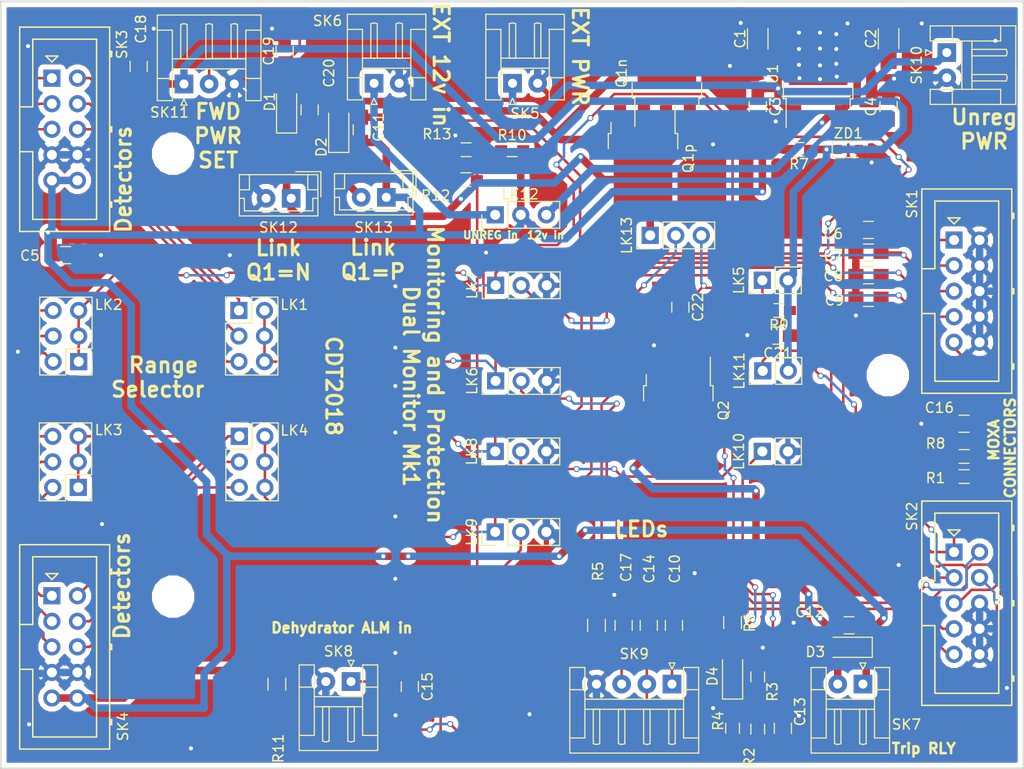
<source format=kicad_pcb>
(kicad_pcb (version 4) (host pcbnew 4.0.7-e2-6376~58~ubuntu16.04.1)

  (general
    (links 173)
    (no_connects 0)
    (area 98.150001 44.671 215.9326 150.700001)
    (thickness 1.6)
    (drawings 30)
    (tracks 970)
    (zones 0)
    (modules 73)
    (nets 45)
  )

  (page A4)
  (title_block
    (title "Dual Monitoring and Protection Unit")
    (date 2018-05-23)
    (rev 1)
    (company Arqiva)
  )

  (layers
    (0 F.Cu signal hide)
    (31 B.Cu signal hide)
    (32 B.Adhes user hide)
    (33 F.Adhes user hide)
    (34 B.Paste user hide)
    (35 F.Paste user hide)
    (36 B.SilkS user)
    (37 F.SilkS user)
    (38 B.Mask user)
    (39 F.Mask user)
    (40 Dwgs.User user hide)
    (41 Cmts.User user hide)
    (42 Eco1.User user hide)
    (43 Eco2.User user hide)
    (44 Edge.Cuts user)
    (45 Margin user hide)
    (46 B.CrtYd user hide)
    (47 F.CrtYd user hide)
    (48 B.Fab user hide)
    (49 F.Fab user hide)
  )

  (setup
    (last_trace_width 0.25)
    (trace_clearance 0.2)
    (zone_clearance 0.508)
    (zone_45_only no)
    (trace_min 0.2)
    (segment_width 0.2)
    (edge_width 0.15)
    (via_size 0.6)
    (via_drill 0.4)
    (via_min_size 0.4)
    (via_min_drill 0.3)
    (uvia_size 0.3)
    (uvia_drill 0.1)
    (uvias_allowed no)
    (uvia_min_size 0)
    (uvia_min_drill 0)
    (pcb_text_width 0.3)
    (pcb_text_size 1.5 1.5)
    (mod_edge_width 0.15)
    (mod_text_size 1 1)
    (mod_text_width 0.15)
    (pad_size 1.524 1.524)
    (pad_drill 0.762)
    (pad_to_mask_clearance 0.2)
    (aux_axis_origin 0 0)
    (visible_elements 7FFFFFFF)
    (pcbplotparams
      (layerselection 0x010ff_80000001)
      (usegerberextensions false)
      (excludeedgelayer true)
      (linewidth 0.100000)
      (plotframeref false)
      (viasonmask false)
      (mode 1)
      (useauxorigin false)
      (hpglpennumber 1)
      (hpglpenspeed 20)
      (hpglpendiameter 15)
      (hpglpenoverlay 2)
      (psnegative false)
      (psa4output false)
      (plotreference true)
      (plotvalue true)
      (plotinvisibletext false)
      (padsonsilk false)
      (subtractmaskfromsilk false)
      (outputformat 1)
      (mirror false)
      (drillshape 0)
      (scaleselection 1)
      (outputdirectory "/home/clive/Servers/DOCUMENTS/KiCAD shematics/MHUGHES-M+P/"))
  )

  (net 0 "")
  (net 1 GNDPWR)
  (net 2 "Net-(C6-Pad1)")
  (net 3 "Net-(C7-Pad1)")
  (net 4 "Net-(C8-Pad1)")
  (net 5 "Net-(C9-Pad1)")
  (net 6 "Net-(C10-Pad1)")
  (net 7 "Net-(C11-Pad2)")
  (net 8 "Net-(C12-Pad2)")
  (net 9 "Net-(C13-Pad1)")
  (net 10 "Net-(C14-Pad1)")
  (net 11 "Net-(C15-Pad1)")
  (net 12 "Net-(C16-Pad1)")
  (net 13 "Net-(C17-Pad1)")
  (net 14 "Net-(C19-Pad1)")
  (net 15 "Net-(C20-Pad1)")
  (net 16 "Net-(C21-Pad1)")
  (net 17 "Net-(D4-Pad1)")
  (net 18 "Net-(D4-Pad2)")
  (net 19 "Net-(LK1-Pad1)")
  (net 20 "Net-(LK1-Pad3)")
  (net 21 "Net-(LK1-Pad5)")
  (net 22 "Net-(LK2-Pad2)")
  (net 23 "Net-(LK2-Pad4)")
  (net 24 "Net-(LK2-Pad6)")
  (net 25 "Net-(LK3-Pad2)")
  (net 26 "Net-(LK3-Pad4)")
  (net 27 "Net-(LK3-Pad6)")
  (net 28 "Net-(LK4-Pad1)")
  (net 29 "Net-(LK4-Pad3)")
  (net 30 "Net-(LK4-Pad5)")
  (net 31 "Net-(LK5-Pad1)")
  (net 32 "Net-(LK6-Pad2)")
  (net 33 "Net-(LK9-Pad2)")
  (net 34 "Net-(LK11-Pad1)")
  (net 35 "Net-(Q1-Pad1)")
  (net 36 "Net-(Q2-Pad1)")
  (net 37 "Net-(R12-Pad1)")
  (net 38 Unreg)
  (net 39 12vReg)
  (net 40 8v)
  (net 41 12vOut)
  (net 42 Ext12v)
  (net 43 "Net-(LK13-Pad2)")
  (net 44 "Net-(C22-Pad1)")

  (net_class Default "This is the default net class."
    (clearance 0.2)
    (trace_width 0.25)
    (via_dia 0.6)
    (via_drill 0.4)
    (uvia_dia 0.3)
    (uvia_drill 0.1)
    (add_net "Net-(C10-Pad1)")
    (add_net "Net-(C13-Pad1)")
    (add_net "Net-(C14-Pad1)")
    (add_net "Net-(C15-Pad1)")
    (add_net "Net-(C16-Pad1)")
    (add_net "Net-(C17-Pad1)")
    (add_net "Net-(C19-Pad1)")
    (add_net "Net-(C21-Pad1)")
    (add_net "Net-(C22-Pad1)")
    (add_net "Net-(C6-Pad1)")
    (add_net "Net-(C7-Pad1)")
    (add_net "Net-(C8-Pad1)")
    (add_net "Net-(C9-Pad1)")
    (add_net "Net-(D4-Pad1)")
    (add_net "Net-(D4-Pad2)")
    (add_net "Net-(LK1-Pad1)")
    (add_net "Net-(LK1-Pad3)")
    (add_net "Net-(LK1-Pad5)")
    (add_net "Net-(LK11-Pad1)")
    (add_net "Net-(LK13-Pad2)")
    (add_net "Net-(LK2-Pad2)")
    (add_net "Net-(LK2-Pad4)")
    (add_net "Net-(LK2-Pad6)")
    (add_net "Net-(LK3-Pad2)")
    (add_net "Net-(LK3-Pad4)")
    (add_net "Net-(LK3-Pad6)")
    (add_net "Net-(LK4-Pad1)")
    (add_net "Net-(LK4-Pad3)")
    (add_net "Net-(LK4-Pad5)")
    (add_net "Net-(LK5-Pad1)")
    (add_net "Net-(LK6-Pad2)")
    (add_net "Net-(LK9-Pad2)")
    (add_net "Net-(Q1-Pad1)")
    (add_net "Net-(Q2-Pad1)")
    (add_net "Net-(R12-Pad1)")
  )

  (net_class Power ""
    (clearance 0.2)
    (trace_width 0.75)
    (via_dia 0.6)
    (via_drill 0.4)
    (uvia_dia 0.3)
    (uvia_drill 0.1)
    (add_net 12vOut)
    (add_net 12vReg)
    (add_net 8v)
    (add_net Ext12v)
    (add_net GNDPWR)
    (add_net "Net-(C11-Pad2)")
    (add_net "Net-(C12-Pad2)")
    (add_net "Net-(C20-Pad1)")
    (add_net Unreg)
  )

  (module TO-252-2aaaaaa (layer F.Cu) (tedit 5B0547C2) (tstamp 5B0532E4)
    (at 176.6824 77.47 270)
    (descr "TO-252 / DPAK SMD package, http://www.infineon.com/cms/en/product/packages/PG-TO252/PG-TO252-3-1/")
    (tags "DPAK TO-252 DPAK-3 TO-252-3 SOT-428")
    (path /5AE1E22D)
    (attr smd)
    (fp_text reference Q1p (at 0 -4.5 270) (layer F.SilkS)
      (effects (font (size 1 1) (thickness 0.15)))
    )
    (fp_text value Q_NMOS_GDS (at 0 4.5 270) (layer F.Fab) hide
      (effects (font (size 1 1) (thickness 0.15)))
    )
    (fp_line (start 3.95 -2.7) (end 4.95 -2.7) (layer F.Fab) (width 0.1))
    (fp_line (start 4.95 -2.7) (end 4.95 2.7) (layer F.Fab) (width 0.1))
    (fp_line (start 4.95 2.7) (end 3.95 2.7) (layer F.Fab) (width 0.1))
    (fp_line (start 3.95 -3.25) (end 3.95 3.25) (layer F.Fab) (width 0.1))
    (fp_line (start 3.95 3.25) (end -2.27 3.25) (layer F.Fab) (width 0.1))
    (fp_line (start -2.27 3.25) (end -2.27 -2.25) (layer F.Fab) (width 0.1))
    (fp_line (start -2.27 -2.25) (end -1.27 -3.25) (layer F.Fab) (width 0.1))
    (fp_line (start -1.27 -3.25) (end 3.95 -3.25) (layer F.Fab) (width 0.1))
    (fp_line (start -1.865 -2.655) (end -4.97 -2.655) (layer F.Fab) (width 0.1))
    (fp_line (start -4.97 -2.655) (end -4.97 -1.905) (layer F.Fab) (width 0.1))
    (fp_line (start -4.97 -1.905) (end -2.27 -1.905) (layer F.Fab) (width 0.1))
    (fp_line (start -2.27 1.905) (end -4.97 1.905) (layer F.Fab) (width 0.1))
    (fp_line (start -4.97 1.905) (end -4.97 2.655) (layer F.Fab) (width 0.1))
    (fp_line (start -4.97 2.655) (end -2.27 2.655) (layer F.Fab) (width 0.1))
    (fp_line (start -0.97 -3.45) (end -2.47 -3.45) (layer F.SilkS) (width 0.12))
    (fp_line (start -2.47 -3.45) (end -2.47 -3.18) (layer F.SilkS) (width 0.12))
    (fp_line (start -2.47 -3.18) (end -5.3 -3.18) (layer F.SilkS) (width 0.12))
    (fp_line (start -0.97 3.45) (end -2.47 3.45) (layer F.SilkS) (width 0.12))
    (fp_line (start -2.47 3.45) (end -2.47 3.18) (layer F.SilkS) (width 0.12))
    (fp_line (start -2.47 3.18) (end -3.57 3.18) (layer F.SilkS) (width 0.12))
    (fp_line (start -5.55 -3.5) (end -5.55 3.5) (layer F.CrtYd) (width 0.05))
    (fp_line (start -5.55 3.5) (end 5.55 3.5) (layer F.CrtYd) (width 0.05))
    (fp_line (start 5.55 3.5) (end 5.55 -3.5) (layer F.CrtYd) (width 0.05))
    (fp_line (start 5.55 -3.5) (end -5.55 -3.5) (layer F.CrtYd) (width 0.05))
    (fp_text user %R (at 2.1844 0 270) (layer F.Fab)
      (effects (font (size 1 1) (thickness 0.15)))
    )
    (pad 1 smd rect (at -4.2 -2.28 270) (size 2.2 1.2) (layers F.Cu F.Paste F.Mask)
      (net 35 "Net-(Q1-Pad1)"))
    (pad 2 smd rect (at -4.2 2.28 270) (size 2.2 1.2) (layers F.Cu F.Paste F.Mask)
      (net 7 "Net-(C11-Pad2)"))
    (pad 3 smd rect (at 2.1 0 270) (size 6.4 5.8) (layers F.Cu F.Mask)
      (net 15 "Net-(C20-Pad1)"))
    (pad 3 smd rect (at 3.775 1.525 270) (size 3.05 2.75) (layers F.Cu F.Paste)
      (net 15 "Net-(C20-Pad1)"))
    (pad 3 smd rect (at 0.425 -1.525 270) (size 3.05 2.75) (layers F.Cu F.Paste)
      (net 15 "Net-(C20-Pad1)"))
    (pad 3 smd rect (at 3.775 -1.525 270) (size 3.05 2.75) (layers F.Cu F.Paste)
      (net 15 "Net-(C20-Pad1)"))
    (pad 3 smd rect (at 0.425 1.525 270) (size 3.05 2.75) (layers F.Cu F.Paste)
      (net 15 "Net-(C20-Pad1)"))
    (model ${KISYS3DMOD}/TO_SOT_Packages_SMD.3dshapes/TO-252-2.wrl
      (at (xyz 0 0 0))
      (scale (xyz 1 1 1))
      (rotate (xyz 0 0 0))
    )
  )

  (module Capacitors_SMD:C_1206_HandSoldering (layer F.Cu) (tedit 58AA84D1) (tstamp 5AEC8407)
    (at 188.0776 65.5744 90)
    (descr "Capacitor SMD 1206, hand soldering")
    (tags "capacitor 1206")
    (path /5AE30056)
    (attr smd)
    (fp_text reference C1 (at 0 -1.75 90) (layer F.SilkS)
      (effects (font (size 1 1) (thickness 0.15)))
    )
    (fp_text value 10u (at 0 2 90) (layer F.Fab)
      (effects (font (size 1 1) (thickness 0.15)))
    )
    (fp_text user %R (at 0 -1.75 90) (layer F.Fab)
      (effects (font (size 1 1) (thickness 0.15)))
    )
    (fp_line (start -1.6 0.8) (end -1.6 -0.8) (layer F.Fab) (width 0.1))
    (fp_line (start 1.6 0.8) (end -1.6 0.8) (layer F.Fab) (width 0.1))
    (fp_line (start 1.6 -0.8) (end 1.6 0.8) (layer F.Fab) (width 0.1))
    (fp_line (start -1.6 -0.8) (end 1.6 -0.8) (layer F.Fab) (width 0.1))
    (fp_line (start 1 -1.02) (end -1 -1.02) (layer F.SilkS) (width 0.12))
    (fp_line (start -1 1.02) (end 1 1.02) (layer F.SilkS) (width 0.12))
    (fp_line (start -3.25 -1.05) (end 3.25 -1.05) (layer F.CrtYd) (width 0.05))
    (fp_line (start -3.25 -1.05) (end -3.25 1.05) (layer F.CrtYd) (width 0.05))
    (fp_line (start 3.25 1.05) (end 3.25 -1.05) (layer F.CrtYd) (width 0.05))
    (fp_line (start 3.25 1.05) (end -3.25 1.05) (layer F.CrtYd) (width 0.05))
    (pad 1 smd rect (at -2 0 90) (size 2 1.6) (layers F.Cu F.Paste F.Mask)
      (net 38 Unreg))
    (pad 2 smd rect (at 2 0 90) (size 2 1.6) (layers F.Cu F.Paste F.Mask)
      (net 1 GNDPWR))
    (model Capacitors_SMD.3dshapes/C_1206.wrl
      (at (xyz 0 0 0))
      (scale (xyz 1 1 1))
      (rotate (xyz 0 0 0))
    )
  )

  (module Capacitors_SMD:C_1206_HandSoldering (layer F.Cu) (tedit 58AA84D1) (tstamp 5AEC840D)
    (at 201.0776 65.5744 90)
    (descr "Capacitor SMD 1206, hand soldering")
    (tags "capacitor 1206")
    (path /5AE32E1E)
    (attr smd)
    (fp_text reference C2 (at 0 -1.75 90) (layer F.SilkS)
      (effects (font (size 1 1) (thickness 0.15)))
    )
    (fp_text value 10u (at 0 2 90) (layer F.Fab)
      (effects (font (size 1 1) (thickness 0.15)))
    )
    (fp_text user %R (at 0 -1.75 90) (layer F.Fab)
      (effects (font (size 1 1) (thickness 0.15)))
    )
    (fp_line (start -1.6 0.8) (end -1.6 -0.8) (layer F.Fab) (width 0.1))
    (fp_line (start 1.6 0.8) (end -1.6 0.8) (layer F.Fab) (width 0.1))
    (fp_line (start 1.6 -0.8) (end 1.6 0.8) (layer F.Fab) (width 0.1))
    (fp_line (start -1.6 -0.8) (end 1.6 -0.8) (layer F.Fab) (width 0.1))
    (fp_line (start 1 -1.02) (end -1 -1.02) (layer F.SilkS) (width 0.12))
    (fp_line (start -1 1.02) (end 1 1.02) (layer F.SilkS) (width 0.12))
    (fp_line (start -3.25 -1.05) (end 3.25 -1.05) (layer F.CrtYd) (width 0.05))
    (fp_line (start -3.25 -1.05) (end -3.25 1.05) (layer F.CrtYd) (width 0.05))
    (fp_line (start 3.25 1.05) (end 3.25 -1.05) (layer F.CrtYd) (width 0.05))
    (fp_line (start 3.25 1.05) (end -3.25 1.05) (layer F.CrtYd) (width 0.05))
    (pad 1 smd rect (at -2 0 90) (size 2 1.6) (layers F.Cu F.Paste F.Mask)
      (net 39 12vReg))
    (pad 2 smd rect (at 2 0 90) (size 2 1.6) (layers F.Cu F.Paste F.Mask)
      (net 1 GNDPWR))
    (model Capacitors_SMD.3dshapes/C_1206.wrl
      (at (xyz 0 0 0))
      (scale (xyz 1 1 1))
      (rotate (xyz 0 0 0))
    )
  )

  (module Capacitors_SMD:C_0805_HandSoldering (layer F.Cu) (tedit 58AA84A8) (tstamp 5AEC8413)
    (at 188.0776 72.3244 270)
    (descr "Capacitor SMD 0805, hand soldering")
    (tags "capacitor 0805")
    (path /5AE3015B)
    (attr smd)
    (fp_text reference C3 (at 0 -1.75 270) (layer F.SilkS)
      (effects (font (size 1 1) (thickness 0.15)))
    )
    (fp_text value 100n (at 0 1.75 270) (layer F.Fab)
      (effects (font (size 1 1) (thickness 0.15)))
    )
    (fp_text user %R (at 0 -1.75 270) (layer F.Fab)
      (effects (font (size 1 1) (thickness 0.15)))
    )
    (fp_line (start -1 0.62) (end -1 -0.62) (layer F.Fab) (width 0.1))
    (fp_line (start 1 0.62) (end -1 0.62) (layer F.Fab) (width 0.1))
    (fp_line (start 1 -0.62) (end 1 0.62) (layer F.Fab) (width 0.1))
    (fp_line (start -1 -0.62) (end 1 -0.62) (layer F.Fab) (width 0.1))
    (fp_line (start 0.5 -0.85) (end -0.5 -0.85) (layer F.SilkS) (width 0.12))
    (fp_line (start -0.5 0.85) (end 0.5 0.85) (layer F.SilkS) (width 0.12))
    (fp_line (start -2.25 -0.88) (end 2.25 -0.88) (layer F.CrtYd) (width 0.05))
    (fp_line (start -2.25 -0.88) (end -2.25 0.87) (layer F.CrtYd) (width 0.05))
    (fp_line (start 2.25 0.87) (end 2.25 -0.88) (layer F.CrtYd) (width 0.05))
    (fp_line (start 2.25 0.87) (end -2.25 0.87) (layer F.CrtYd) (width 0.05))
    (pad 1 smd rect (at -1.25 0 270) (size 1.5 1.25) (layers F.Cu F.Paste F.Mask)
      (net 38 Unreg))
    (pad 2 smd rect (at 1.25 0 270) (size 1.5 1.25) (layers F.Cu F.Paste F.Mask)
      (net 1 GNDPWR))
    (model Capacitors_SMD.3dshapes/C_0805.wrl
      (at (xyz 0 0 0))
      (scale (xyz 1 1 1))
      (rotate (xyz 0 0 0))
    )
  )

  (module Capacitors_SMD:C_0805_HandSoldering (layer F.Cu) (tedit 58AA84A8) (tstamp 5AEC8419)
    (at 201.0776 72.3244 90)
    (descr "Capacitor SMD 0805, hand soldering")
    (tags "capacitor 0805")
    (path /5AE32EBC)
    (attr smd)
    (fp_text reference C4 (at 0 -1.75 90) (layer F.SilkS)
      (effects (font (size 1 1) (thickness 0.15)))
    )
    (fp_text value 100n (at 0 1.75 90) (layer F.Fab)
      (effects (font (size 1 1) (thickness 0.15)))
    )
    (fp_text user %R (at 0 -1.75 90) (layer F.Fab)
      (effects (font (size 1 1) (thickness 0.15)))
    )
    (fp_line (start -1 0.62) (end -1 -0.62) (layer F.Fab) (width 0.1))
    (fp_line (start 1 0.62) (end -1 0.62) (layer F.Fab) (width 0.1))
    (fp_line (start 1 -0.62) (end 1 0.62) (layer F.Fab) (width 0.1))
    (fp_line (start -1 -0.62) (end 1 -0.62) (layer F.Fab) (width 0.1))
    (fp_line (start 0.5 -0.85) (end -0.5 -0.85) (layer F.SilkS) (width 0.12))
    (fp_line (start -0.5 0.85) (end 0.5 0.85) (layer F.SilkS) (width 0.12))
    (fp_line (start -2.25 -0.88) (end 2.25 -0.88) (layer F.CrtYd) (width 0.05))
    (fp_line (start -2.25 -0.88) (end -2.25 0.87) (layer F.CrtYd) (width 0.05))
    (fp_line (start 2.25 0.87) (end 2.25 -0.88) (layer F.CrtYd) (width 0.05))
    (fp_line (start 2.25 0.87) (end -2.25 0.87) (layer F.CrtYd) (width 0.05))
    (pad 1 smd rect (at -1.25 0 90) (size 1.5 1.25) (layers F.Cu F.Paste F.Mask)
      (net 39 12vReg))
    (pad 2 smd rect (at 1.25 0 90) (size 1.5 1.25) (layers F.Cu F.Paste F.Mask)
      (net 1 GNDPWR))
    (model Capacitors_SMD.3dshapes/C_0805.wrl
      (at (xyz 0 0 0))
      (scale (xyz 1 1 1))
      (rotate (xyz 0 0 0))
    )
  )

  (module Capacitors_SMD:C_0805_HandSoldering (layer F.Cu) (tedit 5B057443) (tstamp 5AEC841F)
    (at 119.3276 87.0744 180)
    (descr "Capacitor SMD 0805, hand soldering")
    (tags "capacitor 0805")
    (path /5AE35026)
    (attr smd)
    (fp_text reference C5 (at 3.5544 -0.0476 180) (layer F.SilkS)
      (effects (font (size 1 1) (thickness 0.15)))
    )
    (fp_text value 100n (at -4.1672 -0.0476 180) (layer F.Fab)
      (effects (font (size 1 1) (thickness 0.15)))
    )
    (fp_text user %R (at 0 -1.75 180) (layer F.Fab)
      (effects (font (size 1 1) (thickness 0.15)))
    )
    (fp_line (start -1 0.62) (end -1 -0.62) (layer F.Fab) (width 0.1))
    (fp_line (start 1 0.62) (end -1 0.62) (layer F.Fab) (width 0.1))
    (fp_line (start 1 -0.62) (end 1 0.62) (layer F.Fab) (width 0.1))
    (fp_line (start -1 -0.62) (end 1 -0.62) (layer F.Fab) (width 0.1))
    (fp_line (start 0.5 -0.85) (end -0.5 -0.85) (layer F.SilkS) (width 0.12))
    (fp_line (start -0.5 0.85) (end 0.5 0.85) (layer F.SilkS) (width 0.12))
    (fp_line (start -2.25 -0.88) (end 2.25 -0.88) (layer F.CrtYd) (width 0.05))
    (fp_line (start -2.25 -0.88) (end -2.25 0.87) (layer F.CrtYd) (width 0.05))
    (fp_line (start 2.25 0.87) (end 2.25 -0.88) (layer F.CrtYd) (width 0.05))
    (fp_line (start 2.25 0.87) (end -2.25 0.87) (layer F.CrtYd) (width 0.05))
    (pad 1 smd rect (at -1.25 0 180) (size 1.5 1.25) (layers F.Cu F.Paste F.Mask)
      (net 1 GNDPWR))
    (pad 2 smd rect (at 1.25 0 180) (size 1.5 1.25) (layers F.Cu F.Paste F.Mask)
      (net 41 12vOut))
    (model Capacitors_SMD.3dshapes/C_0805.wrl
      (at (xyz 0 0 0))
      (scale (xyz 1 1 1))
      (rotate (xyz 0 0 0))
    )
  )

  (module Capacitors_SMD:C_0805_HandSoldering (layer F.Cu) (tedit 5B056F23) (tstamp 5AEC8425)
    (at 199.0776 84.5744 180)
    (descr "Capacitor SMD 0805, hand soldering")
    (tags "capacitor 0805")
    (path /5AE37D91)
    (attr smd)
    (fp_text reference C6 (at 3.4976 -0.3886 180) (layer F.SilkS)
      (effects (font (size 1 1) (thickness 0.15)))
    )
    (fp_text value 10n (at -3.7414 0.2464 180) (layer F.Fab)
      (effects (font (size 1 1) (thickness 0.15)))
    )
    (fp_text user %R (at 2.2276 0.1194 180) (layer F.Fab)
      (effects (font (size 1 1) (thickness 0.15)))
    )
    (fp_line (start -1 0.62) (end -1 -0.62) (layer F.Fab) (width 0.1))
    (fp_line (start 1 0.62) (end -1 0.62) (layer F.Fab) (width 0.1))
    (fp_line (start 1 -0.62) (end 1 0.62) (layer F.Fab) (width 0.1))
    (fp_line (start -1 -0.62) (end 1 -0.62) (layer F.Fab) (width 0.1))
    (fp_line (start 0.5 -0.85) (end -0.5 -0.85) (layer F.SilkS) (width 0.12))
    (fp_line (start -0.5 0.85) (end 0.5 0.85) (layer F.SilkS) (width 0.12))
    (fp_line (start -2.25 -0.88) (end 2.25 -0.88) (layer F.CrtYd) (width 0.05))
    (fp_line (start -2.25 -0.88) (end -2.25 0.87) (layer F.CrtYd) (width 0.05))
    (fp_line (start 2.25 0.87) (end 2.25 -0.88) (layer F.CrtYd) (width 0.05))
    (fp_line (start 2.25 0.87) (end -2.25 0.87) (layer F.CrtYd) (width 0.05))
    (pad 1 smd rect (at -1.25 0 180) (size 1.5 1.25) (layers F.Cu F.Paste F.Mask)
      (net 2 "Net-(C6-Pad1)"))
    (pad 2 smd rect (at 1.25 0 180) (size 1.5 1.25) (layers F.Cu F.Paste F.Mask)
      (net 1 GNDPWR))
    (model Capacitors_SMD.3dshapes/C_0805.wrl
      (at (xyz 0 0 0))
      (scale (xyz 1 1 1))
      (rotate (xyz 0 0 0))
    )
  )

  (module Capacitors_SMD:C_0805_HandSoldering (layer F.Cu) (tedit 5B056F26) (tstamp 5AEC842B)
    (at 199.0776 86.8244 180)
    (descr "Capacitor SMD 0805, hand soldering")
    (tags "capacitor 0805")
    (path /5AE37FEB)
    (attr smd)
    (fp_text reference C7 (at 3.4976 -0.2976 180) (layer F.SilkS)
      (effects (font (size 1 1) (thickness 0.15)))
    )
    (fp_text value 10n (at -3.8684 0.2104 180) (layer F.Fab)
      (effects (font (size 1 1) (thickness 0.15)))
    )
    (fp_text user %R (at 2.2276 0.0834 180) (layer F.Fab)
      (effects (font (size 1 1) (thickness 0.15)))
    )
    (fp_line (start -1 0.62) (end -1 -0.62) (layer F.Fab) (width 0.1))
    (fp_line (start 1 0.62) (end -1 0.62) (layer F.Fab) (width 0.1))
    (fp_line (start 1 -0.62) (end 1 0.62) (layer F.Fab) (width 0.1))
    (fp_line (start -1 -0.62) (end 1 -0.62) (layer F.Fab) (width 0.1))
    (fp_line (start 0.5 -0.85) (end -0.5 -0.85) (layer F.SilkS) (width 0.12))
    (fp_line (start -0.5 0.85) (end 0.5 0.85) (layer F.SilkS) (width 0.12))
    (fp_line (start -2.25 -0.88) (end 2.25 -0.88) (layer F.CrtYd) (width 0.05))
    (fp_line (start -2.25 -0.88) (end -2.25 0.87) (layer F.CrtYd) (width 0.05))
    (fp_line (start 2.25 0.87) (end 2.25 -0.88) (layer F.CrtYd) (width 0.05))
    (fp_line (start 2.25 0.87) (end -2.25 0.87) (layer F.CrtYd) (width 0.05))
    (pad 1 smd rect (at -1.25 0 180) (size 1.5 1.25) (layers F.Cu F.Paste F.Mask)
      (net 3 "Net-(C7-Pad1)"))
    (pad 2 smd rect (at 1.25 0 180) (size 1.5 1.25) (layers F.Cu F.Paste F.Mask)
      (net 1 GNDPWR))
    (model Capacitors_SMD.3dshapes/C_0805.wrl
      (at (xyz 0 0 0))
      (scale (xyz 1 1 1))
      (rotate (xyz 0 0 0))
    )
  )

  (module Capacitors_SMD:C_0805_HandSoldering (layer F.Cu) (tedit 5B056F28) (tstamp 5AEC8431)
    (at 199.0776 89.0744 180)
    (descr "Capacitor SMD 0805, hand soldering")
    (tags "capacitor 0805")
    (path /5AE3805C)
    (attr smd)
    (fp_text reference C8 (at 3.4976 -0.0796 180) (layer F.SilkS)
      (effects (font (size 1 1) (thickness 0.15)))
    )
    (fp_text value 10n (at -3.7414 -0.0796 180) (layer F.Fab)
      (effects (font (size 1 1) (thickness 0.15)))
    )
    (fp_text user %R (at 2.2276 -0.0796 180) (layer F.Fab)
      (effects (font (size 1 1) (thickness 0.15)))
    )
    (fp_line (start -1 0.62) (end -1 -0.62) (layer F.Fab) (width 0.1))
    (fp_line (start 1 0.62) (end -1 0.62) (layer F.Fab) (width 0.1))
    (fp_line (start 1 -0.62) (end 1 0.62) (layer F.Fab) (width 0.1))
    (fp_line (start -1 -0.62) (end 1 -0.62) (layer F.Fab) (width 0.1))
    (fp_line (start 0.5 -0.85) (end -0.5 -0.85) (layer F.SilkS) (width 0.12))
    (fp_line (start -0.5 0.85) (end 0.5 0.85) (layer F.SilkS) (width 0.12))
    (fp_line (start -2.25 -0.88) (end 2.25 -0.88) (layer F.CrtYd) (width 0.05))
    (fp_line (start -2.25 -0.88) (end -2.25 0.87) (layer F.CrtYd) (width 0.05))
    (fp_line (start 2.25 0.87) (end 2.25 -0.88) (layer F.CrtYd) (width 0.05))
    (fp_line (start 2.25 0.87) (end -2.25 0.87) (layer F.CrtYd) (width 0.05))
    (pad 1 smd rect (at -1.25 0 180) (size 1.5 1.25) (layers F.Cu F.Paste F.Mask)
      (net 4 "Net-(C8-Pad1)"))
    (pad 2 smd rect (at 1.25 0 180) (size 1.5 1.25) (layers F.Cu F.Paste F.Mask)
      (net 1 GNDPWR))
    (model Capacitors_SMD.3dshapes/C_0805.wrl
      (at (xyz 0 0 0))
      (scale (xyz 1 1 1))
      (rotate (xyz 0 0 0))
    )
  )

  (module Capacitors_SMD:C_0805_HandSoldering (layer F.Cu) (tedit 5B056F2B) (tstamp 5AEC8437)
    (at 199.0776 91.3244 180)
    (descr "Capacitor SMD 0805, hand soldering")
    (tags "capacitor 0805")
    (path /5AE38166)
    (attr smd)
    (fp_text reference C9 (at 3.3706 -0.2426 180) (layer F.SilkS)
      (effects (font (size 1 1) (thickness 0.15)))
    )
    (fp_text value 10n (at -3.8684 0.0114 180) (layer F.Fab)
      (effects (font (size 1 1) (thickness 0.15)))
    )
    (fp_text user %R (at 2.1006 0.1384 180) (layer F.Fab)
      (effects (font (size 1 1) (thickness 0.15)))
    )
    (fp_line (start -1 0.62) (end -1 -0.62) (layer F.Fab) (width 0.1))
    (fp_line (start 1 0.62) (end -1 0.62) (layer F.Fab) (width 0.1))
    (fp_line (start 1 -0.62) (end 1 0.62) (layer F.Fab) (width 0.1))
    (fp_line (start -1 -0.62) (end 1 -0.62) (layer F.Fab) (width 0.1))
    (fp_line (start 0.5 -0.85) (end -0.5 -0.85) (layer F.SilkS) (width 0.12))
    (fp_line (start -0.5 0.85) (end 0.5 0.85) (layer F.SilkS) (width 0.12))
    (fp_line (start -2.25 -0.88) (end 2.25 -0.88) (layer F.CrtYd) (width 0.05))
    (fp_line (start -2.25 -0.88) (end -2.25 0.87) (layer F.CrtYd) (width 0.05))
    (fp_line (start 2.25 0.87) (end 2.25 -0.88) (layer F.CrtYd) (width 0.05))
    (fp_line (start 2.25 0.87) (end -2.25 0.87) (layer F.CrtYd) (width 0.05))
    (pad 1 smd rect (at -1.25 0 180) (size 1.5 1.25) (layers F.Cu F.Paste F.Mask)
      (net 5 "Net-(C9-Pad1)"))
    (pad 2 smd rect (at 1.25 0 180) (size 1.5 1.25) (layers F.Cu F.Paste F.Mask)
      (net 1 GNDPWR))
    (model Capacitors_SMD.3dshapes/C_0805.wrl
      (at (xyz 0 0 0))
      (scale (xyz 1 1 1))
      (rotate (xyz 0 0 0))
    )
  )

  (module Capacitors_SMD:C_0805_HandSoldering (layer F.Cu) (tedit 5B05682B) (tstamp 5AEC843D)
    (at 179.7536 123.8624 90)
    (descr "Capacitor SMD 0805, hand soldering")
    (tags "capacitor 0805")
    (path /5AE44061)
    (attr smd)
    (fp_text reference C10 (at 5.6254 0.0784 90) (layer F.SilkS)
      (effects (font (size 1 1) (thickness 0.15)))
    )
    (fp_text value 1n (at 3.3394 0.0784 90) (layer F.Fab)
      (effects (font (size 1 1) (thickness 0.15)))
    )
    (fp_text user %R (at 0 -1.75 90) (layer F.Fab)
      (effects (font (size 1 1) (thickness 0.15)))
    )
    (fp_line (start -1 0.62) (end -1 -0.62) (layer F.Fab) (width 0.1))
    (fp_line (start 1 0.62) (end -1 0.62) (layer F.Fab) (width 0.1))
    (fp_line (start 1 -0.62) (end 1 0.62) (layer F.Fab) (width 0.1))
    (fp_line (start -1 -0.62) (end 1 -0.62) (layer F.Fab) (width 0.1))
    (fp_line (start 0.5 -0.85) (end -0.5 -0.85) (layer F.SilkS) (width 0.12))
    (fp_line (start -0.5 0.85) (end 0.5 0.85) (layer F.SilkS) (width 0.12))
    (fp_line (start -2.25 -0.88) (end 2.25 -0.88) (layer F.CrtYd) (width 0.05))
    (fp_line (start -2.25 -0.88) (end -2.25 0.87) (layer F.CrtYd) (width 0.05))
    (fp_line (start 2.25 0.87) (end 2.25 -0.88) (layer F.CrtYd) (width 0.05))
    (fp_line (start 2.25 0.87) (end -2.25 0.87) (layer F.CrtYd) (width 0.05))
    (pad 1 smd rect (at -1.25 0 90) (size 1.5 1.25) (layers F.Cu F.Paste F.Mask)
      (net 6 "Net-(C10-Pad1)"))
    (pad 2 smd rect (at 1.25 0 90) (size 1.5 1.25) (layers F.Cu F.Paste F.Mask)
      (net 1 GNDPWR))
    (model Capacitors_SMD.3dshapes/C_0805.wrl
      (at (xyz 0 0 0))
      (scale (xyz 1 1 1))
      (rotate (xyz 0 0 0))
    )
  )

  (module Capacitors_SMD:C_0805_HandSoldering (layer F.Cu) (tedit 5B2B6C35) (tstamp 5AEC8443)
    (at 148.7424 74.6252 90)
    (descr "Capacitor SMD 0805, hand soldering")
    (tags "capacitor 0805")
    (path /5AE3BB3B)
    (attr smd)
    (fp_text reference C11 (at 0.254 1.6764 90) (layer F.SilkS)
      (effects (font (size 1 1) (thickness 0.15)))
    )
    (fp_text value 10n (at 0.3048 2.9972 90) (layer F.Fab)
      (effects (font (size 1 1) (thickness 0.15)))
    )
    (fp_text user %R (at 0 -1.75 90) (layer F.Fab)
      (effects (font (size 1 1) (thickness 0.15)))
    )
    (fp_line (start -1 0.62) (end -1 -0.62) (layer F.Fab) (width 0.1))
    (fp_line (start 1 0.62) (end -1 0.62) (layer F.Fab) (width 0.1))
    (fp_line (start 1 -0.62) (end 1 0.62) (layer F.Fab) (width 0.1))
    (fp_line (start -1 -0.62) (end 1 -0.62) (layer F.Fab) (width 0.1))
    (fp_line (start 0.5 -0.85) (end -0.5 -0.85) (layer F.SilkS) (width 0.12))
    (fp_line (start -0.5 0.85) (end 0.5 0.85) (layer F.SilkS) (width 0.12))
    (fp_line (start -2.25 -0.88) (end 2.25 -0.88) (layer F.CrtYd) (width 0.05))
    (fp_line (start -2.25 -0.88) (end -2.25 0.87) (layer F.CrtYd) (width 0.05))
    (fp_line (start 2.25 0.87) (end 2.25 -0.88) (layer F.CrtYd) (width 0.05))
    (fp_line (start 2.25 0.87) (end -2.25 0.87) (layer F.CrtYd) (width 0.05))
    (pad 1 smd rect (at -1.25 0 90) (size 1.5 1.25) (layers F.Cu F.Paste F.Mask)
      (net 41 12vOut))
    (pad 2 smd rect (at 1.25 0 90) (size 1.5 1.25) (layers F.Cu F.Paste F.Mask)
      (net 7 "Net-(C11-Pad2)"))
    (model Capacitors_SMD.3dshapes/C_0805.wrl
      (at (xyz 0 0 0))
      (scale (xyz 1 1 1))
      (rotate (xyz 0 0 0))
    )
  )

  (module Capacitors_SMD:C_0805_HandSoldering (layer F.Cu) (tedit 5B2B6C84) (tstamp 5AEC8449)
    (at 197.1548 123.8504 180)
    (descr "Capacitor SMD 0805, hand soldering")
    (tags "capacitor 0805")
    (path /5AE3CA50)
    (attr smd)
    (fp_text reference C12 (at 3.9116 1.3208 180) (layer F.SilkS)
      (effects (font (size 1 1) (thickness 0.15)))
    )
    (fp_text value 10n (at 3.8264 -0.1332 180) (layer F.Fab)
      (effects (font (size 1 1) (thickness 0.15)))
    )
    (fp_text user %R (at 0 -1.75 180) (layer F.Fab)
      (effects (font (size 1 1) (thickness 0.15)))
    )
    (fp_line (start -1 0.62) (end -1 -0.62) (layer F.Fab) (width 0.1))
    (fp_line (start 1 0.62) (end -1 0.62) (layer F.Fab) (width 0.1))
    (fp_line (start 1 -0.62) (end 1 0.62) (layer F.Fab) (width 0.1))
    (fp_line (start -1 -0.62) (end 1 -0.62) (layer F.Fab) (width 0.1))
    (fp_line (start 0.5 -0.85) (end -0.5 -0.85) (layer F.SilkS) (width 0.12))
    (fp_line (start -0.5 0.85) (end 0.5 0.85) (layer F.SilkS) (width 0.12))
    (fp_line (start -2.25 -0.88) (end 2.25 -0.88) (layer F.CrtYd) (width 0.05))
    (fp_line (start -2.25 -0.88) (end -2.25 0.87) (layer F.CrtYd) (width 0.05))
    (fp_line (start 2.25 0.87) (end 2.25 -0.88) (layer F.CrtYd) (width 0.05))
    (fp_line (start 2.25 0.87) (end -2.25 0.87) (layer F.CrtYd) (width 0.05))
    (pad 1 smd rect (at -1.25 0 180) (size 1.5 1.25) (layers F.Cu F.Paste F.Mask)
      (net 41 12vOut))
    (pad 2 smd rect (at 1.25 0 180) (size 1.5 1.25) (layers F.Cu F.Paste F.Mask)
      (net 8 "Net-(C12-Pad2)"))
    (model Capacitors_SMD.3dshapes/C_0805.wrl
      (at (xyz 0 0 0))
      (scale (xyz 1 1 1))
      (rotate (xyz 0 0 0))
    )
  )

  (module Capacitors_SMD:C_0805_HandSoldering (layer F.Cu) (tedit 5B0571DE) (tstamp 5AEC844F)
    (at 190.5776 134.0744 90)
    (descr "Capacitor SMD 0805, hand soldering")
    (tags "capacitor 0805")
    (path /5AE3F5BD)
    (attr smd)
    (fp_text reference C13 (at 1.6388 1.7004 90) (layer F.SilkS)
      (effects (font (size 1 1) (thickness 0.15)))
    )
    (fp_text value 10n (at -1.8664 1.5988 90) (layer F.Fab)
      (effects (font (size 1 1) (thickness 0.15)))
    )
    (fp_text user %R (at 0 -1.75 90) (layer F.Fab)
      (effects (font (size 1 1) (thickness 0.15)))
    )
    (fp_line (start -1 0.62) (end -1 -0.62) (layer F.Fab) (width 0.1))
    (fp_line (start 1 0.62) (end -1 0.62) (layer F.Fab) (width 0.1))
    (fp_line (start 1 -0.62) (end 1 0.62) (layer F.Fab) (width 0.1))
    (fp_line (start -1 -0.62) (end 1 -0.62) (layer F.Fab) (width 0.1))
    (fp_line (start 0.5 -0.85) (end -0.5 -0.85) (layer F.SilkS) (width 0.12))
    (fp_line (start -0.5 0.85) (end 0.5 0.85) (layer F.SilkS) (width 0.12))
    (fp_line (start -2.25 -0.88) (end 2.25 -0.88) (layer F.CrtYd) (width 0.05))
    (fp_line (start -2.25 -0.88) (end -2.25 0.87) (layer F.CrtYd) (width 0.05))
    (fp_line (start 2.25 0.87) (end 2.25 -0.88) (layer F.CrtYd) (width 0.05))
    (fp_line (start 2.25 0.87) (end -2.25 0.87) (layer F.CrtYd) (width 0.05))
    (pad 1 smd rect (at -1.25 0 90) (size 1.5 1.25) (layers F.Cu F.Paste F.Mask)
      (net 9 "Net-(C13-Pad1)"))
    (pad 2 smd rect (at 1.25 0 90) (size 1.5 1.25) (layers F.Cu F.Paste F.Mask)
      (net 1 GNDPWR))
    (model Capacitors_SMD.3dshapes/C_0805.wrl
      (at (xyz 0 0 0))
      (scale (xyz 1 1 1))
      (rotate (xyz 0 0 0))
    )
  )

  (module Capacitors_SMD:C_0805_HandSoldering (layer F.Cu) (tedit 5B056823) (tstamp 5AEC8455)
    (at 177.2536 123.8624 90)
    (descr "Capacitor SMD 0805, hand soldering")
    (tags "capacitor 0805")
    (path /5AE43FC2)
    (attr smd)
    (fp_text reference C14 (at 5.6254 0.0384 90) (layer F.SilkS)
      (effects (font (size 1 1) (thickness 0.15)))
    )
    (fp_text value 1n (at 3.3394 0.0384 90) (layer F.Fab)
      (effects (font (size 1 1) (thickness 0.15)))
    )
    (fp_text user %R (at 0 -1.75 90) (layer F.Fab)
      (effects (font (size 1 1) (thickness 0.15)))
    )
    (fp_line (start -1 0.62) (end -1 -0.62) (layer F.Fab) (width 0.1))
    (fp_line (start 1 0.62) (end -1 0.62) (layer F.Fab) (width 0.1))
    (fp_line (start 1 -0.62) (end 1 0.62) (layer F.Fab) (width 0.1))
    (fp_line (start -1 -0.62) (end 1 -0.62) (layer F.Fab) (width 0.1))
    (fp_line (start 0.5 -0.85) (end -0.5 -0.85) (layer F.SilkS) (width 0.12))
    (fp_line (start -0.5 0.85) (end 0.5 0.85) (layer F.SilkS) (width 0.12))
    (fp_line (start -2.25 -0.88) (end 2.25 -0.88) (layer F.CrtYd) (width 0.05))
    (fp_line (start -2.25 -0.88) (end -2.25 0.87) (layer F.CrtYd) (width 0.05))
    (fp_line (start 2.25 0.87) (end 2.25 -0.88) (layer F.CrtYd) (width 0.05))
    (fp_line (start 2.25 0.87) (end -2.25 0.87) (layer F.CrtYd) (width 0.05))
    (pad 1 smd rect (at -1.25 0 90) (size 1.5 1.25) (layers F.Cu F.Paste F.Mask)
      (net 10 "Net-(C14-Pad1)"))
    (pad 2 smd rect (at 1.25 0 90) (size 1.5 1.25) (layers F.Cu F.Paste F.Mask)
      (net 1 GNDPWR))
    (model Capacitors_SMD.3dshapes/C_0805.wrl
      (at (xyz 0 0 0))
      (scale (xyz 1 1 1))
      (rotate (xyz 0 0 0))
    )
  )

  (module Capacitors_SMD:C_0805_HandSoldering (layer F.Cu) (tedit 58AA84A8) (tstamp 5AEC845B)
    (at 153.5176 129.9464 270)
    (descr "Capacitor SMD 0805, hand soldering")
    (tags "capacitor 0805")
    (path /5AE73393)
    (attr smd)
    (fp_text reference C15 (at 0 -1.75 270) (layer F.SilkS)
      (effects (font (size 1 1) (thickness 0.15)))
    )
    (fp_text value 10n (at 0 1.75 270) (layer F.Fab)
      (effects (font (size 1 1) (thickness 0.15)))
    )
    (fp_text user %R (at 0 -1.75 270) (layer F.Fab)
      (effects (font (size 1 1) (thickness 0.15)))
    )
    (fp_line (start -1 0.62) (end -1 -0.62) (layer F.Fab) (width 0.1))
    (fp_line (start 1 0.62) (end -1 0.62) (layer F.Fab) (width 0.1))
    (fp_line (start 1 -0.62) (end 1 0.62) (layer F.Fab) (width 0.1))
    (fp_line (start -1 -0.62) (end 1 -0.62) (layer F.Fab) (width 0.1))
    (fp_line (start 0.5 -0.85) (end -0.5 -0.85) (layer F.SilkS) (width 0.12))
    (fp_line (start -0.5 0.85) (end 0.5 0.85) (layer F.SilkS) (width 0.12))
    (fp_line (start -2.25 -0.88) (end 2.25 -0.88) (layer F.CrtYd) (width 0.05))
    (fp_line (start -2.25 -0.88) (end -2.25 0.87) (layer F.CrtYd) (width 0.05))
    (fp_line (start 2.25 0.87) (end 2.25 -0.88) (layer F.CrtYd) (width 0.05))
    (fp_line (start 2.25 0.87) (end -2.25 0.87) (layer F.CrtYd) (width 0.05))
    (pad 1 smd rect (at -1.25 0 270) (size 1.5 1.25) (layers F.Cu F.Paste F.Mask)
      (net 11 "Net-(C15-Pad1)"))
    (pad 2 smd rect (at 1.25 0 270) (size 1.5 1.25) (layers F.Cu F.Paste F.Mask)
      (net 1 GNDPWR))
    (model Capacitors_SMD.3dshapes/C_0805.wrl
      (at (xyz 0 0 0))
      (scale (xyz 1 1 1))
      (rotate (xyz 0 0 0))
    )
  )

  (module Capacitors_SMD:C_0805_HandSoldering (layer F.Cu) (tedit 5B056F6B) (tstamp 5AEC8461)
    (at 208.5776 103.8244 180)
    (descr "Capacitor SMD 0805, hand soldering")
    (tags "capacitor 0805")
    (path /5AE7EBF9)
    (attr smd)
    (fp_text reference C16 (at 2.4566 1.5894 180) (layer F.SilkS)
      (effects (font (size 1 1) (thickness 0.15)))
    )
    (fp_text value 10n (at -2.1154 1.7164 180) (layer F.Fab)
      (effects (font (size 1 1) (thickness 0.15)))
    )
    (fp_text user %R (at 0 -1.75 180) (layer F.Fab)
      (effects (font (size 1 1) (thickness 0.15)))
    )
    (fp_line (start -1 0.62) (end -1 -0.62) (layer F.Fab) (width 0.1))
    (fp_line (start 1 0.62) (end -1 0.62) (layer F.Fab) (width 0.1))
    (fp_line (start 1 -0.62) (end 1 0.62) (layer F.Fab) (width 0.1))
    (fp_line (start -1 -0.62) (end 1 -0.62) (layer F.Fab) (width 0.1))
    (fp_line (start 0.5 -0.85) (end -0.5 -0.85) (layer F.SilkS) (width 0.12))
    (fp_line (start -0.5 0.85) (end 0.5 0.85) (layer F.SilkS) (width 0.12))
    (fp_line (start -2.25 -0.88) (end 2.25 -0.88) (layer F.CrtYd) (width 0.05))
    (fp_line (start -2.25 -0.88) (end -2.25 0.87) (layer F.CrtYd) (width 0.05))
    (fp_line (start 2.25 0.87) (end 2.25 -0.88) (layer F.CrtYd) (width 0.05))
    (fp_line (start 2.25 0.87) (end -2.25 0.87) (layer F.CrtYd) (width 0.05))
    (pad 1 smd rect (at -1.25 0 180) (size 1.5 1.25) (layers F.Cu F.Paste F.Mask)
      (net 12 "Net-(C16-Pad1)"))
    (pad 2 smd rect (at 1.25 0 180) (size 1.5 1.25) (layers F.Cu F.Paste F.Mask)
      (net 1 GNDPWR))
    (model Capacitors_SMD.3dshapes/C_0805.wrl
      (at (xyz 0 0 0))
      (scale (xyz 1 1 1))
      (rotate (xyz 0 0 0))
    )
  )

  (module Capacitors_SMD:C_0805_HandSoldering (layer F.Cu) (tedit 5B05681C) (tstamp 5AEC8467)
    (at 174.7536 123.8624 90)
    (descr "Capacitor SMD 0805, hand soldering")
    (tags "capacitor 0805")
    (path /5AE430A8)
    (attr smd)
    (fp_text reference C17 (at 5.7524 0.2524 90) (layer F.SilkS)
      (effects (font (size 1 1) (thickness 0.15)))
    )
    (fp_text value 1n (at 3.3394 0.1254 90) (layer F.Fab)
      (effects (font (size 1 1) (thickness 0.15)))
    )
    (fp_text user %R (at 0 -1.75 90) (layer F.Fab)
      (effects (font (size 1 1) (thickness 0.15)))
    )
    (fp_line (start -1 0.62) (end -1 -0.62) (layer F.Fab) (width 0.1))
    (fp_line (start 1 0.62) (end -1 0.62) (layer F.Fab) (width 0.1))
    (fp_line (start 1 -0.62) (end 1 0.62) (layer F.Fab) (width 0.1))
    (fp_line (start -1 -0.62) (end 1 -0.62) (layer F.Fab) (width 0.1))
    (fp_line (start 0.5 -0.85) (end -0.5 -0.85) (layer F.SilkS) (width 0.12))
    (fp_line (start -0.5 0.85) (end 0.5 0.85) (layer F.SilkS) (width 0.12))
    (fp_line (start -2.25 -0.88) (end 2.25 -0.88) (layer F.CrtYd) (width 0.05))
    (fp_line (start -2.25 -0.88) (end -2.25 0.87) (layer F.CrtYd) (width 0.05))
    (fp_line (start 2.25 0.87) (end 2.25 -0.88) (layer F.CrtYd) (width 0.05))
    (fp_line (start 2.25 0.87) (end -2.25 0.87) (layer F.CrtYd) (width 0.05))
    (pad 1 smd rect (at -1.25 0 90) (size 1.5 1.25) (layers F.Cu F.Paste F.Mask)
      (net 13 "Net-(C17-Pad1)"))
    (pad 2 smd rect (at 1.25 0 90) (size 1.5 1.25) (layers F.Cu F.Paste F.Mask)
      (net 1 GNDPWR))
    (model Capacitors_SMD.3dshapes/C_0805.wrl
      (at (xyz 0 0 0))
      (scale (xyz 1 1 1))
      (rotate (xyz 0 0 0))
    )
  )

  (module Capacitors_SMD:C_0805_HandSoldering (layer F.Cu) (tedit 5B05745E) (tstamp 5AEC846D)
    (at 126.5776 68.3244 90)
    (descr "Capacitor SMD 0805, hand soldering")
    (tags "capacitor 0805")
    (path /5AE82BD0)
    (attr smd)
    (fp_text reference C18 (at 3.7068 0.2192 90) (layer F.SilkS)
      (effects (font (size 1 1) (thickness 0.15)))
    )
    (fp_text value 10n (at -3.5576 -0.0856 90) (layer F.Fab)
      (effects (font (size 1 1) (thickness 0.15)))
    )
    (fp_text user %R (at 0 -1.75 90) (layer F.Fab)
      (effects (font (size 1 1) (thickness 0.15)))
    )
    (fp_line (start -1 0.62) (end -1 -0.62) (layer F.Fab) (width 0.1))
    (fp_line (start 1 0.62) (end -1 0.62) (layer F.Fab) (width 0.1))
    (fp_line (start 1 -0.62) (end 1 0.62) (layer F.Fab) (width 0.1))
    (fp_line (start -1 -0.62) (end 1 -0.62) (layer F.Fab) (width 0.1))
    (fp_line (start 0.5 -0.85) (end -0.5 -0.85) (layer F.SilkS) (width 0.12))
    (fp_line (start -0.5 0.85) (end 0.5 0.85) (layer F.SilkS) (width 0.12))
    (fp_line (start -2.25 -0.88) (end 2.25 -0.88) (layer F.CrtYd) (width 0.05))
    (fp_line (start -2.25 -0.88) (end -2.25 0.87) (layer F.CrtYd) (width 0.05))
    (fp_line (start 2.25 0.87) (end 2.25 -0.88) (layer F.CrtYd) (width 0.05))
    (fp_line (start 2.25 0.87) (end -2.25 0.87) (layer F.CrtYd) (width 0.05))
    (pad 1 smd rect (at -1.25 0 90) (size 1.5 1.25) (layers F.Cu F.Paste F.Mask)
      (net 40 8v))
    (pad 2 smd rect (at 1.25 0 90) (size 1.5 1.25) (layers F.Cu F.Paste F.Mask)
      (net 1 GNDPWR))
    (model Capacitors_SMD.3dshapes/C_0805.wrl
      (at (xyz 0 0 0))
      (scale (xyz 1 1 1))
      (rotate (xyz 0 0 0))
    )
  )

  (module Capacitors_SMD:C_0805_HandSoldering (layer F.Cu) (tedit 5B2B6C51) (tstamp 5AEC8473)
    (at 141.0776 66.8244 90)
    (descr "Capacitor SMD 0805, hand soldering")
    (tags "capacitor 0805")
    (path /5AE843E6)
    (attr smd)
    (fp_text reference C19 (at 0.0224 -1.5808 90) (layer F.SilkS)
      (effects (font (size 1 1) (thickness 0.15)))
    )
    (fp_text value 10n (at 0 1.75 90) (layer F.Fab)
      (effects (font (size 1 1) (thickness 0.15)))
    )
    (fp_text user %R (at 0 -1.75 90) (layer F.Fab)
      (effects (font (size 1 1) (thickness 0.15)))
    )
    (fp_line (start -1 0.62) (end -1 -0.62) (layer F.Fab) (width 0.1))
    (fp_line (start 1 0.62) (end -1 0.62) (layer F.Fab) (width 0.1))
    (fp_line (start 1 -0.62) (end 1 0.62) (layer F.Fab) (width 0.1))
    (fp_line (start -1 -0.62) (end 1 -0.62) (layer F.Fab) (width 0.1))
    (fp_line (start 0.5 -0.85) (end -0.5 -0.85) (layer F.SilkS) (width 0.12))
    (fp_line (start -0.5 0.85) (end 0.5 0.85) (layer F.SilkS) (width 0.12))
    (fp_line (start -2.25 -0.88) (end 2.25 -0.88) (layer F.CrtYd) (width 0.05))
    (fp_line (start -2.25 -0.88) (end -2.25 0.87) (layer F.CrtYd) (width 0.05))
    (fp_line (start 2.25 0.87) (end 2.25 -0.88) (layer F.CrtYd) (width 0.05))
    (fp_line (start 2.25 0.87) (end -2.25 0.87) (layer F.CrtYd) (width 0.05))
    (pad 1 smd rect (at -1.25 0 90) (size 1.5 1.25) (layers F.Cu F.Paste F.Mask)
      (net 14 "Net-(C19-Pad1)"))
    (pad 2 smd rect (at 1.25 0 90) (size 1.5 1.25) (layers F.Cu F.Paste F.Mask)
      (net 1 GNDPWR))
    (model Capacitors_SMD.3dshapes/C_0805.wrl
      (at (xyz 0 0 0))
      (scale (xyz 1 1 1))
      (rotate (xyz 0 0 0))
    )
  )

  (module Capacitors_SMD:C_0805_HandSoldering (layer F.Cu) (tedit 5B2B6C44) (tstamp 5AEC8479)
    (at 143.5608 72.644 90)
    (descr "Capacitor SMD 0805, hand soldering")
    (tags "capacitor 0805")
    (path /5AE3B134)
    (attr smd)
    (fp_text reference C20 (at 3.6576 1.9304 90) (layer F.SilkS)
      (effects (font (size 1 1) (thickness 0.15)))
    )
    (fp_text value 10n (at 3.6068 0.5588 90) (layer F.Fab)
      (effects (font (size 1 1) (thickness 0.15)))
    )
    (fp_text user %R (at 0 -1.75 90) (layer F.Fab)
      (effects (font (size 1 1) (thickness 0.15)))
    )
    (fp_line (start -1 0.62) (end -1 -0.62) (layer F.Fab) (width 0.1))
    (fp_line (start 1 0.62) (end -1 0.62) (layer F.Fab) (width 0.1))
    (fp_line (start 1 -0.62) (end 1 0.62) (layer F.Fab) (width 0.1))
    (fp_line (start -1 -0.62) (end 1 -0.62) (layer F.Fab) (width 0.1))
    (fp_line (start 0.5 -0.85) (end -0.5 -0.85) (layer F.SilkS) (width 0.12))
    (fp_line (start -0.5 0.85) (end 0.5 0.85) (layer F.SilkS) (width 0.12))
    (fp_line (start -2.25 -0.88) (end 2.25 -0.88) (layer F.CrtYd) (width 0.05))
    (fp_line (start -2.25 -0.88) (end -2.25 0.87) (layer F.CrtYd) (width 0.05))
    (fp_line (start 2.25 0.87) (end 2.25 -0.88) (layer F.CrtYd) (width 0.05))
    (fp_line (start 2.25 0.87) (end -2.25 0.87) (layer F.CrtYd) (width 0.05))
    (pad 1 smd rect (at -1.25 0 90) (size 1.5 1.25) (layers F.Cu F.Paste F.Mask)
      (net 15 "Net-(C20-Pad1)"))
    (pad 2 smd rect (at 1.25 0 90) (size 1.5 1.25) (layers F.Cu F.Paste F.Mask)
      (net 1 GNDPWR))
    (model Capacitors_SMD.3dshapes/C_0805.wrl
      (at (xyz 0 0 0))
      (scale (xyz 1 1 1))
      (rotate (xyz 0 0 0))
    )
  )

  (module Capacitors_SMD:C_0805_HandSoldering (layer F.Cu) (tedit 58AA84A8) (tstamp 5AEC847F)
    (at 190.0776 95.0744 180)
    (descr "Capacitor SMD 0805, hand soldering")
    (tags "capacitor 0805")
    (path /5AE7E9FD)
    (attr smd)
    (fp_text reference C21 (at 0 -1.75 180) (layer F.SilkS)
      (effects (font (size 1 1) (thickness 0.15)))
    )
    (fp_text value 10n (at 0 1.75 180) (layer F.Fab)
      (effects (font (size 1 1) (thickness 0.15)))
    )
    (fp_text user %R (at 0 -1.75 180) (layer F.Fab)
      (effects (font (size 1 1) (thickness 0.15)))
    )
    (fp_line (start -1 0.62) (end -1 -0.62) (layer F.Fab) (width 0.1))
    (fp_line (start 1 0.62) (end -1 0.62) (layer F.Fab) (width 0.1))
    (fp_line (start 1 -0.62) (end 1 0.62) (layer F.Fab) (width 0.1))
    (fp_line (start -1 -0.62) (end 1 -0.62) (layer F.Fab) (width 0.1))
    (fp_line (start 0.5 -0.85) (end -0.5 -0.85) (layer F.SilkS) (width 0.12))
    (fp_line (start -0.5 0.85) (end 0.5 0.85) (layer F.SilkS) (width 0.12))
    (fp_line (start -2.25 -0.88) (end 2.25 -0.88) (layer F.CrtYd) (width 0.05))
    (fp_line (start -2.25 -0.88) (end -2.25 0.87) (layer F.CrtYd) (width 0.05))
    (fp_line (start 2.25 0.87) (end 2.25 -0.88) (layer F.CrtYd) (width 0.05))
    (fp_line (start 2.25 0.87) (end -2.25 0.87) (layer F.CrtYd) (width 0.05))
    (pad 1 smd rect (at -1.25 0 180) (size 1.5 1.25) (layers F.Cu F.Paste F.Mask)
      (net 16 "Net-(C21-Pad1)"))
    (pad 2 smd rect (at 1.25 0 180) (size 1.5 1.25) (layers F.Cu F.Paste F.Mask)
      (net 1 GNDPWR))
    (model Capacitors_SMD.3dshapes/C_0805.wrl
      (at (xyz 0 0 0))
      (scale (xyz 1 1 1))
      (rotate (xyz 0 0 0))
    )
  )

  (module Diodes_SMD:D_SOD-123 (layer F.Cu) (tedit 5B2B6C10) (tstamp 5AEC8485)
    (at 141.2748 72.6948 90)
    (descr SOD-123)
    (tags SOD-123)
    (path /5AE3B0C5)
    (attr smd)
    (fp_text reference D1 (at 0.8636 -1.6764 90) (layer F.SilkS)
      (effects (font (size 1 1) (thickness 0.15)))
    )
    (fp_text value D_Small (at -5.1264 -0.5366 90) (layer F.Fab) hide
      (effects (font (size 1 1) (thickness 0.15)))
    )
    (fp_text user %R (at 0 -2 90) (layer F.Fab)
      (effects (font (size 1 1) (thickness 0.15)))
    )
    (fp_line (start -2.25 -1) (end -2.25 1) (layer F.SilkS) (width 0.12))
    (fp_line (start 0.25 0) (end 0.75 0) (layer F.Fab) (width 0.1))
    (fp_line (start 0.25 0.4) (end -0.35 0) (layer F.Fab) (width 0.1))
    (fp_line (start 0.25 -0.4) (end 0.25 0.4) (layer F.Fab) (width 0.1))
    (fp_line (start -0.35 0) (end 0.25 -0.4) (layer F.Fab) (width 0.1))
    (fp_line (start -0.35 0) (end -0.35 0.55) (layer F.Fab) (width 0.1))
    (fp_line (start -0.35 0) (end -0.35 -0.55) (layer F.Fab) (width 0.1))
    (fp_line (start -0.75 0) (end -0.35 0) (layer F.Fab) (width 0.1))
    (fp_line (start -1.4 0.9) (end -1.4 -0.9) (layer F.Fab) (width 0.1))
    (fp_line (start 1.4 0.9) (end -1.4 0.9) (layer F.Fab) (width 0.1))
    (fp_line (start 1.4 -0.9) (end 1.4 0.9) (layer F.Fab) (width 0.1))
    (fp_line (start -1.4 -0.9) (end 1.4 -0.9) (layer F.Fab) (width 0.1))
    (fp_line (start -2.35 -1.15) (end 2.35 -1.15) (layer F.CrtYd) (width 0.05))
    (fp_line (start 2.35 -1.15) (end 2.35 1.15) (layer F.CrtYd) (width 0.05))
    (fp_line (start 2.35 1.15) (end -2.35 1.15) (layer F.CrtYd) (width 0.05))
    (fp_line (start -2.35 -1.15) (end -2.35 1.15) (layer F.CrtYd) (width 0.05))
    (fp_line (start -2.25 1) (end 1.65 1) (layer F.SilkS) (width 0.12))
    (fp_line (start -2.25 -1) (end 1.65 -1) (layer F.SilkS) (width 0.12))
    (pad 1 smd rect (at -1.65 0 90) (size 0.9 1.2) (layers F.Cu F.Paste F.Mask)
      (net 15 "Net-(C20-Pad1)"))
    (pad 2 smd rect (at 1.65 0 90) (size 0.9 1.2) (layers F.Cu F.Paste F.Mask)
      (net 1 GNDPWR))
    (model ${KISYS3DMOD}/Diodes_SMD.3dshapes/D_SOD-123.wrl
      (at (xyz 0 0 0))
      (scale (xyz 1 1 1))
      (rotate (xyz 0 0 0))
    )
  )

  (module Diodes_SMD:D_SOD-123 (layer F.Cu) (tedit 5B2B6C1E) (tstamp 5AEC848B)
    (at 146.4564 74.6252 90)
    (descr SOD-123)
    (tags SOD-123)
    (path /5AE3BB35)
    (attr smd)
    (fp_text reference D2 (at -1.7272 -1.7272 90) (layer F.SilkS)
      (effects (font (size 1 1) (thickness 0.15)))
    )
    (fp_text value D_Small (at 0 2.1 90) (layer F.Fab) hide
      (effects (font (size 1 1) (thickness 0.15)))
    )
    (fp_text user %R (at 0 -2 90) (layer F.Fab)
      (effects (font (size 1 1) (thickness 0.15)))
    )
    (fp_line (start -2.25 -1) (end -2.25 1) (layer F.SilkS) (width 0.12))
    (fp_line (start 0.25 0) (end 0.75 0) (layer F.Fab) (width 0.1))
    (fp_line (start 0.25 0.4) (end -0.35 0) (layer F.Fab) (width 0.1))
    (fp_line (start 0.25 -0.4) (end 0.25 0.4) (layer F.Fab) (width 0.1))
    (fp_line (start -0.35 0) (end 0.25 -0.4) (layer F.Fab) (width 0.1))
    (fp_line (start -0.35 0) (end -0.35 0.55) (layer F.Fab) (width 0.1))
    (fp_line (start -0.35 0) (end -0.35 -0.55) (layer F.Fab) (width 0.1))
    (fp_line (start -0.75 0) (end -0.35 0) (layer F.Fab) (width 0.1))
    (fp_line (start -1.4 0.9) (end -1.4 -0.9) (layer F.Fab) (width 0.1))
    (fp_line (start 1.4 0.9) (end -1.4 0.9) (layer F.Fab) (width 0.1))
    (fp_line (start 1.4 -0.9) (end 1.4 0.9) (layer F.Fab) (width 0.1))
    (fp_line (start -1.4 -0.9) (end 1.4 -0.9) (layer F.Fab) (width 0.1))
    (fp_line (start -2.35 -1.15) (end 2.35 -1.15) (layer F.CrtYd) (width 0.05))
    (fp_line (start 2.35 -1.15) (end 2.35 1.15) (layer F.CrtYd) (width 0.05))
    (fp_line (start 2.35 1.15) (end -2.35 1.15) (layer F.CrtYd) (width 0.05))
    (fp_line (start -2.35 -1.15) (end -2.35 1.15) (layer F.CrtYd) (width 0.05))
    (fp_line (start -2.25 1) (end 1.65 1) (layer F.SilkS) (width 0.12))
    (fp_line (start -2.25 -1) (end 1.65 -1) (layer F.SilkS) (width 0.12))
    (pad 1 smd rect (at -1.65 0 90) (size 0.9 1.2) (layers F.Cu F.Paste F.Mask)
      (net 41 12vOut))
    (pad 2 smd rect (at 1.65 0 90) (size 0.9 1.2) (layers F.Cu F.Paste F.Mask)
      (net 7 "Net-(C11-Pad2)"))
    (model ${KISYS3DMOD}/Diodes_SMD.3dshapes/D_SOD-123.wrl
      (at (xyz 0 0 0))
      (scale (xyz 1 1 1))
      (rotate (xyz 0 0 0))
    )
  )

  (module Diodes_SMD:D_SOD-123 (layer F.Cu) (tedit 5B2B6C7D) (tstamp 5AEC8491)
    (at 197.2056 126.0348 180)
    (descr SOD-123)
    (tags SOD-123)
    (path /5AE3CA4A)
    (attr smd)
    (fp_text reference D3 (at 3.4036 -0.4572 180) (layer F.SilkS)
      (effects (font (size 1 1) (thickness 0.15)))
    )
    (fp_text value D_Small (at -5.3772 -0.0936 180) (layer F.Fab) hide
      (effects (font (size 1 1) (thickness 0.15)))
    )
    (fp_text user %R (at 0 -2 180) (layer F.Fab)
      (effects (font (size 1 1) (thickness 0.15)))
    )
    (fp_line (start -2.25 -1) (end -2.25 1) (layer F.SilkS) (width 0.12))
    (fp_line (start 0.25 0) (end 0.75 0) (layer F.Fab) (width 0.1))
    (fp_line (start 0.25 0.4) (end -0.35 0) (layer F.Fab) (width 0.1))
    (fp_line (start 0.25 -0.4) (end 0.25 0.4) (layer F.Fab) (width 0.1))
    (fp_line (start -0.35 0) (end 0.25 -0.4) (layer F.Fab) (width 0.1))
    (fp_line (start -0.35 0) (end -0.35 0.55) (layer F.Fab) (width 0.1))
    (fp_line (start -0.35 0) (end -0.35 -0.55) (layer F.Fab) (width 0.1))
    (fp_line (start -0.75 0) (end -0.35 0) (layer F.Fab) (width 0.1))
    (fp_line (start -1.4 0.9) (end -1.4 -0.9) (layer F.Fab) (width 0.1))
    (fp_line (start 1.4 0.9) (end -1.4 0.9) (layer F.Fab) (width 0.1))
    (fp_line (start 1.4 -0.9) (end 1.4 0.9) (layer F.Fab) (width 0.1))
    (fp_line (start -1.4 -0.9) (end 1.4 -0.9) (layer F.Fab) (width 0.1))
    (fp_line (start -2.35 -1.15) (end 2.35 -1.15) (layer F.CrtYd) (width 0.05))
    (fp_line (start 2.35 -1.15) (end 2.35 1.15) (layer F.CrtYd) (width 0.05))
    (fp_line (start 2.35 1.15) (end -2.35 1.15) (layer F.CrtYd) (width 0.05))
    (fp_line (start -2.35 -1.15) (end -2.35 1.15) (layer F.CrtYd) (width 0.05))
    (fp_line (start -2.25 1) (end 1.65 1) (layer F.SilkS) (width 0.12))
    (fp_line (start -2.25 -1) (end 1.65 -1) (layer F.SilkS) (width 0.12))
    (pad 1 smd rect (at -1.65 0 180) (size 0.9 1.2) (layers F.Cu F.Paste F.Mask)
      (net 41 12vOut))
    (pad 2 smd rect (at 1.65 0 180) (size 0.9 1.2) (layers F.Cu F.Paste F.Mask)
      (net 8 "Net-(C12-Pad2)"))
    (model ${KISYS3DMOD}/Diodes_SMD.3dshapes/D_SOD-123.wrl
      (at (xyz 0 0 0))
      (scale (xyz 1 1 1))
      (rotate (xyz 0 0 0))
    )
  )

  (module Diodes_SMD:D_SOD-123 (layer F.Cu) (tedit 5B057198) (tstamp 5AEC8497)
    (at 185.5776 128.9244 90)
    (descr SOD-123)
    (tags SOD-123)
    (path /5AE40D27)
    (attr smd)
    (fp_text reference D4 (at 0 -2 90) (layer F.SilkS)
      (effects (font (size 1 1) (thickness 0.15)))
    )
    (fp_text value D_Small (at 0 2.1 90) (layer F.Fab) hide
      (effects (font (size 1 1) (thickness 0.15)))
    )
    (fp_text user %R (at 0 -2 90) (layer F.Fab)
      (effects (font (size 1 1) (thickness 0.15)))
    )
    (fp_line (start -2.25 -1) (end -2.25 1) (layer F.SilkS) (width 0.12))
    (fp_line (start 0.25 0) (end 0.75 0) (layer F.Fab) (width 0.1))
    (fp_line (start 0.25 0.4) (end -0.35 0) (layer F.Fab) (width 0.1))
    (fp_line (start 0.25 -0.4) (end 0.25 0.4) (layer F.Fab) (width 0.1))
    (fp_line (start -0.35 0) (end 0.25 -0.4) (layer F.Fab) (width 0.1))
    (fp_line (start -0.35 0) (end -0.35 0.55) (layer F.Fab) (width 0.1))
    (fp_line (start -0.35 0) (end -0.35 -0.55) (layer F.Fab) (width 0.1))
    (fp_line (start -0.75 0) (end -0.35 0) (layer F.Fab) (width 0.1))
    (fp_line (start -1.4 0.9) (end -1.4 -0.9) (layer F.Fab) (width 0.1))
    (fp_line (start 1.4 0.9) (end -1.4 0.9) (layer F.Fab) (width 0.1))
    (fp_line (start 1.4 -0.9) (end 1.4 0.9) (layer F.Fab) (width 0.1))
    (fp_line (start -1.4 -0.9) (end 1.4 -0.9) (layer F.Fab) (width 0.1))
    (fp_line (start -2.35 -1.15) (end 2.35 -1.15) (layer F.CrtYd) (width 0.05))
    (fp_line (start 2.35 -1.15) (end 2.35 1.15) (layer F.CrtYd) (width 0.05))
    (fp_line (start 2.35 1.15) (end -2.35 1.15) (layer F.CrtYd) (width 0.05))
    (fp_line (start -2.35 -1.15) (end -2.35 1.15) (layer F.CrtYd) (width 0.05))
    (fp_line (start -2.25 1) (end 1.65 1) (layer F.SilkS) (width 0.12))
    (fp_line (start -2.25 -1) (end 1.65 -1) (layer F.SilkS) (width 0.12))
    (pad 1 smd rect (at -1.65 0 90) (size 0.9 1.2) (layers F.Cu F.Paste F.Mask)
      (net 17 "Net-(D4-Pad1)"))
    (pad 2 smd rect (at 1.65 0 90) (size 0.9 1.2) (layers F.Cu F.Paste F.Mask)
      (net 18 "Net-(D4-Pad2)"))
    (model ${KISYS3DMOD}/Diodes_SMD.3dshapes/D_SOD-123.wrl
      (at (xyz 0 0 0))
      (scale (xyz 1 1 1))
      (rotate (xyz 0 0 0))
    )
  )

  (module Pin_Headers:Pin_Header_Straight_2x03_Pitch2.54mm (layer F.Cu) (tedit 5B05734A) (tstamp 5AEC84A1)
    (at 136.5376 92.5744)
    (descr "Through hole straight pin header, 2x03, 2.54mm pitch, double rows")
    (tags "Through hole pin header THT 2x03 2.54mm double row")
    (path /5AE1F9D7)
    (fp_text reference LK1 (at 5.4992 -0.5756) (layer F.SilkS)
      (effects (font (size 1 1) (thickness 0.15)))
    )
    (fp_text value CONN_3X2 (at 1.27 7.41) (layer F.Fab) hide
      (effects (font (size 1 1) (thickness 0.15)))
    )
    (fp_line (start 0 -1.27) (end 3.81 -1.27) (layer F.Fab) (width 0.1))
    (fp_line (start 3.81 -1.27) (end 3.81 6.35) (layer F.Fab) (width 0.1))
    (fp_line (start 3.81 6.35) (end -1.27 6.35) (layer F.Fab) (width 0.1))
    (fp_line (start -1.27 6.35) (end -1.27 0) (layer F.Fab) (width 0.1))
    (fp_line (start -1.27 0) (end 0 -1.27) (layer F.Fab) (width 0.1))
    (fp_line (start -1.33 6.41) (end 3.87 6.41) (layer F.SilkS) (width 0.12))
    (fp_line (start -1.33 1.27) (end -1.33 6.41) (layer F.SilkS) (width 0.12))
    (fp_line (start 3.87 -1.33) (end 3.87 6.41) (layer F.SilkS) (width 0.12))
    (fp_line (start -1.33 1.27) (end 1.27 1.27) (layer F.SilkS) (width 0.12))
    (fp_line (start 1.27 1.27) (end 1.27 -1.33) (layer F.SilkS) (width 0.12))
    (fp_line (start 1.27 -1.33) (end 3.87 -1.33) (layer F.SilkS) (width 0.12))
    (fp_line (start -1.33 0) (end -1.33 -1.33) (layer F.SilkS) (width 0.12))
    (fp_line (start -1.33 -1.33) (end 0 -1.33) (layer F.SilkS) (width 0.12))
    (fp_line (start -1.8 -1.8) (end -1.8 6.85) (layer F.CrtYd) (width 0.05))
    (fp_line (start -1.8 6.85) (end 4.35 6.85) (layer F.CrtYd) (width 0.05))
    (fp_line (start 4.35 6.85) (end 4.35 -1.8) (layer F.CrtYd) (width 0.05))
    (fp_line (start 4.35 -1.8) (end -1.8 -1.8) (layer F.CrtYd) (width 0.05))
    (fp_text user %R (at 1.27 2.54 90) (layer F.Fab)
      (effects (font (size 1 1) (thickness 0.15)))
    )
    (pad 1 thru_hole rect (at 0 0) (size 1.7 1.7) (drill 1) (layers *.Cu *.Mask)
      (net 19 "Net-(LK1-Pad1)"))
    (pad 2 thru_hole oval (at 2.54 0) (size 1.7 1.7) (drill 1) (layers *.Cu *.Mask)
      (net 2 "Net-(C6-Pad1)"))
    (pad 3 thru_hole oval (at 0 2.54) (size 1.7 1.7) (drill 1) (layers *.Cu *.Mask)
      (net 20 "Net-(LK1-Pad3)"))
    (pad 4 thru_hole oval (at 2.54 2.54) (size 1.7 1.7) (drill 1) (layers *.Cu *.Mask)
      (net 2 "Net-(C6-Pad1)"))
    (pad 5 thru_hole oval (at 0 5.08) (size 1.7 1.7) (drill 1) (layers *.Cu *.Mask)
      (net 21 "Net-(LK1-Pad5)"))
    (pad 6 thru_hole oval (at 2.54 5.08) (size 1.7 1.7) (drill 1) (layers *.Cu *.Mask)
      (net 2 "Net-(C6-Pad1)"))
    (model ${KISYS3DMOD}/Pin_Headers.3dshapes/Pin_Header_Straight_2x03_Pitch2.54mm.wrl
      (at (xyz 0 0 0))
      (scale (xyz 1 1 1))
      (rotate (xyz 0 0 0))
    )
  )

  (module Pin_Headers:Pin_Header_Straight_2x03_Pitch2.54mm (layer F.Cu) (tedit 5B057368) (tstamp 5AEC84AB)
    (at 120.6176 97.6544 180)
    (descr "Through hole straight pin header, 2x03, 2.54mm pitch, double rows")
    (tags "Through hole pin header THT 2x03 2.54mm double row")
    (path /5AE1FA97)
    (fp_text reference LK2 (at -2.9788 5.6556 180) (layer F.SilkS)
      (effects (font (size 1 1) (thickness 0.15)))
    )
    (fp_text value CONN_3X2 (at 1.27 7.41 180) (layer F.Fab) hide
      (effects (font (size 1 1) (thickness 0.15)))
    )
    (fp_line (start 0 -1.27) (end 3.81 -1.27) (layer F.Fab) (width 0.1))
    (fp_line (start 3.81 -1.27) (end 3.81 6.35) (layer F.Fab) (width 0.1))
    (fp_line (start 3.81 6.35) (end -1.27 6.35) (layer F.Fab) (width 0.1))
    (fp_line (start -1.27 6.35) (end -1.27 0) (layer F.Fab) (width 0.1))
    (fp_line (start -1.27 0) (end 0 -1.27) (layer F.Fab) (width 0.1))
    (fp_line (start -1.33 6.41) (end 3.87 6.41) (layer F.SilkS) (width 0.12))
    (fp_line (start -1.33 1.27) (end -1.33 6.41) (layer F.SilkS) (width 0.12))
    (fp_line (start 3.87 -1.33) (end 3.87 6.41) (layer F.SilkS) (width 0.12))
    (fp_line (start -1.33 1.27) (end 1.27 1.27) (layer F.SilkS) (width 0.12))
    (fp_line (start 1.27 1.27) (end 1.27 -1.33) (layer F.SilkS) (width 0.12))
    (fp_line (start 1.27 -1.33) (end 3.87 -1.33) (layer F.SilkS) (width 0.12))
    (fp_line (start -1.33 0) (end -1.33 -1.33) (layer F.SilkS) (width 0.12))
    (fp_line (start -1.33 -1.33) (end 0 -1.33) (layer F.SilkS) (width 0.12))
    (fp_line (start -1.8 -1.8) (end -1.8 6.85) (layer F.CrtYd) (width 0.05))
    (fp_line (start -1.8 6.85) (end 4.35 6.85) (layer F.CrtYd) (width 0.05))
    (fp_line (start 4.35 6.85) (end 4.35 -1.8) (layer F.CrtYd) (width 0.05))
    (fp_line (start 4.35 -1.8) (end -1.8 -1.8) (layer F.CrtYd) (width 0.05))
    (fp_text user %R (at 1.27 2.54 270) (layer F.Fab)
      (effects (font (size 1 1) (thickness 0.15)))
    )
    (pad 1 thru_hole rect (at 0 0 180) (size 1.7 1.7) (drill 1) (layers *.Cu *.Mask)
      (net 3 "Net-(C7-Pad1)"))
    (pad 2 thru_hole oval (at 2.54 0 180) (size 1.7 1.7) (drill 1) (layers *.Cu *.Mask)
      (net 22 "Net-(LK2-Pad2)"))
    (pad 3 thru_hole oval (at 0 2.54 180) (size 1.7 1.7) (drill 1) (layers *.Cu *.Mask)
      (net 3 "Net-(C7-Pad1)"))
    (pad 4 thru_hole oval (at 2.54 2.54 180) (size 1.7 1.7) (drill 1) (layers *.Cu *.Mask)
      (net 23 "Net-(LK2-Pad4)"))
    (pad 5 thru_hole oval (at 0 5.08 180) (size 1.7 1.7) (drill 1) (layers *.Cu *.Mask)
      (net 3 "Net-(C7-Pad1)"))
    (pad 6 thru_hole oval (at 2.54 5.08 180) (size 1.7 1.7) (drill 1) (layers *.Cu *.Mask)
      (net 24 "Net-(LK2-Pad6)"))
    (model ${KISYS3DMOD}/Pin_Headers.3dshapes/Pin_Header_Straight_2x03_Pitch2.54mm.wrl
      (at (xyz 0 0 0))
      (scale (xyz 1 1 1))
      (rotate (xyz 0 0 0))
    )
  )

  (module Pin_Headers:Pin_Header_Straight_2x03_Pitch2.54mm (layer F.Cu) (tedit 5B057350) (tstamp 5AEC84B5)
    (at 120.5776 110.1544 180)
    (descr "Through hole straight pin header, 2x03, 2.54mm pitch, double rows")
    (tags "Through hole pin header THT 2x03 2.54mm double row")
    (path /5AE1FAF5)
    (fp_text reference LK3 (at -3.0188 5.7096 180) (layer F.SilkS)
      (effects (font (size 1 1) (thickness 0.15)))
    )
    (fp_text value CONN_3X2 (at 1.27 7.41 180) (layer F.Fab) hide
      (effects (font (size 1 1) (thickness 0.15)))
    )
    (fp_line (start 0 -1.27) (end 3.81 -1.27) (layer F.Fab) (width 0.1))
    (fp_line (start 3.81 -1.27) (end 3.81 6.35) (layer F.Fab) (width 0.1))
    (fp_line (start 3.81 6.35) (end -1.27 6.35) (layer F.Fab) (width 0.1))
    (fp_line (start -1.27 6.35) (end -1.27 0) (layer F.Fab) (width 0.1))
    (fp_line (start -1.27 0) (end 0 -1.27) (layer F.Fab) (width 0.1))
    (fp_line (start -1.33 6.41) (end 3.87 6.41) (layer F.SilkS) (width 0.12))
    (fp_line (start -1.33 1.27) (end -1.33 6.41) (layer F.SilkS) (width 0.12))
    (fp_line (start 3.87 -1.33) (end 3.87 6.41) (layer F.SilkS) (width 0.12))
    (fp_line (start -1.33 1.27) (end 1.27 1.27) (layer F.SilkS) (width 0.12))
    (fp_line (start 1.27 1.27) (end 1.27 -1.33) (layer F.SilkS) (width 0.12))
    (fp_line (start 1.27 -1.33) (end 3.87 -1.33) (layer F.SilkS) (width 0.12))
    (fp_line (start -1.33 0) (end -1.33 -1.33) (layer F.SilkS) (width 0.12))
    (fp_line (start -1.33 -1.33) (end 0 -1.33) (layer F.SilkS) (width 0.12))
    (fp_line (start -1.8 -1.8) (end -1.8 6.85) (layer F.CrtYd) (width 0.05))
    (fp_line (start -1.8 6.85) (end 4.35 6.85) (layer F.CrtYd) (width 0.05))
    (fp_line (start 4.35 6.85) (end 4.35 -1.8) (layer F.CrtYd) (width 0.05))
    (fp_line (start 4.35 -1.8) (end -1.8 -1.8) (layer F.CrtYd) (width 0.05))
    (fp_text user %R (at 1.27 2.54 270) (layer F.Fab)
      (effects (font (size 1 1) (thickness 0.15)))
    )
    (pad 1 thru_hole rect (at 0 0 180) (size 1.7 1.7) (drill 1) (layers *.Cu *.Mask)
      (net 4 "Net-(C8-Pad1)"))
    (pad 2 thru_hole oval (at 2.54 0 180) (size 1.7 1.7) (drill 1) (layers *.Cu *.Mask)
      (net 25 "Net-(LK3-Pad2)"))
    (pad 3 thru_hole oval (at 0 2.54 180) (size 1.7 1.7) (drill 1) (layers *.Cu *.Mask)
      (net 4 "Net-(C8-Pad1)"))
    (pad 4 thru_hole oval (at 2.54 2.54 180) (size 1.7 1.7) (drill 1) (layers *.Cu *.Mask)
      (net 26 "Net-(LK3-Pad4)"))
    (pad 5 thru_hole oval (at 0 5.08 180) (size 1.7 1.7) (drill 1) (layers *.Cu *.Mask)
      (net 4 "Net-(C8-Pad1)"))
    (pad 6 thru_hole oval (at 2.54 5.08 180) (size 1.7 1.7) (drill 1) (layers *.Cu *.Mask)
      (net 27 "Net-(LK3-Pad6)"))
    (model ${KISYS3DMOD}/Pin_Headers.3dshapes/Pin_Header_Straight_2x03_Pitch2.54mm.wrl
      (at (xyz 0 0 0))
      (scale (xyz 1 1 1))
      (rotate (xyz 0 0 0))
    )
  )

  (module Pin_Headers:Pin_Header_Straight_2x03_Pitch2.54mm (layer F.Cu) (tedit 5B057356) (tstamp 5AEC84BF)
    (at 136.5776 105.0744)
    (descr "Through hole straight pin header, 2x03, 2.54mm pitch, double rows")
    (tags "Through hole pin header THT 2x03 2.54mm double row")
    (path /5AE1FB56)
    (fp_text reference LK4 (at 5.4592 -0.5788) (layer F.SilkS)
      (effects (font (size 1 1) (thickness 0.15)))
    )
    (fp_text value CONN_3X2 (at 1.27 7.41) (layer F.Fab) hide
      (effects (font (size 1 1) (thickness 0.15)))
    )
    (fp_line (start 0 -1.27) (end 3.81 -1.27) (layer F.Fab) (width 0.1))
    (fp_line (start 3.81 -1.27) (end 3.81 6.35) (layer F.Fab) (width 0.1))
    (fp_line (start 3.81 6.35) (end -1.27 6.35) (layer F.Fab) (width 0.1))
    (fp_line (start -1.27 6.35) (end -1.27 0) (layer F.Fab) (width 0.1))
    (fp_line (start -1.27 0) (end 0 -1.27) (layer F.Fab) (width 0.1))
    (fp_line (start -1.33 6.41) (end 3.87 6.41) (layer F.SilkS) (width 0.12))
    (fp_line (start -1.33 1.27) (end -1.33 6.41) (layer F.SilkS) (width 0.12))
    (fp_line (start 3.87 -1.33) (end 3.87 6.41) (layer F.SilkS) (width 0.12))
    (fp_line (start -1.33 1.27) (end 1.27 1.27) (layer F.SilkS) (width 0.12))
    (fp_line (start 1.27 1.27) (end 1.27 -1.33) (layer F.SilkS) (width 0.12))
    (fp_line (start 1.27 -1.33) (end 3.87 -1.33) (layer F.SilkS) (width 0.12))
    (fp_line (start -1.33 0) (end -1.33 -1.33) (layer F.SilkS) (width 0.12))
    (fp_line (start -1.33 -1.33) (end 0 -1.33) (layer F.SilkS) (width 0.12))
    (fp_line (start -1.8 -1.8) (end -1.8 6.85) (layer F.CrtYd) (width 0.05))
    (fp_line (start -1.8 6.85) (end 4.35 6.85) (layer F.CrtYd) (width 0.05))
    (fp_line (start 4.35 6.85) (end 4.35 -1.8) (layer F.CrtYd) (width 0.05))
    (fp_line (start 4.35 -1.8) (end -1.8 -1.8) (layer F.CrtYd) (width 0.05))
    (fp_text user %R (at 1.27 2.54 90) (layer F.Fab)
      (effects (font (size 1 1) (thickness 0.15)))
    )
    (pad 1 thru_hole rect (at 0 0) (size 1.7 1.7) (drill 1) (layers *.Cu *.Mask)
      (net 28 "Net-(LK4-Pad1)"))
    (pad 2 thru_hole oval (at 2.54 0) (size 1.7 1.7) (drill 1) (layers *.Cu *.Mask)
      (net 5 "Net-(C9-Pad1)"))
    (pad 3 thru_hole oval (at 0 2.54) (size 1.7 1.7) (drill 1) (layers *.Cu *.Mask)
      (net 29 "Net-(LK4-Pad3)"))
    (pad 4 thru_hole oval (at 2.54 2.54) (size 1.7 1.7) (drill 1) (layers *.Cu *.Mask)
      (net 5 "Net-(C9-Pad1)"))
    (pad 5 thru_hole oval (at 0 5.08) (size 1.7 1.7) (drill 1) (layers *.Cu *.Mask)
      (net 30 "Net-(LK4-Pad5)"))
    (pad 6 thru_hole oval (at 2.54 5.08) (size 1.7 1.7) (drill 1) (layers *.Cu *.Mask)
      (net 5 "Net-(C9-Pad1)"))
    (model ${KISYS3DMOD}/Pin_Headers.3dshapes/Pin_Header_Straight_2x03_Pitch2.54mm.wrl
      (at (xyz 0 0 0))
      (scale (xyz 1 1 1))
      (rotate (xyz 0 0 0))
    )
  )

  (module Pin_Headers:Pin_Header_Straight_1x02_Pitch2.54mm (layer F.Cu) (tedit 5B056EF9) (tstamp 5AEC84C5)
    (at 188.5376 89.5744 90)
    (descr "Through hole straight pin header, 1x02, 2.54mm pitch, single row")
    (tags "Through hole pin header THT 1x02 2.54mm single row")
    (path /5AE802F9)
    (fp_text reference LK5 (at 0 -2.33 90) (layer F.SilkS)
      (effects (font (size 1 1) (thickness 0.15)))
    )
    (fp_text value CONN_2 (at 0 4.87 90) (layer F.Fab) hide
      (effects (font (size 1 1) (thickness 0.15)))
    )
    (fp_line (start -0.635 -1.27) (end 1.27 -1.27) (layer F.Fab) (width 0.1))
    (fp_line (start 1.27 -1.27) (end 1.27 3.81) (layer F.Fab) (width 0.1))
    (fp_line (start 1.27 3.81) (end -1.27 3.81) (layer F.Fab) (width 0.1))
    (fp_line (start -1.27 3.81) (end -1.27 -0.635) (layer F.Fab) (width 0.1))
    (fp_line (start -1.27 -0.635) (end -0.635 -1.27) (layer F.Fab) (width 0.1))
    (fp_line (start -1.33 3.87) (end 1.33 3.87) (layer F.SilkS) (width 0.12))
    (fp_line (start -1.33 1.27) (end -1.33 3.87) (layer F.SilkS) (width 0.12))
    (fp_line (start 1.33 1.27) (end 1.33 3.87) (layer F.SilkS) (width 0.12))
    (fp_line (start -1.33 1.27) (end 1.33 1.27) (layer F.SilkS) (width 0.12))
    (fp_line (start -1.33 0) (end -1.33 -1.33) (layer F.SilkS) (width 0.12))
    (fp_line (start -1.33 -1.33) (end 0 -1.33) (layer F.SilkS) (width 0.12))
    (fp_line (start -1.8 -1.8) (end -1.8 4.35) (layer F.CrtYd) (width 0.05))
    (fp_line (start -1.8 4.35) (end 1.8 4.35) (layer F.CrtYd) (width 0.05))
    (fp_line (start 1.8 4.35) (end 1.8 -1.8) (layer F.CrtYd) (width 0.05))
    (fp_line (start 1.8 -1.8) (end -1.8 -1.8) (layer F.CrtYd) (width 0.05))
    (fp_text user %R (at 0 1.27 180) (layer F.Fab)
      (effects (font (size 1 1) (thickness 0.15)))
    )
    (pad 1 thru_hole rect (at 0 0 90) (size 1.7 1.7) (drill 1) (layers *.Cu *.Mask)
      (net 31 "Net-(LK5-Pad1)"))
    (pad 2 thru_hole oval (at 0 2.54 90) (size 1.7 1.7) (drill 1) (layers *.Cu *.Mask)
      (net 40 8v))
    (model ${KISYS3DMOD}/Pin_Headers.3dshapes/Pin_Header_Straight_1x02_Pitch2.54mm.wrl
      (at (xyz 0 0 0))
      (scale (xyz 1 1 1))
      (rotate (xyz 0 0 0))
    )
  )

  (module Pin_Headers:Pin_Header_Straight_1x03_Pitch2.54mm (layer F.Cu) (tedit 5B056849) (tstamp 5AEC84CC)
    (at 162.0376 99.5744 90)
    (descr "Through hole straight pin header, 1x03, 2.54mm pitch, single row")
    (tags "Through hole pin header THT 1x03 2.54mm single row")
    (path /5AE1DE19)
    (fp_text reference LK6 (at 0 -2.33 90) (layer F.SilkS)
      (effects (font (size 1 1) (thickness 0.15)))
    )
    (fp_text value CONN_3 (at 0 7.41 90) (layer F.Fab) hide
      (effects (font (size 1 1) (thickness 0.15)))
    )
    (fp_line (start -0.635 -1.27) (end 1.27 -1.27) (layer F.Fab) (width 0.1))
    (fp_line (start 1.27 -1.27) (end 1.27 6.35) (layer F.Fab) (width 0.1))
    (fp_line (start 1.27 6.35) (end -1.27 6.35) (layer F.Fab) (width 0.1))
    (fp_line (start -1.27 6.35) (end -1.27 -0.635) (layer F.Fab) (width 0.1))
    (fp_line (start -1.27 -0.635) (end -0.635 -1.27) (layer F.Fab) (width 0.1))
    (fp_line (start -1.33 6.41) (end 1.33 6.41) (layer F.SilkS) (width 0.12))
    (fp_line (start -1.33 1.27) (end -1.33 6.41) (layer F.SilkS) (width 0.12))
    (fp_line (start 1.33 1.27) (end 1.33 6.41) (layer F.SilkS) (width 0.12))
    (fp_line (start -1.33 1.27) (end 1.33 1.27) (layer F.SilkS) (width 0.12))
    (fp_line (start -1.33 0) (end -1.33 -1.33) (layer F.SilkS) (width 0.12))
    (fp_line (start -1.33 -1.33) (end 0 -1.33) (layer F.SilkS) (width 0.12))
    (fp_line (start -1.8 -1.8) (end -1.8 6.85) (layer F.CrtYd) (width 0.05))
    (fp_line (start -1.8 6.85) (end 1.8 6.85) (layer F.CrtYd) (width 0.05))
    (fp_line (start 1.8 6.85) (end 1.8 -1.8) (layer F.CrtYd) (width 0.05))
    (fp_line (start 1.8 -1.8) (end -1.8 -1.8) (layer F.CrtYd) (width 0.05))
    (fp_text user %R (at 0 2.54 180) (layer F.Fab)
      (effects (font (size 1 1) (thickness 0.15)))
    )
    (pad 1 thru_hole rect (at 0 0 90) (size 1.7 1.7) (drill 1) (layers *.Cu *.Mask)
      (net 2 "Net-(C6-Pad1)"))
    (pad 2 thru_hole oval (at 0 2.54 90) (size 1.7 1.7) (drill 1) (layers *.Cu *.Mask)
      (net 32 "Net-(LK6-Pad2)"))
    (pad 3 thru_hole oval (at 0 5.08 90) (size 1.7 1.7) (drill 1) (layers *.Cu *.Mask)
      (net 1 GNDPWR))
    (model ${KISYS3DMOD}/Pin_Headers.3dshapes/Pin_Header_Straight_1x03_Pitch2.54mm.wrl
      (at (xyz 0 0 0))
      (scale (xyz 1 1 1))
      (rotate (xyz 0 0 0))
    )
  )

  (module Pin_Headers:Pin_Header_Straight_1x03_Pitch2.54mm (layer F.Cu) (tedit 5B056856) (tstamp 5AEC84D3)
    (at 162.0376 90.0744 90)
    (descr "Through hole straight pin header, 1x03, 2.54mm pitch, single row")
    (tags "Through hole pin header THT 1x03 2.54mm single row")
    (path /5AE1DDD6)
    (fp_text reference LK7 (at 0 -2.33 90) (layer F.SilkS)
      (effects (font (size 1 1) (thickness 0.15)))
    )
    (fp_text value CONN_3 (at 0 7.41 90) (layer F.Fab) hide
      (effects (font (size 1 1) (thickness 0.15)))
    )
    (fp_line (start -0.635 -1.27) (end 1.27 -1.27) (layer F.Fab) (width 0.1))
    (fp_line (start 1.27 -1.27) (end 1.27 6.35) (layer F.Fab) (width 0.1))
    (fp_line (start 1.27 6.35) (end -1.27 6.35) (layer F.Fab) (width 0.1))
    (fp_line (start -1.27 6.35) (end -1.27 -0.635) (layer F.Fab) (width 0.1))
    (fp_line (start -1.27 -0.635) (end -0.635 -1.27) (layer F.Fab) (width 0.1))
    (fp_line (start -1.33 6.41) (end 1.33 6.41) (layer F.SilkS) (width 0.12))
    (fp_line (start -1.33 1.27) (end -1.33 6.41) (layer F.SilkS) (width 0.12))
    (fp_line (start 1.33 1.27) (end 1.33 6.41) (layer F.SilkS) (width 0.12))
    (fp_line (start -1.33 1.27) (end 1.33 1.27) (layer F.SilkS) (width 0.12))
    (fp_line (start -1.33 0) (end -1.33 -1.33) (layer F.SilkS) (width 0.12))
    (fp_line (start -1.33 -1.33) (end 0 -1.33) (layer F.SilkS) (width 0.12))
    (fp_line (start -1.8 -1.8) (end -1.8 6.85) (layer F.CrtYd) (width 0.05))
    (fp_line (start -1.8 6.85) (end 1.8 6.85) (layer F.CrtYd) (width 0.05))
    (fp_line (start 1.8 6.85) (end 1.8 -1.8) (layer F.CrtYd) (width 0.05))
    (fp_line (start 1.8 -1.8) (end -1.8 -1.8) (layer F.CrtYd) (width 0.05))
    (fp_text user %R (at 0 2.54 180) (layer F.Fab)
      (effects (font (size 1 1) (thickness 0.15)))
    )
    (pad 1 thru_hole rect (at 0 0 90) (size 1.7 1.7) (drill 1) (layers *.Cu *.Mask)
      (net 3 "Net-(C7-Pad1)"))
    (pad 2 thru_hole oval (at 0 2.54 90) (size 1.7 1.7) (drill 1) (layers *.Cu *.Mask)
      (net 12 "Net-(C16-Pad1)"))
    (pad 3 thru_hole oval (at 0 5.08 90) (size 1.7 1.7) (drill 1) (layers *.Cu *.Mask)
      (net 1 GNDPWR))
    (model ${KISYS3DMOD}/Pin_Headers.3dshapes/Pin_Header_Straight_1x03_Pitch2.54mm.wrl
      (at (xyz 0 0 0))
      (scale (xyz 1 1 1))
      (rotate (xyz 0 0 0))
    )
  )

  (module Pin_Headers:Pin_Header_Straight_1x03_Pitch2.54mm (layer F.Cu) (tedit 5B056845) (tstamp 5AEC84DA)
    (at 161.9976 106.5744 90)
    (descr "Through hole straight pin header, 1x03, 2.54mm pitch, single row")
    (tags "Through hole pin header THT 1x03 2.54mm single row")
    (path /5AE20002)
    (fp_text reference LK8 (at 0 -2.33 90) (layer F.SilkS)
      (effects (font (size 1 1) (thickness 0.15)))
    )
    (fp_text value CONN_3 (at 0 7.41 90) (layer F.Fab) hide
      (effects (font (size 1 1) (thickness 0.15)))
    )
    (fp_line (start -0.635 -1.27) (end 1.27 -1.27) (layer F.Fab) (width 0.1))
    (fp_line (start 1.27 -1.27) (end 1.27 6.35) (layer F.Fab) (width 0.1))
    (fp_line (start 1.27 6.35) (end -1.27 6.35) (layer F.Fab) (width 0.1))
    (fp_line (start -1.27 6.35) (end -1.27 -0.635) (layer F.Fab) (width 0.1))
    (fp_line (start -1.27 -0.635) (end -0.635 -1.27) (layer F.Fab) (width 0.1))
    (fp_line (start -1.33 6.41) (end 1.33 6.41) (layer F.SilkS) (width 0.12))
    (fp_line (start -1.33 1.27) (end -1.33 6.41) (layer F.SilkS) (width 0.12))
    (fp_line (start 1.33 1.27) (end 1.33 6.41) (layer F.SilkS) (width 0.12))
    (fp_line (start -1.33 1.27) (end 1.33 1.27) (layer F.SilkS) (width 0.12))
    (fp_line (start -1.33 0) (end -1.33 -1.33) (layer F.SilkS) (width 0.12))
    (fp_line (start -1.33 -1.33) (end 0 -1.33) (layer F.SilkS) (width 0.12))
    (fp_line (start -1.8 -1.8) (end -1.8 6.85) (layer F.CrtYd) (width 0.05))
    (fp_line (start -1.8 6.85) (end 1.8 6.85) (layer F.CrtYd) (width 0.05))
    (fp_line (start 1.8 6.85) (end 1.8 -1.8) (layer F.CrtYd) (width 0.05))
    (fp_line (start 1.8 -1.8) (end -1.8 -1.8) (layer F.CrtYd) (width 0.05))
    (fp_text user %R (at 0 2.54 180) (layer F.Fab)
      (effects (font (size 1 1) (thickness 0.15)))
    )
    (pad 1 thru_hole rect (at 0 0 90) (size 1.7 1.7) (drill 1) (layers *.Cu *.Mask)
      (net 4 "Net-(C8-Pad1)"))
    (pad 2 thru_hole oval (at 0 2.54 90) (size 1.7 1.7) (drill 1) (layers *.Cu *.Mask)
      (net 16 "Net-(C21-Pad1)"))
    (pad 3 thru_hole oval (at 0 5.08 90) (size 1.7 1.7) (drill 1) (layers *.Cu *.Mask)
      (net 1 GNDPWR))
    (model ${KISYS3DMOD}/Pin_Headers.3dshapes/Pin_Header_Straight_1x03_Pitch2.54mm.wrl
      (at (xyz 0 0 0))
      (scale (xyz 1 1 1))
      (rotate (xyz 0 0 0))
    )
  )

  (module Pin_Headers:Pin_Header_Straight_1x03_Pitch2.54mm (layer F.Cu) (tedit 5B05683D) (tstamp 5AEC84E1)
    (at 161.9976 114.5744 90)
    (descr "Through hole straight pin header, 1x03, 2.54mm pitch, single row")
    (tags "Through hole pin header THT 1x03 2.54mm single row")
    (path /5AE7AA68)
    (fp_text reference LK9 (at 0 -2.33 90) (layer F.SilkS)
      (effects (font (size 1 1) (thickness 0.15)))
    )
    (fp_text value CONN_3 (at 0 7.41 90) (layer F.Fab) hide
      (effects (font (size 1 1) (thickness 0.15)))
    )
    (fp_line (start -0.635 -1.27) (end 1.27 -1.27) (layer F.Fab) (width 0.1))
    (fp_line (start 1.27 -1.27) (end 1.27 6.35) (layer F.Fab) (width 0.1))
    (fp_line (start 1.27 6.35) (end -1.27 6.35) (layer F.Fab) (width 0.1))
    (fp_line (start -1.27 6.35) (end -1.27 -0.635) (layer F.Fab) (width 0.1))
    (fp_line (start -1.27 -0.635) (end -0.635 -1.27) (layer F.Fab) (width 0.1))
    (fp_line (start -1.33 6.41) (end 1.33 6.41) (layer F.SilkS) (width 0.12))
    (fp_line (start -1.33 1.27) (end -1.33 6.41) (layer F.SilkS) (width 0.12))
    (fp_line (start 1.33 1.27) (end 1.33 6.41) (layer F.SilkS) (width 0.12))
    (fp_line (start -1.33 1.27) (end 1.33 1.27) (layer F.SilkS) (width 0.12))
    (fp_line (start -1.33 0) (end -1.33 -1.33) (layer F.SilkS) (width 0.12))
    (fp_line (start -1.33 -1.33) (end 0 -1.33) (layer F.SilkS) (width 0.12))
    (fp_line (start -1.8 -1.8) (end -1.8 6.85) (layer F.CrtYd) (width 0.05))
    (fp_line (start -1.8 6.85) (end 1.8 6.85) (layer F.CrtYd) (width 0.05))
    (fp_line (start 1.8 6.85) (end 1.8 -1.8) (layer F.CrtYd) (width 0.05))
    (fp_line (start 1.8 -1.8) (end -1.8 -1.8) (layer F.CrtYd) (width 0.05))
    (fp_text user %R (at 0 2.54 180) (layer F.Fab)
      (effects (font (size 1 1) (thickness 0.15)))
    )
    (pad 1 thru_hole rect (at 0 0 90) (size 1.7 1.7) (drill 1) (layers *.Cu *.Mask)
      (net 5 "Net-(C9-Pad1)"))
    (pad 2 thru_hole oval (at 0 2.54 90) (size 1.7 1.7) (drill 1) (layers *.Cu *.Mask)
      (net 33 "Net-(LK9-Pad2)"))
    (pad 3 thru_hole oval (at 0 5.08 90) (size 1.7 1.7) (drill 1) (layers *.Cu *.Mask)
      (net 1 GNDPWR))
    (model ${KISYS3DMOD}/Pin_Headers.3dshapes/Pin_Header_Straight_1x03_Pitch2.54mm.wrl
      (at (xyz 0 0 0))
      (scale (xyz 1 1 1))
      (rotate (xyz 0 0 0))
    )
  )

  (module Pin_Headers:Pin_Header_Straight_1x02_Pitch2.54mm (layer F.Cu) (tedit 5B056EF5) (tstamp 5AEC84E7)
    (at 188.5376 106.5744 90)
    (descr "Through hole straight pin header, 1x02, 2.54mm pitch, single row")
    (tags "Through hole pin header THT 1x02 2.54mm single row")
    (path /5AE3CA43)
    (fp_text reference LK10 (at 0 -2.33 90) (layer F.SilkS)
      (effects (font (size 1 1) (thickness 0.15)))
    )
    (fp_text value CONN_2 (at 0 4.87 90) (layer F.Fab) hide
      (effects (font (size 1 1) (thickness 0.15)))
    )
    (fp_line (start -0.635 -1.27) (end 1.27 -1.27) (layer F.Fab) (width 0.1))
    (fp_line (start 1.27 -1.27) (end 1.27 3.81) (layer F.Fab) (width 0.1))
    (fp_line (start 1.27 3.81) (end -1.27 3.81) (layer F.Fab) (width 0.1))
    (fp_line (start -1.27 3.81) (end -1.27 -0.635) (layer F.Fab) (width 0.1))
    (fp_line (start -1.27 -0.635) (end -0.635 -1.27) (layer F.Fab) (width 0.1))
    (fp_line (start -1.33 3.87) (end 1.33 3.87) (layer F.SilkS) (width 0.12))
    (fp_line (start -1.33 1.27) (end -1.33 3.87) (layer F.SilkS) (width 0.12))
    (fp_line (start 1.33 1.27) (end 1.33 3.87) (layer F.SilkS) (width 0.12))
    (fp_line (start -1.33 1.27) (end 1.33 1.27) (layer F.SilkS) (width 0.12))
    (fp_line (start -1.33 0) (end -1.33 -1.33) (layer F.SilkS) (width 0.12))
    (fp_line (start -1.33 -1.33) (end 0 -1.33) (layer F.SilkS) (width 0.12))
    (fp_line (start -1.8 -1.8) (end -1.8 4.35) (layer F.CrtYd) (width 0.05))
    (fp_line (start -1.8 4.35) (end 1.8 4.35) (layer F.CrtYd) (width 0.05))
    (fp_line (start 1.8 4.35) (end 1.8 -1.8) (layer F.CrtYd) (width 0.05))
    (fp_line (start 1.8 -1.8) (end -1.8 -1.8) (layer F.CrtYd) (width 0.05))
    (fp_text user %R (at -0.114 1.472 180) (layer F.Fab)
      (effects (font (size 1 1) (thickness 0.15)))
    )
    (pad 1 thru_hole rect (at 0 0 90) (size 1.7 1.7) (drill 1) (layers *.Cu *.Mask)
      (net 9 "Net-(C13-Pad1)"))
    (pad 2 thru_hole oval (at 0 2.54 90) (size 1.7 1.7) (drill 1) (layers *.Cu *.Mask)
      (net 1 GNDPWR))
    (model ${KISYS3DMOD}/Pin_Headers.3dshapes/Pin_Header_Straight_1x02_Pitch2.54mm.wrl
      (at (xyz 0 0 0))
      (scale (xyz 1 1 1))
      (rotate (xyz 0 0 0))
    )
  )

  (module Pin_Headers:Pin_Header_Straight_1x02_Pitch2.54mm (layer F.Cu) (tedit 5B056EF0) (tstamp 5AEC84ED)
    (at 188.5776 98.5744 90)
    (descr "Through hole straight pin header, 1x02, 2.54mm pitch, single row")
    (tags "Through hole pin header THT 1x02 2.54mm single row")
    (path /5AE80711)
    (fp_text reference LK11 (at 0 -2.33 90) (layer F.SilkS)
      (effects (font (size 1 1) (thickness 0.15)))
    )
    (fp_text value CONN_2 (at 0 4.87 90) (layer F.Fab) hide
      (effects (font (size 1 1) (thickness 0.15)))
    )
    (fp_line (start -0.635 -1.27) (end 1.27 -1.27) (layer F.Fab) (width 0.1))
    (fp_line (start 1.27 -1.27) (end 1.27 3.81) (layer F.Fab) (width 0.1))
    (fp_line (start 1.27 3.81) (end -1.27 3.81) (layer F.Fab) (width 0.1))
    (fp_line (start -1.27 3.81) (end -1.27 -0.635) (layer F.Fab) (width 0.1))
    (fp_line (start -1.27 -0.635) (end -0.635 -1.27) (layer F.Fab) (width 0.1))
    (fp_line (start -1.33 3.87) (end 1.33 3.87) (layer F.SilkS) (width 0.12))
    (fp_line (start -1.33 1.27) (end -1.33 3.87) (layer F.SilkS) (width 0.12))
    (fp_line (start 1.33 1.27) (end 1.33 3.87) (layer F.SilkS) (width 0.12))
    (fp_line (start -1.33 1.27) (end 1.33 1.27) (layer F.SilkS) (width 0.12))
    (fp_line (start -1.33 0) (end -1.33 -1.33) (layer F.SilkS) (width 0.12))
    (fp_line (start -1.33 -1.33) (end 0 -1.33) (layer F.SilkS) (width 0.12))
    (fp_line (start -1.8 -1.8) (end -1.8 4.35) (layer F.CrtYd) (width 0.05))
    (fp_line (start -1.8 4.35) (end 1.8 4.35) (layer F.CrtYd) (width 0.05))
    (fp_line (start 1.8 4.35) (end 1.8 -1.8) (layer F.CrtYd) (width 0.05))
    (fp_line (start 1.8 -1.8) (end -1.8 -1.8) (layer F.CrtYd) (width 0.05))
    (fp_text user %R (at 0 1.27 180) (layer F.Fab)
      (effects (font (size 1 1) (thickness 0.15)))
    )
    (pad 1 thru_hole rect (at 0 0 90) (size 1.7 1.7) (drill 1) (layers *.Cu *.Mask)
      (net 34 "Net-(LK11-Pad1)"))
    (pad 2 thru_hole oval (at 0 2.54 90) (size 1.7 1.7) (drill 1) (layers *.Cu *.Mask)
      (net 40 8v))
    (model ${KISYS3DMOD}/Pin_Headers.3dshapes/Pin_Header_Straight_1x02_Pitch2.54mm.wrl
      (at (xyz 0 0 0))
      (scale (xyz 1 1 1))
      (rotate (xyz 0 0 0))
    )
  )

  (module Pin_Headers:Pin_Header_Straight_1x03_Pitch2.54mm (layer F.Cu) (tedit 5B056E52) (tstamp 5AEC84F4)
    (at 161.9976 83.0744 90)
    (descr "Through hole straight pin header, 1x03, 2.54mm pitch, single row")
    (tags "Through hole pin header THT 1x03 2.54mm single row")
    (path /5AE1DF18)
    (fp_text reference LK12 (at 2.0484 2.4674 180) (layer F.SilkS)
      (effects (font (size 1 1) (thickness 0.15)))
    )
    (fp_text value CONN_3 (at 0 7.41 90) (layer F.Fab) hide
      (effects (font (size 1 1) (thickness 0.15)))
    )
    (fp_line (start -0.635 -1.27) (end 1.27 -1.27) (layer F.Fab) (width 0.1))
    (fp_line (start 1.27 -1.27) (end 1.27 6.35) (layer F.Fab) (width 0.1))
    (fp_line (start 1.27 6.35) (end -1.27 6.35) (layer F.Fab) (width 0.1))
    (fp_line (start -1.27 6.35) (end -1.27 -0.635) (layer F.Fab) (width 0.1))
    (fp_line (start -1.27 -0.635) (end -0.635 -1.27) (layer F.Fab) (width 0.1))
    (fp_line (start -1.33 6.41) (end 1.33 6.41) (layer F.SilkS) (width 0.12))
    (fp_line (start -1.33 1.27) (end -1.33 6.41) (layer F.SilkS) (width 0.12))
    (fp_line (start 1.33 1.27) (end 1.33 6.41) (layer F.SilkS) (width 0.12))
    (fp_line (start -1.33 1.27) (end 1.33 1.27) (layer F.SilkS) (width 0.12))
    (fp_line (start -1.33 0) (end -1.33 -1.33) (layer F.SilkS) (width 0.12))
    (fp_line (start -1.33 -1.33) (end 0 -1.33) (layer F.SilkS) (width 0.12))
    (fp_line (start -1.8 -1.8) (end -1.8 6.85) (layer F.CrtYd) (width 0.05))
    (fp_line (start -1.8 6.85) (end 1.8 6.85) (layer F.CrtYd) (width 0.05))
    (fp_line (start 1.8 6.85) (end 1.8 -1.8) (layer F.CrtYd) (width 0.05))
    (fp_line (start 1.8 -1.8) (end -1.8 -1.8) (layer F.CrtYd) (width 0.05))
    (fp_text user %R (at 0 2.54 180) (layer F.Fab)
      (effects (font (size 1 1) (thickness 0.15)))
    )
    (pad 1 thru_hole rect (at 0 0 90) (size 1.7 1.7) (drill 1) (layers *.Cu *.Mask)
      (net 42 Ext12v))
    (pad 2 thru_hole oval (at 0 2.54 90) (size 1.7 1.7) (drill 1) (layers *.Cu *.Mask)
      (net 41 12vOut))
    (pad 3 thru_hole oval (at 0 5.08 90) (size 1.7 1.7) (drill 1) (layers *.Cu *.Mask)
      (net 39 12vReg))
    (model ${KISYS3DMOD}/Pin_Headers.3dshapes/Pin_Header_Straight_1x03_Pitch2.54mm.wrl
      (at (xyz 0 0 0))
      (scale (xyz 1 1 1))
      (rotate (xyz 0 0 0))
    )
  )

  (module TO_SOT_Packages_SMD:TO-252-2 (layer F.Cu) (tedit 5B053609) (tstamp 5AEC8505)
    (at 179.0526 68.9994 90)
    (descr "TO-252 / DPAK SMD package, http://www.infineon.com/cms/en/product/packages/PG-TO252/PG-TO252-3-1/")
    (tags "DPAK TO-252 DPAK-3 TO-252-3 SOT-428")
    (path /5AE1E22D)
    (attr smd)
    (fp_text reference Q1n (at 0 -4.5 90) (layer F.SilkS)
      (effects (font (size 1 1) (thickness 0.15)))
    )
    (fp_text value Q_NMOS_GDS (at 0 4.5 90) (layer F.Fab) hide
      (effects (font (size 1 1) (thickness 0.15)))
    )
    (fp_line (start 3.95 -2.7) (end 4.95 -2.7) (layer F.Fab) (width 0.1))
    (fp_line (start 4.95 -2.7) (end 4.95 2.7) (layer F.Fab) (width 0.1))
    (fp_line (start 4.95 2.7) (end 3.95 2.7) (layer F.Fab) (width 0.1))
    (fp_line (start 3.95 -3.25) (end 3.95 3.25) (layer F.Fab) (width 0.1))
    (fp_line (start 3.95 3.25) (end -2.27 3.25) (layer F.Fab) (width 0.1))
    (fp_line (start -2.27 3.25) (end -2.27 -2.25) (layer F.Fab) (width 0.1))
    (fp_line (start -2.27 -2.25) (end -1.27 -3.25) (layer F.Fab) (width 0.1))
    (fp_line (start -1.27 -3.25) (end 3.95 -3.25) (layer F.Fab) (width 0.1))
    (fp_line (start -1.865 -2.655) (end -4.97 -2.655) (layer F.Fab) (width 0.1))
    (fp_line (start -4.97 -2.655) (end -4.97 -1.905) (layer F.Fab) (width 0.1))
    (fp_line (start -4.97 -1.905) (end -2.27 -1.905) (layer F.Fab) (width 0.1))
    (fp_line (start -2.27 1.905) (end -4.97 1.905) (layer F.Fab) (width 0.1))
    (fp_line (start -4.97 1.905) (end -4.97 2.655) (layer F.Fab) (width 0.1))
    (fp_line (start -4.97 2.655) (end -2.27 2.655) (layer F.Fab) (width 0.1))
    (fp_line (start -0.97 -3.45) (end -2.47 -3.45) (layer F.SilkS) (width 0.12))
    (fp_line (start -2.47 -3.45) (end -2.47 -3.18) (layer F.SilkS) (width 0.12))
    (fp_line (start -2.47 -3.18) (end -5.3 -3.18) (layer F.SilkS) (width 0.12))
    (fp_line (start -0.97 3.45) (end -2.47 3.45) (layer F.SilkS) (width 0.12))
    (fp_line (start -2.47 3.45) (end -2.47 3.18) (layer F.SilkS) (width 0.12))
    (fp_line (start -2.47 3.18) (end -3.57 3.18) (layer F.SilkS) (width 0.12))
    (fp_line (start -5.55 -3.5) (end -5.55 3.5) (layer F.CrtYd) (width 0.05))
    (fp_line (start -5.55 3.5) (end 5.55 3.5) (layer F.CrtYd) (width 0.05))
    (fp_line (start 5.55 3.5) (end 5.55 -3.5) (layer F.CrtYd) (width 0.05))
    (fp_line (start 5.55 -3.5) (end -5.55 -3.5) (layer F.CrtYd) (width 0.05))
    (fp_text user %R (at 0.6226 0.119 90) (layer F.Fab)
      (effects (font (size 1 1) (thickness 0.15)))
    )
    (pad 1 smd rect (at -4.2 -2.28 90) (size 2.2 1.2) (layers F.Cu F.Paste F.Mask)
      (net 35 "Net-(Q1-Pad1)"))
    (pad 3 smd rect (at -4.2 2.28 90) (size 2.2 1.2) (layers F.Cu F.Paste F.Mask)
      (net 15 "Net-(C20-Pad1)"))
    (pad 2 smd rect (at 2.1 0 90) (size 6.4 5.8) (layers F.Cu F.Mask)
      (net 7 "Net-(C11-Pad2)"))
    (pad 2 smd rect (at 3.775 1.525 90) (size 3.05 2.75) (layers F.Cu F.Paste)
      (net 7 "Net-(C11-Pad2)"))
    (pad 2 smd rect (at 0.425 -1.525 90) (size 3.05 2.75) (layers F.Cu F.Paste)
      (net 7 "Net-(C11-Pad2)"))
    (pad 2 smd rect (at 3.775 -1.525 90) (size 3.05 2.75) (layers F.Cu F.Paste)
      (net 7 "Net-(C11-Pad2)"))
    (pad 2 smd rect (at 0.425 1.525 90) (size 3.05 2.75) (layers F.Cu F.Paste)
      (net 7 "Net-(C11-Pad2)"))
    (model ${KISYS3DMOD}/TO_SOT_Packages_SMD.3dshapes/TO-252-2.wrl
      (at (xyz 0 0 0))
      (scale (xyz 1 1 1))
      (rotate (xyz 0 0 0))
    )
  )

  (module TO_SOT_Packages_SMD:TO-252-2 (layer F.Cu) (tedit 5B056850) (tstamp 5AEC8510)
    (at 180.1876 102.5144 270)
    (descr "TO-252 / DPAK SMD package, http://www.infineon.com/cms/en/product/packages/PG-TO252/PG-TO252-3-1/")
    (tags "DPAK TO-252 DPAK-3 TO-252-3 SOT-428")
    (path /5AE1E307)
    (attr smd)
    (fp_text reference Q2 (at 0 -4.5 270) (layer F.SilkS)
      (effects (font (size 1 1) (thickness 0.15)))
    )
    (fp_text value Q_NMOS_GDS (at 0 4.5 270) (layer F.Fab) hide
      (effects (font (size 1 1) (thickness 0.15)))
    )
    (fp_line (start 3.95 -2.7) (end 4.95 -2.7) (layer F.Fab) (width 0.1))
    (fp_line (start 4.95 -2.7) (end 4.95 2.7) (layer F.Fab) (width 0.1))
    (fp_line (start 4.95 2.7) (end 3.95 2.7) (layer F.Fab) (width 0.1))
    (fp_line (start 3.95 -3.25) (end 3.95 3.25) (layer F.Fab) (width 0.1))
    (fp_line (start 3.95 3.25) (end -2.27 3.25) (layer F.Fab) (width 0.1))
    (fp_line (start -2.27 3.25) (end -2.27 -2.25) (layer F.Fab) (width 0.1))
    (fp_line (start -2.27 -2.25) (end -1.27 -3.25) (layer F.Fab) (width 0.1))
    (fp_line (start -1.27 -3.25) (end 3.95 -3.25) (layer F.Fab) (width 0.1))
    (fp_line (start -1.865 -2.655) (end -4.97 -2.655) (layer F.Fab) (width 0.1))
    (fp_line (start -4.97 -2.655) (end -4.97 -1.905) (layer F.Fab) (width 0.1))
    (fp_line (start -4.97 -1.905) (end -2.27 -1.905) (layer F.Fab) (width 0.1))
    (fp_line (start -2.27 1.905) (end -4.97 1.905) (layer F.Fab) (width 0.1))
    (fp_line (start -4.97 1.905) (end -4.97 2.655) (layer F.Fab) (width 0.1))
    (fp_line (start -4.97 2.655) (end -2.27 2.655) (layer F.Fab) (width 0.1))
    (fp_line (start -0.97 -3.45) (end -2.47 -3.45) (layer F.SilkS) (width 0.12))
    (fp_line (start -2.47 -3.45) (end -2.47 -3.18) (layer F.SilkS) (width 0.12))
    (fp_line (start -2.47 -3.18) (end -5.3 -3.18) (layer F.SilkS) (width 0.12))
    (fp_line (start -0.97 3.45) (end -2.47 3.45) (layer F.SilkS) (width 0.12))
    (fp_line (start -2.47 3.45) (end -2.47 3.18) (layer F.SilkS) (width 0.12))
    (fp_line (start -2.47 3.18) (end -3.57 3.18) (layer F.SilkS) (width 0.12))
    (fp_line (start -5.55 -3.5) (end -5.55 3.5) (layer F.CrtYd) (width 0.05))
    (fp_line (start -5.55 3.5) (end 5.55 3.5) (layer F.CrtYd) (width 0.05))
    (fp_line (start 5.55 3.5) (end 5.55 -3.5) (layer F.CrtYd) (width 0.05))
    (fp_line (start 5.55 -3.5) (end -5.55 -3.5) (layer F.CrtYd) (width 0.05))
    (fp_text user %R (at 0 0 270) (layer F.Fab)
      (effects (font (size 1 1) (thickness 0.15)))
    )
    (pad 1 smd rect (at -4.2 -2.28 270) (size 2.2 1.2) (layers F.Cu F.Paste F.Mask)
      (net 36 "Net-(Q2-Pad1)"))
    (pad 3 smd rect (at -4.2 2.28 270) (size 2.2 1.2) (layers F.Cu F.Paste F.Mask)
      (net 1 GNDPWR))
    (pad 2 smd rect (at 2.1 0 270) (size 6.4 5.8) (layers F.Cu F.Mask)
      (net 8 "Net-(C12-Pad2)"))
    (pad 2 smd rect (at 3.775 1.525 270) (size 3.05 2.75) (layers F.Cu F.Paste)
      (net 8 "Net-(C12-Pad2)"))
    (pad 2 smd rect (at 0.425 -1.525 270) (size 3.05 2.75) (layers F.Cu F.Paste)
      (net 8 "Net-(C12-Pad2)"))
    (pad 2 smd rect (at 3.775 -1.525 270) (size 3.05 2.75) (layers F.Cu F.Paste)
      (net 8 "Net-(C12-Pad2)"))
    (pad 2 smd rect (at 0.425 1.525 270) (size 3.05 2.75) (layers F.Cu F.Paste)
      (net 8 "Net-(C12-Pad2)"))
    (model ${KISYS3DMOD}/TO_SOT_Packages_SMD.3dshapes/TO-252-2.wrl
      (at (xyz 0 0 0))
      (scale (xyz 1 1 1))
      (rotate (xyz 0 0 0))
    )
  )

  (module Resistors_SMD:R_0603_HandSoldering (layer F.Cu) (tedit 5B056F5D) (tstamp 5AEC8516)
    (at 208.5776 109.0744 180)
    (descr "Resistor SMD 0603, hand soldering")
    (tags "resistor 0603")
    (path /5AE3E6C7)
    (attr smd)
    (fp_text reference R1 (at 2.8376 -0.1456 180) (layer F.SilkS)
      (effects (font (size 1 1) (thickness 0.15)))
    )
    (fp_text value 47K (at -1.9884 -1.4156 180) (layer F.Fab)
      (effects (font (size 1 1) (thickness 0.15)))
    )
    (fp_text user %R (at 0 0 180) (layer F.Fab)
      (effects (font (size 0.4 0.4) (thickness 0.075)))
    )
    (fp_line (start -0.8 0.4) (end -0.8 -0.4) (layer F.Fab) (width 0.1))
    (fp_line (start 0.8 0.4) (end -0.8 0.4) (layer F.Fab) (width 0.1))
    (fp_line (start 0.8 -0.4) (end 0.8 0.4) (layer F.Fab) (width 0.1))
    (fp_line (start -0.8 -0.4) (end 0.8 -0.4) (layer F.Fab) (width 0.1))
    (fp_line (start 0.5 0.68) (end -0.5 0.68) (layer F.SilkS) (width 0.12))
    (fp_line (start -0.5 -0.68) (end 0.5 -0.68) (layer F.SilkS) (width 0.12))
    (fp_line (start -1.96 -0.7) (end 1.95 -0.7) (layer F.CrtYd) (width 0.05))
    (fp_line (start -1.96 -0.7) (end -1.96 0.7) (layer F.CrtYd) (width 0.05))
    (fp_line (start 1.95 0.7) (end 1.95 -0.7) (layer F.CrtYd) (width 0.05))
    (fp_line (start 1.95 0.7) (end -1.96 0.7) (layer F.CrtYd) (width 0.05))
    (pad 1 smd rect (at -1.1 0 180) (size 1.2 0.9) (layers F.Cu F.Paste F.Mask)
      (net 44 "Net-(C22-Pad1)"))
    (pad 2 smd rect (at 1.1 0 180) (size 1.2 0.9) (layers F.Cu F.Paste F.Mask)
      (net 35 "Net-(Q1-Pad1)"))
    (model ${KISYS3DMOD}/Resistors_SMD.3dshapes/R_0603.wrl
      (at (xyz 0 0 0))
      (scale (xyz 1 1 1))
      (rotate (xyz 0 0 0))
    )
  )

  (module Resistors_SMD:R_0603_HandSoldering (layer F.Cu) (tedit 5B0571EB) (tstamp 5AEC851C)
    (at 188.0776 134.1744 90)
    (descr "Resistor SMD 0603, hand soldering")
    (tags "resistor 0603")
    (path /5AE3E91E)
    (attr smd)
    (fp_text reference R2 (at -2.7824 -0.8288 90) (layer F.SilkS)
      (effects (font (size 1 1) (thickness 0.15)))
    )
    (fp_text value 47K (at -2.376 1.1016 90) (layer F.Fab)
      (effects (font (size 1 1) (thickness 0.15)))
    )
    (fp_text user %R (at 0 0 90) (layer F.Fab)
      (effects (font (size 0.4 0.4) (thickness 0.075)))
    )
    (fp_line (start -0.8 0.4) (end -0.8 -0.4) (layer F.Fab) (width 0.1))
    (fp_line (start 0.8 0.4) (end -0.8 0.4) (layer F.Fab) (width 0.1))
    (fp_line (start 0.8 -0.4) (end 0.8 0.4) (layer F.Fab) (width 0.1))
    (fp_line (start -0.8 -0.4) (end 0.8 -0.4) (layer F.Fab) (width 0.1))
    (fp_line (start 0.5 0.68) (end -0.5 0.68) (layer F.SilkS) (width 0.12))
    (fp_line (start -0.5 -0.68) (end 0.5 -0.68) (layer F.SilkS) (width 0.12))
    (fp_line (start -1.96 -0.7) (end 1.95 -0.7) (layer F.CrtYd) (width 0.05))
    (fp_line (start -1.96 -0.7) (end -1.96 0.7) (layer F.CrtYd) (width 0.05))
    (fp_line (start 1.95 0.7) (end 1.95 -0.7) (layer F.CrtYd) (width 0.05))
    (fp_line (start 1.95 0.7) (end -1.96 0.7) (layer F.CrtYd) (width 0.05))
    (pad 1 smd rect (at -1.1 0 90) (size 1.2 0.9) (layers F.Cu F.Paste F.Mask)
      (net 9 "Net-(C13-Pad1)"))
    (pad 2 smd rect (at 1.1 0 90) (size 1.2 0.9) (layers F.Cu F.Paste F.Mask)
      (net 36 "Net-(Q2-Pad1)"))
    (model ${KISYS3DMOD}/Resistors_SMD.3dshapes/R_0603.wrl
      (at (xyz 0 0 0))
      (scale (xyz 1 1 1))
      (rotate (xyz 0 0 0))
    )
  )

  (module Resistors_SMD:R_0603_HandSoldering (layer F.Cu) (tedit 5B0571FB) (tstamp 5AEC8522)
    (at 188.0776 128.9744 270)
    (descr "Resistor SMD 0603, hand soldering")
    (tags "resistor 0603")
    (path /5AE3EB14)
    (attr smd)
    (fp_text reference R3 (at 1.48 -1.4572 270) (layer F.SilkS)
      (effects (font (size 1 1) (thickness 0.15)))
    )
    (fp_text value 47K (at -1.1616 -1.4572 270) (layer F.Fab)
      (effects (font (size 1 1) (thickness 0.15)))
    )
    (fp_text user %R (at 0 0 270) (layer F.Fab)
      (effects (font (size 0.4 0.4) (thickness 0.075)))
    )
    (fp_line (start -0.8 0.4) (end -0.8 -0.4) (layer F.Fab) (width 0.1))
    (fp_line (start 0.8 0.4) (end -0.8 0.4) (layer F.Fab) (width 0.1))
    (fp_line (start 0.8 -0.4) (end 0.8 0.4) (layer F.Fab) (width 0.1))
    (fp_line (start -0.8 -0.4) (end 0.8 -0.4) (layer F.Fab) (width 0.1))
    (fp_line (start 0.5 0.68) (end -0.5 0.68) (layer F.SilkS) (width 0.12))
    (fp_line (start -0.5 -0.68) (end 0.5 -0.68) (layer F.SilkS) (width 0.12))
    (fp_line (start -1.96 -0.7) (end 1.95 -0.7) (layer F.CrtYd) (width 0.05))
    (fp_line (start -1.96 -0.7) (end -1.96 0.7) (layer F.CrtYd) (width 0.05))
    (fp_line (start 1.95 0.7) (end 1.95 -0.7) (layer F.CrtYd) (width 0.05))
    (fp_line (start 1.95 0.7) (end -1.96 0.7) (layer F.CrtYd) (width 0.05))
    (pad 1 smd rect (at -1.1 0 270) (size 1.2 0.9) (layers F.Cu F.Paste F.Mask)
      (net 1 GNDPWR))
    (pad 2 smd rect (at 1.1 0 270) (size 1.2 0.9) (layers F.Cu F.Paste F.Mask)
      (net 36 "Net-(Q2-Pad1)"))
    (model ${KISYS3DMOD}/Resistors_SMD.3dshapes/R_0603.wrl
      (at (xyz 0 0 0))
      (scale (xyz 1 1 1))
      (rotate (xyz 0 0 0))
    )
  )

  (module Resistors_SMD:R_0603_HandSoldering (layer F.Cu) (tedit 5B057187) (tstamp 5AEC8528)
    (at 185.5776 134.0744 270)
    (descr "Resistor SMD 0603, hand soldering")
    (tags "resistor 0603")
    (path /5AE405F5)
    (attr smd)
    (fp_text reference R4 (at -0.7244 1.4276 270) (layer F.SilkS)
      (effects (font (size 1 1) (thickness 0.15)))
    )
    (fp_text value 1k (at 1.8156 1.4276 270) (layer F.Fab)
      (effects (font (size 1 1) (thickness 0.15)))
    )
    (fp_text user %R (at 0 0 270) (layer F.Fab)
      (effects (font (size 0.4 0.4) (thickness 0.075)))
    )
    (fp_line (start -0.8 0.4) (end -0.8 -0.4) (layer F.Fab) (width 0.1))
    (fp_line (start 0.8 0.4) (end -0.8 0.4) (layer F.Fab) (width 0.1))
    (fp_line (start 0.8 -0.4) (end 0.8 0.4) (layer F.Fab) (width 0.1))
    (fp_line (start -0.8 -0.4) (end 0.8 -0.4) (layer F.Fab) (width 0.1))
    (fp_line (start 0.5 0.68) (end -0.5 0.68) (layer F.SilkS) (width 0.12))
    (fp_line (start -0.5 -0.68) (end 0.5 -0.68) (layer F.SilkS) (width 0.12))
    (fp_line (start -1.96 -0.7) (end 1.95 -0.7) (layer F.CrtYd) (width 0.05))
    (fp_line (start -1.96 -0.7) (end -1.96 0.7) (layer F.CrtYd) (width 0.05))
    (fp_line (start 1.95 0.7) (end 1.95 -0.7) (layer F.CrtYd) (width 0.05))
    (fp_line (start 1.95 0.7) (end -1.96 0.7) (layer F.CrtYd) (width 0.05))
    (pad 1 smd rect (at -1.1 0 270) (size 1.2 0.9) (layers F.Cu F.Paste F.Mask)
      (net 17 "Net-(D4-Pad1)"))
    (pad 2 smd rect (at 1.1 0 270) (size 1.2 0.9) (layers F.Cu F.Paste F.Mask)
      (net 9 "Net-(C13-Pad1)"))
    (model ${KISYS3DMOD}/Resistors_SMD.3dshapes/R_0603.wrl
      (at (xyz 0 0 0))
      (scale (xyz 1 1 1))
      (rotate (xyz 0 0 0))
    )
  )

  (module Resistors_SMD:R_0805_HandSoldering (layer F.Cu) (tedit 5B056835) (tstamp 5AEC852E)
    (at 172.0596 123.8504 90)
    (descr "Resistor SMD 0805, hand soldering")
    (tags "resistor 0805")
    (path /5AE88B84)
    (attr smd)
    (fp_text reference R5 (at 5.3594 0.1524 90) (layer F.SilkS)
      (effects (font (size 1 1) (thickness 0.15)))
    )
    (fp_text value 1k (at 3.3274 0.1524 90) (layer F.Fab)
      (effects (font (size 1 1) (thickness 0.15)))
    )
    (fp_text user %R (at 0 0 90) (layer F.Fab)
      (effects (font (size 0.5 0.5) (thickness 0.075)))
    )
    (fp_line (start -1 0.62) (end -1 -0.62) (layer F.Fab) (width 0.1))
    (fp_line (start 1 0.62) (end -1 0.62) (layer F.Fab) (width 0.1))
    (fp_line (start 1 -0.62) (end 1 0.62) (layer F.Fab) (width 0.1))
    (fp_line (start -1 -0.62) (end 1 -0.62) (layer F.Fab) (width 0.1))
    (fp_line (start 0.6 0.88) (end -0.6 0.88) (layer F.SilkS) (width 0.12))
    (fp_line (start -0.6 -0.88) (end 0.6 -0.88) (layer F.SilkS) (width 0.12))
    (fp_line (start -2.35 -0.9) (end 2.35 -0.9) (layer F.CrtYd) (width 0.05))
    (fp_line (start -2.35 -0.9) (end -2.35 0.9) (layer F.CrtYd) (width 0.05))
    (fp_line (start 2.35 0.9) (end 2.35 -0.9) (layer F.CrtYd) (width 0.05))
    (fp_line (start 2.35 0.9) (end -2.35 0.9) (layer F.CrtYd) (width 0.05))
    (pad 1 smd rect (at -1.35 0 90) (size 1.5 1.3) (layers F.Cu F.Paste F.Mask)
      (net 13 "Net-(C17-Pad1)"))
    (pad 2 smd rect (at 1.35 0 90) (size 1.5 1.3) (layers F.Cu F.Paste F.Mask)
      (net 43 "Net-(LK13-Pad2)"))
    (model ${KISYS3DMOD}/Resistors_SMD.3dshapes/R_0805.wrl
      (at (xyz 0 0 0))
      (scale (xyz 1 1 1))
      (rotate (xyz 0 0 0))
    )
  )

  (module Resistors_SMD:R_0805_HandSoldering (layer F.Cu) (tedit 58E0A804) (tstamp 5AEC8534)
    (at 185.5776 123.5744 270)
    (descr "Resistor SMD 0805, hand soldering")
    (tags "resistor 0805")
    (path /5AE879BF)
    (attr smd)
    (fp_text reference R6 (at 0 -1.7 270) (layer F.SilkS)
      (effects (font (size 1 1) (thickness 0.15)))
    )
    (fp_text value 1k (at 0 1.75 270) (layer F.Fab)
      (effects (font (size 1 1) (thickness 0.15)))
    )
    (fp_text user %R (at 0 0 270) (layer F.Fab)
      (effects (font (size 0.5 0.5) (thickness 0.075)))
    )
    (fp_line (start -1 0.62) (end -1 -0.62) (layer F.Fab) (width 0.1))
    (fp_line (start 1 0.62) (end -1 0.62) (layer F.Fab) (width 0.1))
    (fp_line (start 1 -0.62) (end 1 0.62) (layer F.Fab) (width 0.1))
    (fp_line (start -1 -0.62) (end 1 -0.62) (layer F.Fab) (width 0.1))
    (fp_line (start 0.6 0.88) (end -0.6 0.88) (layer F.SilkS) (width 0.12))
    (fp_line (start -0.6 -0.88) (end 0.6 -0.88) (layer F.SilkS) (width 0.12))
    (fp_line (start -2.35 -0.9) (end 2.35 -0.9) (layer F.CrtYd) (width 0.05))
    (fp_line (start -2.35 -0.9) (end -2.35 0.9) (layer F.CrtYd) (width 0.05))
    (fp_line (start 2.35 0.9) (end 2.35 -0.9) (layer F.CrtYd) (width 0.05))
    (fp_line (start 2.35 0.9) (end -2.35 0.9) (layer F.CrtYd) (width 0.05))
    (pad 1 smd rect (at -1.35 0 270) (size 1.5 1.3) (layers F.Cu F.Paste F.Mask)
      (net 6 "Net-(C10-Pad1)"))
    (pad 2 smd rect (at 1.35 0 270) (size 1.5 1.3) (layers F.Cu F.Paste F.Mask)
      (net 18 "Net-(D4-Pad2)"))
    (model ${KISYS3DMOD}/Resistors_SMD.3dshapes/R_0805.wrl
      (at (xyz 0 0 0))
      (scale (xyz 1 1 1))
      (rotate (xyz 0 0 0))
    )
  )

  (module Resistors_SMD:R_0603_HandSoldering (layer F.Cu) (tedit 58E0A804) (tstamp 5AEC853A)
    (at 192.1776 76.5744 180)
    (descr "Resistor SMD 0603, hand soldering")
    (tags "resistor 0603")
    (path /5AE81735)
    (attr smd)
    (fp_text reference R7 (at 0 -1.45 180) (layer F.SilkS)
      (effects (font (size 1 1) (thickness 0.15)))
    )
    (fp_text value 4k7 (at 0 1.55 180) (layer F.Fab)
      (effects (font (size 1 1) (thickness 0.15)))
    )
    (fp_text user %R (at 0 0 180) (layer F.Fab)
      (effects (font (size 0.4 0.4) (thickness 0.075)))
    )
    (fp_line (start -0.8 0.4) (end -0.8 -0.4) (layer F.Fab) (width 0.1))
    (fp_line (start 0.8 0.4) (end -0.8 0.4) (layer F.Fab) (width 0.1))
    (fp_line (start 0.8 -0.4) (end 0.8 0.4) (layer F.Fab) (width 0.1))
    (fp_line (start -0.8 -0.4) (end 0.8 -0.4) (layer F.Fab) (width 0.1))
    (fp_line (start 0.5 0.68) (end -0.5 0.68) (layer F.SilkS) (width 0.12))
    (fp_line (start -0.5 -0.68) (end 0.5 -0.68) (layer F.SilkS) (width 0.12))
    (fp_line (start -1.96 -0.7) (end 1.95 -0.7) (layer F.CrtYd) (width 0.05))
    (fp_line (start -1.96 -0.7) (end -1.96 0.7) (layer F.CrtYd) (width 0.05))
    (fp_line (start 1.95 0.7) (end 1.95 -0.7) (layer F.CrtYd) (width 0.05))
    (fp_line (start 1.95 0.7) (end -1.96 0.7) (layer F.CrtYd) (width 0.05))
    (pad 1 smd rect (at -1.1 0 180) (size 1.2 0.9) (layers F.Cu F.Paste F.Mask)
      (net 40 8v))
    (pad 2 smd rect (at 1.1 0 180) (size 1.2 0.9) (layers F.Cu F.Paste F.Mask)
      (net 41 12vOut))
    (model ${KISYS3DMOD}/Resistors_SMD.3dshapes/R_0603.wrl
      (at (xyz 0 0 0))
      (scale (xyz 1 1 1))
      (rotate (xyz 0 0 0))
    )
  )

  (module Resistors_SMD:R_0603_HandSoldering (layer F.Cu) (tedit 5B056F65) (tstamp 5AEC8540)
    (at 208.5776 107.0744 180)
    (descr "Resistor SMD 0603, hand soldering")
    (tags "resistor 0603")
    (path /5AE80CBE)
    (attr smd)
    (fp_text reference R8 (at 2.8376 1.2834 180) (layer F.SilkS)
      (effects (font (size 1 1) (thickness 0.15)))
    )
    (fp_text value 10k (at -0.8454 1.5374 180) (layer F.Fab)
      (effects (font (size 1 1) (thickness 0.15)))
    )
    (fp_text user %R (at 0 0 180) (layer F.Fab)
      (effects (font (size 0.4 0.4) (thickness 0.075)))
    )
    (fp_line (start -0.8 0.4) (end -0.8 -0.4) (layer F.Fab) (width 0.1))
    (fp_line (start 0.8 0.4) (end -0.8 0.4) (layer F.Fab) (width 0.1))
    (fp_line (start 0.8 -0.4) (end 0.8 0.4) (layer F.Fab) (width 0.1))
    (fp_line (start -0.8 -0.4) (end 0.8 -0.4) (layer F.Fab) (width 0.1))
    (fp_line (start 0.5 0.68) (end -0.5 0.68) (layer F.SilkS) (width 0.12))
    (fp_line (start -0.5 -0.68) (end 0.5 -0.68) (layer F.SilkS) (width 0.12))
    (fp_line (start -1.96 -0.7) (end 1.95 -0.7) (layer F.CrtYd) (width 0.05))
    (fp_line (start -1.96 -0.7) (end -1.96 0.7) (layer F.CrtYd) (width 0.05))
    (fp_line (start 1.95 0.7) (end 1.95 -0.7) (layer F.CrtYd) (width 0.05))
    (fp_line (start 1.95 0.7) (end -1.96 0.7) (layer F.CrtYd) (width 0.05))
    (pad 1 smd rect (at -1.1 0 180) (size 1.2 0.9) (layers F.Cu F.Paste F.Mask)
      (net 12 "Net-(C16-Pad1)"))
    (pad 2 smd rect (at 1.1 0 180) (size 1.2 0.9) (layers F.Cu F.Paste F.Mask)
      (net 34 "Net-(LK11-Pad1)"))
    (model ${KISYS3DMOD}/Resistors_SMD.3dshapes/R_0603.wrl
      (at (xyz 0 0 0))
      (scale (xyz 1 1 1))
      (rotate (xyz 0 0 0))
    )
  )

  (module Resistors_SMD:R_0603_HandSoldering (layer F.Cu) (tedit 58E0A804) (tstamp 5AEC8546)
    (at 190.1776 92.5744 180)
    (descr "Resistor SMD 0603, hand soldering")
    (tags "resistor 0603")
    (path /5AE80A74)
    (attr smd)
    (fp_text reference R9 (at 0 -1.45 180) (layer F.SilkS)
      (effects (font (size 1 1) (thickness 0.15)))
    )
    (fp_text value 10k (at 0 1.55 180) (layer F.Fab)
      (effects (font (size 1 1) (thickness 0.15)))
    )
    (fp_text user %R (at 0 0 180) (layer F.Fab)
      (effects (font (size 0.4 0.4) (thickness 0.075)))
    )
    (fp_line (start -0.8 0.4) (end -0.8 -0.4) (layer F.Fab) (width 0.1))
    (fp_line (start 0.8 0.4) (end -0.8 0.4) (layer F.Fab) (width 0.1))
    (fp_line (start 0.8 -0.4) (end 0.8 0.4) (layer F.Fab) (width 0.1))
    (fp_line (start -0.8 -0.4) (end 0.8 -0.4) (layer F.Fab) (width 0.1))
    (fp_line (start 0.5 0.68) (end -0.5 0.68) (layer F.SilkS) (width 0.12))
    (fp_line (start -0.5 -0.68) (end 0.5 -0.68) (layer F.SilkS) (width 0.12))
    (fp_line (start -1.96 -0.7) (end 1.95 -0.7) (layer F.CrtYd) (width 0.05))
    (fp_line (start -1.96 -0.7) (end -1.96 0.7) (layer F.CrtYd) (width 0.05))
    (fp_line (start 1.95 0.7) (end 1.95 -0.7) (layer F.CrtYd) (width 0.05))
    (fp_line (start 1.95 0.7) (end -1.96 0.7) (layer F.CrtYd) (width 0.05))
    (pad 1 smd rect (at -1.1 0 180) (size 1.2 0.9) (layers F.Cu F.Paste F.Mask)
      (net 16 "Net-(C21-Pad1)"))
    (pad 2 smd rect (at 1.1 0 180) (size 1.2 0.9) (layers F.Cu F.Paste F.Mask)
      (net 31 "Net-(LK5-Pad1)"))
    (model ${KISYS3DMOD}/Resistors_SMD.3dshapes/R_0603.wrl
      (at (xyz 0 0 0))
      (scale (xyz 1 1 1))
      (rotate (xyz 0 0 0))
    )
  )

  (module Resistors_SMD:R_0603_HandSoldering (layer F.Cu) (tedit 58E0A804) (tstamp 5AEC854C)
    (at 163.6776 76.6064)
    (descr "Resistor SMD 0603, hand soldering")
    (tags "resistor 0603")
    (path /5AE757B9)
    (attr smd)
    (fp_text reference R10 (at 0 -1.45) (layer F.SilkS)
      (effects (font (size 1 1) (thickness 0.15)))
    )
    (fp_text value 6k8 (at 0 1.55) (layer F.Fab)
      (effects (font (size 1 1) (thickness 0.15)))
    )
    (fp_text user %R (at 0 0) (layer F.Fab)
      (effects (font (size 0.4 0.4) (thickness 0.075)))
    )
    (fp_line (start -0.8 0.4) (end -0.8 -0.4) (layer F.Fab) (width 0.1))
    (fp_line (start 0.8 0.4) (end -0.8 0.4) (layer F.Fab) (width 0.1))
    (fp_line (start 0.8 -0.4) (end 0.8 0.4) (layer F.Fab) (width 0.1))
    (fp_line (start -0.8 -0.4) (end 0.8 -0.4) (layer F.Fab) (width 0.1))
    (fp_line (start 0.5 0.68) (end -0.5 0.68) (layer F.SilkS) (width 0.12))
    (fp_line (start -0.5 -0.68) (end 0.5 -0.68) (layer F.SilkS) (width 0.12))
    (fp_line (start -1.96 -0.7) (end 1.95 -0.7) (layer F.CrtYd) (width 0.05))
    (fp_line (start -1.96 -0.7) (end -1.96 0.7) (layer F.CrtYd) (width 0.05))
    (fp_line (start 1.95 0.7) (end 1.95 -0.7) (layer F.CrtYd) (width 0.05))
    (fp_line (start 1.95 0.7) (end -1.96 0.7) (layer F.CrtYd) (width 0.05))
    (pad 1 smd rect (at -1.1 0) (size 1.2 0.9) (layers F.Cu F.Paste F.Mask)
      (net 11 "Net-(C15-Pad1)"))
    (pad 2 smd rect (at 1.1 0) (size 1.2 0.9) (layers F.Cu F.Paste F.Mask)
      (net 41 12vOut))
    (model ${KISYS3DMOD}/Resistors_SMD.3dshapes/R_0603.wrl
      (at (xyz 0 0 0))
      (scale (xyz 1 1 1))
      (rotate (xyz 0 0 0))
    )
  )

  (module Resistors_SMD:R_0805_HandSoldering (layer F.Cu) (tedit 5B057260) (tstamp 5AEC8552)
    (at 140.3096 129.6924 90)
    (descr "Resistor SMD 0805, hand soldering")
    (tags "resistor 0805")
    (path /5AE45C3F)
    (attr smd)
    (fp_text reference R11 (at -6.4008 0.1524 90) (layer F.SilkS)
      (effects (font (size 1 1) (thickness 0.15)))
    )
    (fp_text value 1k (at -3.6068 0.1524 90) (layer F.Fab)
      (effects (font (size 1 1) (thickness 0.15)))
    )
    (fp_text user %R (at 0 0 90) (layer F.Fab)
      (effects (font (size 0.5 0.5) (thickness 0.075)))
    )
    (fp_line (start -1 0.62) (end -1 -0.62) (layer F.Fab) (width 0.1))
    (fp_line (start 1 0.62) (end -1 0.62) (layer F.Fab) (width 0.1))
    (fp_line (start 1 -0.62) (end 1 0.62) (layer F.Fab) (width 0.1))
    (fp_line (start -1 -0.62) (end 1 -0.62) (layer F.Fab) (width 0.1))
    (fp_line (start 0.6 0.88) (end -0.6 0.88) (layer F.SilkS) (width 0.12))
    (fp_line (start -0.6 -0.88) (end 0.6 -0.88) (layer F.SilkS) (width 0.12))
    (fp_line (start -2.35 -0.9) (end 2.35 -0.9) (layer F.CrtYd) (width 0.05))
    (fp_line (start -2.35 -0.9) (end -2.35 0.9) (layer F.CrtYd) (width 0.05))
    (fp_line (start 2.35 0.9) (end 2.35 -0.9) (layer F.CrtYd) (width 0.05))
    (fp_line (start 2.35 0.9) (end -2.35 0.9) (layer F.CrtYd) (width 0.05))
    (pad 1 smd rect (at -1.35 0 90) (size 1.5 1.3) (layers F.Cu F.Paste F.Mask)
      (net 10 "Net-(C14-Pad1)"))
    (pad 2 smd rect (at 1.35 0 90) (size 1.5 1.3) (layers F.Cu F.Paste F.Mask)
      (net 41 12vOut))
    (model ${KISYS3DMOD}/Resistors_SMD.3dshapes/R_0805.wrl
      (at (xyz 0 0 0))
      (scale (xyz 1 1 1))
      (rotate (xyz 0 0 0))
    )
  )

  (module Resistors_SMD:R_0603_HandSoldering (layer F.Cu) (tedit 5B056915) (tstamp 5AEC8558)
    (at 159.0776 79.5744)
    (descr "Resistor SMD 0603, hand soldering")
    (tags "resistor 0603")
    (path /5AE72144)
    (attr smd)
    (fp_text reference R12 (at -2.9946 1.5786) (layer F.SilkS)
      (effects (font (size 1 1) (thickness 0.15)))
    )
    (fp_text value 2k7 (at 0 1.55) (layer F.Fab)
      (effects (font (size 1 1) (thickness 0.15)))
    )
    (fp_text user %R (at 0 0) (layer F.Fab)
      (effects (font (size 0.4 0.4) (thickness 0.075)))
    )
    (fp_line (start -0.8 0.4) (end -0.8 -0.4) (layer F.Fab) (width 0.1))
    (fp_line (start 0.8 0.4) (end -0.8 0.4) (layer F.Fab) (width 0.1))
    (fp_line (start 0.8 -0.4) (end 0.8 0.4) (layer F.Fab) (width 0.1))
    (fp_line (start -0.8 -0.4) (end 0.8 -0.4) (layer F.Fab) (width 0.1))
    (fp_line (start 0.5 0.68) (end -0.5 0.68) (layer F.SilkS) (width 0.12))
    (fp_line (start -0.5 -0.68) (end 0.5 -0.68) (layer F.SilkS) (width 0.12))
    (fp_line (start -1.96 -0.7) (end 1.95 -0.7) (layer F.CrtYd) (width 0.05))
    (fp_line (start -1.96 -0.7) (end -1.96 0.7) (layer F.CrtYd) (width 0.05))
    (fp_line (start 1.95 0.7) (end 1.95 -0.7) (layer F.CrtYd) (width 0.05))
    (fp_line (start 1.95 0.7) (end -1.96 0.7) (layer F.CrtYd) (width 0.05))
    (pad 1 smd rect (at -1.1 0) (size 1.2 0.9) (layers F.Cu F.Paste F.Mask)
      (net 37 "Net-(R12-Pad1)"))
    (pad 2 smd rect (at 1.1 0) (size 1.2 0.9) (layers F.Cu F.Paste F.Mask)
      (net 11 "Net-(C15-Pad1)"))
    (model ${KISYS3DMOD}/Resistors_SMD.3dshapes/R_0603.wrl
      (at (xyz 0 0 0))
      (scale (xyz 1 1 1))
      (rotate (xyz 0 0 0))
    )
  )

  (module Resistors_SMD:R_0603_HandSoldering (layer F.Cu) (tedit 5B056926) (tstamp 5AEC855E)
    (at 159.1056 76.6064 180)
    (descr "Resistor SMD 0603, hand soldering")
    (tags "resistor 0603")
    (path /5AE72ECB)
    (attr smd)
    (fp_text reference R13 (at 2.8956 1.5494 180) (layer F.SilkS)
      (effects (font (size 1 1) (thickness 0.15)))
    )
    (fp_text value 2k7 (at -0.5334 1.5494 180) (layer F.Fab)
      (effects (font (size 1 1) (thickness 0.15)))
    )
    (fp_text user %R (at 0 0 180) (layer F.Fab)
      (effects (font (size 0.4 0.4) (thickness 0.075)))
    )
    (fp_line (start -0.8 0.4) (end -0.8 -0.4) (layer F.Fab) (width 0.1))
    (fp_line (start 0.8 0.4) (end -0.8 0.4) (layer F.Fab) (width 0.1))
    (fp_line (start 0.8 -0.4) (end 0.8 0.4) (layer F.Fab) (width 0.1))
    (fp_line (start -0.8 -0.4) (end 0.8 -0.4) (layer F.Fab) (width 0.1))
    (fp_line (start 0.5 0.68) (end -0.5 0.68) (layer F.SilkS) (width 0.12))
    (fp_line (start -0.5 -0.68) (end 0.5 -0.68) (layer F.SilkS) (width 0.12))
    (fp_line (start -1.96 -0.7) (end 1.95 -0.7) (layer F.CrtYd) (width 0.05))
    (fp_line (start -1.96 -0.7) (end -1.96 0.7) (layer F.CrtYd) (width 0.05))
    (fp_line (start 1.95 0.7) (end 1.95 -0.7) (layer F.CrtYd) (width 0.05))
    (fp_line (start 1.95 0.7) (end -1.96 0.7) (layer F.CrtYd) (width 0.05))
    (pad 1 smd rect (at -1.1 0 180) (size 1.2 0.9) (layers F.Cu F.Paste F.Mask)
      (net 11 "Net-(C15-Pad1)"))
    (pad 2 smd rect (at 1.1 0 180) (size 1.2 0.9) (layers F.Cu F.Paste F.Mask)
      (net 1 GNDPWR))
    (model ${KISYS3DMOD}/Resistors_SMD.3dshapes/R_0603.wrl
      (at (xyz 0 0 0))
      (scale (xyz 1 1 1))
      (rotate (xyz 0 0 0))
    )
  )

  (module Connectors_Multicomp:Multicomp_MC9A12-1034_2x05x2.54mm_Straight (layer F.Cu) (tedit 5B2B6D09) (tstamp 5AEC856C)
    (at 207.5776 85.5744 270)
    (descr http://www.farnell.com/datasheets/1520732.pdf)
    (tags "connector multicomp MC9A MC9A12")
    (path /5AE1D5C8)
    (fp_text reference SK1 (at -3.5832 4.1744 270) (layer F.SilkS)
      (effects (font (size 1 1) (thickness 0.15)))
    )
    (fp_text value HE10-10 (at 5.08 5 270) (layer F.Fab) hide
      (effects (font (size 1 1) (thickness 0.15)))
    )
    (fp_line (start -5.07 3.2) (end -5.07 -5.74) (layer F.SilkS) (width 0.15))
    (fp_line (start -5.07 -5.74) (end 15.23 -5.74) (layer F.SilkS) (width 0.15))
    (fp_line (start 15.23 -5.74) (end 15.23 3.2) (layer F.SilkS) (width 0.15))
    (fp_line (start 15.23 3.2) (end -5.07 3.2) (layer F.SilkS) (width 0.15))
    (fp_line (start 2.855 3.2) (end 2.855 1.9) (layer F.SilkS) (width 0.15))
    (fp_line (start 2.855 1.9) (end -3.87 1.9) (layer F.SilkS) (width 0.15))
    (fp_line (start -3.87 1.9) (end -3.87 -4.44) (layer F.SilkS) (width 0.15))
    (fp_line (start -3.87 -4.44) (end 14.03 -4.44) (layer F.SilkS) (width 0.15))
    (fp_line (start 14.03 -4.44) (end 14.03 1.9) (layer F.SilkS) (width 0.15))
    (fp_line (start 14.03 1.9) (end 7.305 1.9) (layer F.SilkS) (width 0.15))
    (fp_line (start 7.305 1.9) (end 7.305 3.2) (layer F.SilkS) (width 0.15))
    (fp_line (start 4.83 -5.74) (end 4.83 -5.94) (layer F.SilkS) (width 0.15))
    (fp_line (start 4.83 -5.94) (end 5.33 -5.94) (layer F.SilkS) (width 0.15))
    (fp_line (start 5.33 -5.94) (end 5.33 -5.74) (layer F.SilkS) (width 0.15))
    (fp_line (start 4.83 -5.84) (end 5.33 -5.84) (layer F.SilkS) (width 0.15))
    (fp_line (start 12.31 -5.74) (end 12.31 -5.94) (layer F.SilkS) (width 0.15))
    (fp_line (start 12.31 -5.94) (end 12.81 -5.94) (layer F.SilkS) (width 0.15))
    (fp_line (start 12.81 -5.94) (end 12.81 -5.74) (layer F.SilkS) (width 0.15))
    (fp_line (start 12.31 -5.84) (end 12.81 -5.84) (layer F.SilkS) (width 0.15))
    (fp_line (start -2.65 -5.74) (end -2.65 -5.94) (layer F.SilkS) (width 0.15))
    (fp_line (start -2.65 -5.94) (end -2.15 -5.94) (layer F.SilkS) (width 0.15))
    (fp_line (start -2.15 -5.94) (end -2.15 -5.74) (layer F.SilkS) (width 0.15))
    (fp_line (start -2.65 -5.84) (end -2.15 -5.84) (layer F.SilkS) (width 0.15))
    (fp_line (start -2.2 0.6) (end -2.2 -0.6) (layer F.SilkS) (width 0.15))
    (fp_line (start -2.2 -0.6) (end -1.6 0) (layer F.SilkS) (width 0.15))
    (fp_line (start -1.6 0) (end -2.2 0.6) (layer F.SilkS) (width 0.15))
    (fp_line (start -5.55 3.7) (end -5.55 -6.25) (layer F.CrtYd) (width 0.05))
    (fp_line (start -5.55 -6.25) (end 15.75 -6.25) (layer F.CrtYd) (width 0.05))
    (fp_line (start 15.75 -6.25) (end 15.75 3.7) (layer F.CrtYd) (width 0.05))
    (fp_line (start 15.75 3.7) (end -5.55 3.7) (layer F.CrtYd) (width 0.05))
    (pad 1 thru_hole rect (at 0 0 270) (size 1.7 1.7) (drill 1) (layers *.Cu *.Mask)
      (net 2 "Net-(C6-Pad1)"))
    (pad 2 thru_hole circle (at 0 -2.54 270) (size 1.7 1.7) (drill 1) (layers *.Cu *.Mask)
      (net 1 GNDPWR))
    (pad 3 thru_hole circle (at 2.54 0 270) (size 1.7 1.7) (drill 1) (layers *.Cu *.Mask)
      (net 3 "Net-(C7-Pad1)"))
    (pad 4 thru_hole circle (at 2.54 -2.54 270) (size 1.7 1.7) (drill 1) (layers *.Cu *.Mask)
      (net 1 GNDPWR))
    (pad 5 thru_hole circle (at 5.08 0 270) (size 1.7 1.7) (drill 1) (layers *.Cu *.Mask)
      (net 4 "Net-(C8-Pad1)"))
    (pad 6 thru_hole circle (at 5.08 -2.54 270) (size 1.7 1.7) (drill 1) (layers *.Cu *.Mask)
      (net 1 GNDPWR))
    (pad 7 thru_hole circle (at 7.62 0 270) (size 1.7 1.7) (drill 1) (layers *.Cu *.Mask)
      (net 5 "Net-(C9-Pad1)"))
    (pad 8 thru_hole circle (at 7.62 -2.54 270) (size 1.7 1.7) (drill 1) (layers *.Cu *.Mask)
      (net 1 GNDPWR))
    (pad 9 thru_hole circle (at 10.16 0 270) (size 1.7 1.7) (drill 1) (layers *.Cu *.Mask)
      (net 37 "Net-(R12-Pad1)"))
    (pad 10 thru_hole circle (at 10.16 -2.54 270) (size 1.7 1.7) (drill 1) (layers *.Cu *.Mask)
      (net 1 GNDPWR))
  )

  (module Connectors_Multicomp:Multicomp_MC9A12-1034_2x05x2.54mm_Straight (layer F.Cu) (tedit 5B2B6CFC) (tstamp 5AEC857A)
    (at 207.5776 116.5744 270)
    (descr http://www.farnell.com/datasheets/1520732.pdf)
    (tags "connector multicomp MC9A MC9A12")
    (path /5AE1D65E)
    (fp_text reference SK2 (at -3.5444 4.1744 270) (layer F.SilkS)
      (effects (font (size 1 1) (thickness 0.15)))
    )
    (fp_text value HE10-10 (at 5.08 5 270) (layer F.Fab) hide
      (effects (font (size 1 1) (thickness 0.15)))
    )
    (fp_line (start -5.07 3.2) (end -5.07 -5.74) (layer F.SilkS) (width 0.15))
    (fp_line (start -5.07 -5.74) (end 15.23 -5.74) (layer F.SilkS) (width 0.15))
    (fp_line (start 15.23 -5.74) (end 15.23 3.2) (layer F.SilkS) (width 0.15))
    (fp_line (start 15.23 3.2) (end -5.07 3.2) (layer F.SilkS) (width 0.15))
    (fp_line (start 2.855 3.2) (end 2.855 1.9) (layer F.SilkS) (width 0.15))
    (fp_line (start 2.855 1.9) (end -3.87 1.9) (layer F.SilkS) (width 0.15))
    (fp_line (start -3.87 1.9) (end -3.87 -4.44) (layer F.SilkS) (width 0.15))
    (fp_line (start -3.87 -4.44) (end 14.03 -4.44) (layer F.SilkS) (width 0.15))
    (fp_line (start 14.03 -4.44) (end 14.03 1.9) (layer F.SilkS) (width 0.15))
    (fp_line (start 14.03 1.9) (end 7.305 1.9) (layer F.SilkS) (width 0.15))
    (fp_line (start 7.305 1.9) (end 7.305 3.2) (layer F.SilkS) (width 0.15))
    (fp_line (start 4.83 -5.74) (end 4.83 -5.94) (layer F.SilkS) (width 0.15))
    (fp_line (start 4.83 -5.94) (end 5.33 -5.94) (layer F.SilkS) (width 0.15))
    (fp_line (start 5.33 -5.94) (end 5.33 -5.74) (layer F.SilkS) (width 0.15))
    (fp_line (start 4.83 -5.84) (end 5.33 -5.84) (layer F.SilkS) (width 0.15))
    (fp_line (start 12.31 -5.74) (end 12.31 -5.94) (layer F.SilkS) (width 0.15))
    (fp_line (start 12.31 -5.94) (end 12.81 -5.94) (layer F.SilkS) (width 0.15))
    (fp_line (start 12.81 -5.94) (end 12.81 -5.74) (layer F.SilkS) (width 0.15))
    (fp_line (start 12.31 -5.84) (end 12.81 -5.84) (layer F.SilkS) (width 0.15))
    (fp_line (start -2.65 -5.74) (end -2.65 -5.94) (layer F.SilkS) (width 0.15))
    (fp_line (start -2.65 -5.94) (end -2.15 -5.94) (layer F.SilkS) (width 0.15))
    (fp_line (start -2.15 -5.94) (end -2.15 -5.74) (layer F.SilkS) (width 0.15))
    (fp_line (start -2.65 -5.84) (end -2.15 -5.84) (layer F.SilkS) (width 0.15))
    (fp_line (start -2.2 0.6) (end -2.2 -0.6) (layer F.SilkS) (width 0.15))
    (fp_line (start -2.2 -0.6) (end -1.6 0) (layer F.SilkS) (width 0.15))
    (fp_line (start -1.6 0) (end -2.2 0.6) (layer F.SilkS) (width 0.15))
    (fp_line (start -5.55 3.7) (end -5.55 -6.25) (layer F.CrtYd) (width 0.05))
    (fp_line (start -5.55 -6.25) (end 15.75 -6.25) (layer F.CrtYd) (width 0.05))
    (fp_line (start 15.75 -6.25) (end 15.75 3.7) (layer F.CrtYd) (width 0.05))
    (fp_line (start 15.75 3.7) (end -5.55 3.7) (layer F.CrtYd) (width 0.05))
    (pad 1 thru_hole rect (at 0 0 270) (size 1.7 1.7) (drill 1) (layers *.Cu *.Mask)
      (net 12 "Net-(C16-Pad1)"))
    (pad 2 thru_hole circle (at 0 -2.54 270) (size 1.7 1.7) (drill 1) (layers *.Cu *.Mask)
      (net 32 "Net-(LK6-Pad2)"))
    (pad 3 thru_hole circle (at 2.54 0 270) (size 1.7 1.7) (drill 1) (layers *.Cu *.Mask)
      (net 16 "Net-(C21-Pad1)"))
    (pad 4 thru_hole circle (at 2.54 -2.54 270) (size 1.7 1.7) (drill 1) (layers *.Cu *.Mask)
      (net 33 "Net-(LK9-Pad2)"))
    (pad 5 thru_hole circle (at 5.08 0 270) (size 1.7 1.7) (drill 1) (layers *.Cu *.Mask)
      (net 14 "Net-(C19-Pad1)"))
    (pad 6 thru_hole circle (at 5.08 -2.54 270) (size 1.7 1.7) (drill 1) (layers *.Cu *.Mask)
      (net 1 GNDPWR))
    (pad 7 thru_hole circle (at 7.62 0 270) (size 1.7 1.7) (drill 1) (layers *.Cu *.Mask)
      (net 44 "Net-(C22-Pad1)"))
    (pad 8 thru_hole circle (at 7.62 -2.54 270) (size 1.7 1.7) (drill 1) (layers *.Cu *.Mask)
      (net 1 GNDPWR))
    (pad 9 thru_hole circle (at 10.16 0 270) (size 1.7 1.7) (drill 1) (layers *.Cu *.Mask)
      (net 6 "Net-(C10-Pad1)"))
    (pad 10 thru_hole circle (at 10.16 -2.54 270) (size 1.7 1.7) (drill 1) (layers *.Cu *.Mask)
      (net 1 GNDPWR))
  )

  (module Connectors_Multicomp:Multicomp_MC9A12-1034_2x05x2.54mm_Straight (layer F.Cu) (tedit 5B2B6D4B) (tstamp 5AEC8588)
    (at 117.9576 69.4944 270)
    (descr http://www.farnell.com/datasheets/1520732.pdf)
    (tags "connector multicomp MC9A MC9A12")
    (path /5AE1D6C7)
    (fp_text reference SK3 (at -3.3528 -6.9596 270) (layer F.SilkS)
      (effects (font (size 1 1) (thickness 0.15)))
    )
    (fp_text value HE10-10 (at 5.08 5 270) (layer F.Fab) hide
      (effects (font (size 1 1) (thickness 0.15)))
    )
    (fp_line (start -5.07 3.2) (end -5.07 -5.74) (layer F.SilkS) (width 0.15))
    (fp_line (start -5.07 -5.74) (end 15.23 -5.74) (layer F.SilkS) (width 0.15))
    (fp_line (start 15.23 -5.74) (end 15.23 3.2) (layer F.SilkS) (width 0.15))
    (fp_line (start 15.23 3.2) (end -5.07 3.2) (layer F.SilkS) (width 0.15))
    (fp_line (start 2.855 3.2) (end 2.855 1.9) (layer F.SilkS) (width 0.15))
    (fp_line (start 2.855 1.9) (end -3.87 1.9) (layer F.SilkS) (width 0.15))
    (fp_line (start -3.87 1.9) (end -3.87 -4.44) (layer F.SilkS) (width 0.15))
    (fp_line (start -3.87 -4.44) (end 14.03 -4.44) (layer F.SilkS) (width 0.15))
    (fp_line (start 14.03 -4.44) (end 14.03 1.9) (layer F.SilkS) (width 0.15))
    (fp_line (start 14.03 1.9) (end 7.305 1.9) (layer F.SilkS) (width 0.15))
    (fp_line (start 7.305 1.9) (end 7.305 3.2) (layer F.SilkS) (width 0.15))
    (fp_line (start 4.83 -5.74) (end 4.83 -5.94) (layer F.SilkS) (width 0.15))
    (fp_line (start 4.83 -5.94) (end 5.33 -5.94) (layer F.SilkS) (width 0.15))
    (fp_line (start 5.33 -5.94) (end 5.33 -5.74) (layer F.SilkS) (width 0.15))
    (fp_line (start 4.83 -5.84) (end 5.33 -5.84) (layer F.SilkS) (width 0.15))
    (fp_line (start 12.31 -5.74) (end 12.31 -5.94) (layer F.SilkS) (width 0.15))
    (fp_line (start 12.31 -5.94) (end 12.81 -5.94) (layer F.SilkS) (width 0.15))
    (fp_line (start 12.81 -5.94) (end 12.81 -5.74) (layer F.SilkS) (width 0.15))
    (fp_line (start 12.31 -5.84) (end 12.81 -5.84) (layer F.SilkS) (width 0.15))
    (fp_line (start -2.65 -5.74) (end -2.65 -5.94) (layer F.SilkS) (width 0.15))
    (fp_line (start -2.65 -5.94) (end -2.15 -5.94) (layer F.SilkS) (width 0.15))
    (fp_line (start -2.15 -5.94) (end -2.15 -5.74) (layer F.SilkS) (width 0.15))
    (fp_line (start -2.65 -5.84) (end -2.15 -5.84) (layer F.SilkS) (width 0.15))
    (fp_line (start -2.2 0.6) (end -2.2 -0.6) (layer F.SilkS) (width 0.15))
    (fp_line (start -2.2 -0.6) (end -1.6 0) (layer F.SilkS) (width 0.15))
    (fp_line (start -1.6 0) (end -2.2 0.6) (layer F.SilkS) (width 0.15))
    (fp_line (start -5.55 3.7) (end -5.55 -6.25) (layer F.CrtYd) (width 0.05))
    (fp_line (start -5.55 -6.25) (end 15.75 -6.25) (layer F.CrtYd) (width 0.05))
    (fp_line (start 15.75 -6.25) (end 15.75 3.7) (layer F.CrtYd) (width 0.05))
    (fp_line (start 15.75 3.7) (end -5.55 3.7) (layer F.CrtYd) (width 0.05))
    (pad 1 thru_hole rect (at 0 0 270) (size 1.7 1.7) (drill 1) (layers *.Cu *.Mask)
      (net 22 "Net-(LK2-Pad2)"))
    (pad 2 thru_hole circle (at 0 -2.54 270) (size 1.7 1.7) (drill 1) (layers *.Cu *.Mask)
      (net 19 "Net-(LK1-Pad1)"))
    (pad 3 thru_hole circle (at 2.54 0 270) (size 1.7 1.7) (drill 1) (layers *.Cu *.Mask)
      (net 23 "Net-(LK2-Pad4)"))
    (pad 4 thru_hole circle (at 2.54 -2.54 270) (size 1.7 1.7) (drill 1) (layers *.Cu *.Mask)
      (net 20 "Net-(LK1-Pad3)"))
    (pad 5 thru_hole circle (at 5.08 0 270) (size 1.7 1.7) (drill 1) (layers *.Cu *.Mask)
      (net 24 "Net-(LK2-Pad6)"))
    (pad 6 thru_hole circle (at 5.08 -2.54 270) (size 1.7 1.7) (drill 1) (layers *.Cu *.Mask)
      (net 21 "Net-(LK1-Pad5)"))
    (pad 7 thru_hole circle (at 7.62 0 270) (size 1.7 1.7) (drill 1) (layers *.Cu *.Mask)
      (net 1 GNDPWR))
    (pad 8 thru_hole circle (at 7.62 -2.54 270) (size 1.7 1.7) (drill 1) (layers *.Cu *.Mask)
      (net 1 GNDPWR))
    (pad 9 thru_hole circle (at 10.16 0 270) (size 1.7 1.7) (drill 1) (layers *.Cu *.Mask)
      (net 41 12vOut))
    (pad 10 thru_hole circle (at 10.16 -2.54 270) (size 1.7 1.7) (drill 1) (layers *.Cu *.Mask)
      (net 41 12vOut))
  )

  (module Connectors_Multicomp:Multicomp_MC9A12-1034_2x05x2.54mm_Straight (layer F.Cu) (tedit 5B2B6D3A) (tstamp 5AEC8596)
    (at 117.9576 120.9144 270)
    (descr http://www.farnell.com/datasheets/1520732.pdf)
    (tags "connector multicomp MC9A MC9A12")
    (path /5AE1D7F8)
    (fp_text reference SK4 (at 12.9944 -7.0612 450) (layer F.SilkS)
      (effects (font (size 1 1) (thickness 0.15)))
    )
    (fp_text value HE10-10 (at 5.08 5 270) (layer F.Fab) hide
      (effects (font (size 1 1) (thickness 0.15)))
    )
    (fp_line (start -5.07 3.2) (end -5.07 -5.74) (layer F.SilkS) (width 0.15))
    (fp_line (start -5.07 -5.74) (end 15.23 -5.74) (layer F.SilkS) (width 0.15))
    (fp_line (start 15.23 -5.74) (end 15.23 3.2) (layer F.SilkS) (width 0.15))
    (fp_line (start 15.23 3.2) (end -5.07 3.2) (layer F.SilkS) (width 0.15))
    (fp_line (start 2.855 3.2) (end 2.855 1.9) (layer F.SilkS) (width 0.15))
    (fp_line (start 2.855 1.9) (end -3.87 1.9) (layer F.SilkS) (width 0.15))
    (fp_line (start -3.87 1.9) (end -3.87 -4.44) (layer F.SilkS) (width 0.15))
    (fp_line (start -3.87 -4.44) (end 14.03 -4.44) (layer F.SilkS) (width 0.15))
    (fp_line (start 14.03 -4.44) (end 14.03 1.9) (layer F.SilkS) (width 0.15))
    (fp_line (start 14.03 1.9) (end 7.305 1.9) (layer F.SilkS) (width 0.15))
    (fp_line (start 7.305 1.9) (end 7.305 3.2) (layer F.SilkS) (width 0.15))
    (fp_line (start 4.83 -5.74) (end 4.83 -5.94) (layer F.SilkS) (width 0.15))
    (fp_line (start 4.83 -5.94) (end 5.33 -5.94) (layer F.SilkS) (width 0.15))
    (fp_line (start 5.33 -5.94) (end 5.33 -5.74) (layer F.SilkS) (width 0.15))
    (fp_line (start 4.83 -5.84) (end 5.33 -5.84) (layer F.SilkS) (width 0.15))
    (fp_line (start 12.31 -5.74) (end 12.31 -5.94) (layer F.SilkS) (width 0.15))
    (fp_line (start 12.31 -5.94) (end 12.81 -5.94) (layer F.SilkS) (width 0.15))
    (fp_line (start 12.81 -5.94) (end 12.81 -5.74) (layer F.SilkS) (width 0.15))
    (fp_line (start 12.31 -5.84) (end 12.81 -5.84) (layer F.SilkS) (width 0.15))
    (fp_line (start -2.65 -5.74) (end -2.65 -5.94) (layer F.SilkS) (width 0.15))
    (fp_line (start -2.65 -5.94) (end -2.15 -5.94) (layer F.SilkS) (width 0.15))
    (fp_line (start -2.15 -5.94) (end -2.15 -5.74) (layer F.SilkS) (width 0.15))
    (fp_line (start -2.65 -5.84) (end -2.15 -5.84) (layer F.SilkS) (width 0.15))
    (fp_line (start -2.2 0.6) (end -2.2 -0.6) (layer F.SilkS) (width 0.15))
    (fp_line (start -2.2 -0.6) (end -1.6 0) (layer F.SilkS) (width 0.15))
    (fp_line (start -1.6 0) (end -2.2 0.6) (layer F.SilkS) (width 0.15))
    (fp_line (start -5.55 3.7) (end -5.55 -6.25) (layer F.CrtYd) (width 0.05))
    (fp_line (start -5.55 -6.25) (end 15.75 -6.25) (layer F.CrtYd) (width 0.05))
    (fp_line (start 15.75 -6.25) (end 15.75 3.7) (layer F.CrtYd) (width 0.05))
    (fp_line (start 15.75 3.7) (end -5.55 3.7) (layer F.CrtYd) (width 0.05))
    (pad 1 thru_hole rect (at 0 0 270) (size 1.7 1.7) (drill 1) (layers *.Cu *.Mask)
      (net 25 "Net-(LK3-Pad2)"))
    (pad 2 thru_hole circle (at 0 -2.54 270) (size 1.7 1.7) (drill 1) (layers *.Cu *.Mask)
      (net 28 "Net-(LK4-Pad1)"))
    (pad 3 thru_hole circle (at 2.54 0 270) (size 1.7 1.7) (drill 1) (layers *.Cu *.Mask)
      (net 26 "Net-(LK3-Pad4)"))
    (pad 4 thru_hole circle (at 2.54 -2.54 270) (size 1.7 1.7) (drill 1) (layers *.Cu *.Mask)
      (net 29 "Net-(LK4-Pad3)"))
    (pad 5 thru_hole circle (at 5.08 0 270) (size 1.7 1.7) (drill 1) (layers *.Cu *.Mask)
      (net 27 "Net-(LK3-Pad6)"))
    (pad 6 thru_hole circle (at 5.08 -2.54 270) (size 1.7 1.7) (drill 1) (layers *.Cu *.Mask)
      (net 30 "Net-(LK4-Pad5)"))
    (pad 7 thru_hole circle (at 7.62 0 270) (size 1.7 1.7) (drill 1) (layers *.Cu *.Mask)
      (net 1 GNDPWR))
    (pad 8 thru_hole circle (at 7.62 -2.54 270) (size 1.7 1.7) (drill 1) (layers *.Cu *.Mask)
      (net 1 GNDPWR))
    (pad 9 thru_hole circle (at 10.16 0 270) (size 1.7 1.7) (drill 1) (layers *.Cu *.Mask)
      (net 41 12vOut))
    (pad 10 thru_hole circle (at 10.16 -2.54 270) (size 1.7 1.7) (drill 1) (layers *.Cu *.Mask)
      (net 41 12vOut))
  )

  (module Connectors_JST:JST_EH_S02B-EH_02x2.50mm_Angled (layer F.Cu) (tedit 5B05670F) (tstamp 5AEC859C)
    (at 163.7176 70.0024)
    (descr "JST EH series connector, S02B-EH, 2.50mm pitch, side entry")
    (tags "connector jst eh side horizontal angled")
    (path /5AE1DC40)
    (fp_text reference SK5 (at 1.25 3) (layer F.SilkS)
      (effects (font (size 1 1) (thickness 0.15)))
    )
    (fp_text value CONN_2 (at 1.25 -8) (layer F.Fab) hide
      (effects (font (size 1 1) (thickness 0.15)))
    )
    (fp_text user %R (at 1.25 -2) (layer F.Fab)
      (effects (font (size 1 1) (thickness 0.15)))
    )
    (fp_line (start -2.5 -6.7) (end -2.5 1.5) (layer F.Fab) (width 0.1))
    (fp_line (start -2.5 1.5) (end 5 1.5) (layer F.Fab) (width 0.1))
    (fp_line (start 5 1.5) (end 5 -6.7) (layer F.Fab) (width 0.1))
    (fp_line (start 5 -6.7) (end -2.5 -6.7) (layer F.Fab) (width 0.1))
    (fp_line (start -1.15 -0.55) (end -1.15 1.65) (layer F.SilkS) (width 0.12))
    (fp_line (start -1.15 1.65) (end -2.65 1.65) (layer F.SilkS) (width 0.12))
    (fp_line (start -2.65 1.65) (end -2.65 -6.85) (layer F.SilkS) (width 0.12))
    (fp_line (start -2.65 -6.85) (end 5.15 -6.85) (layer F.SilkS) (width 0.12))
    (fp_line (start 5.15 -6.85) (end 5.15 1.65) (layer F.SilkS) (width 0.12))
    (fp_line (start 5.15 1.65) (end 3.65 1.65) (layer F.SilkS) (width 0.12))
    (fp_line (start 3.65 1.65) (end 3.65 -0.55) (layer F.SilkS) (width 0.12))
    (fp_line (start -2.65 -5.35) (end -1.15 -5.35) (layer F.SilkS) (width 0.12))
    (fp_line (start -1.15 -5.35) (end -1.15 -0.55) (layer F.SilkS) (width 0.12))
    (fp_line (start -1.15 -0.55) (end -2.65 -0.55) (layer F.SilkS) (width 0.12))
    (fp_line (start 5.15 -5.35) (end 3.65 -5.35) (layer F.SilkS) (width 0.12))
    (fp_line (start 3.65 -5.35) (end 3.65 -0.55) (layer F.SilkS) (width 0.12))
    (fp_line (start 3.65 -0.55) (end 5.15 -0.55) (layer F.SilkS) (width 0.12))
    (fp_line (start -1.15 -2.5) (end 3.65 -2.5) (layer F.SilkS) (width 0.12))
    (fp_line (start -1.15 -1.5) (end 3.65 -1.5) (layer F.SilkS) (width 0.12))
    (fp_line (start 0 -2.5) (end -0.32 -2.5) (layer F.SilkS) (width 0.12))
    (fp_line (start -0.32 -2.5) (end -0.32 -5.92) (layer F.SilkS) (width 0.12))
    (fp_line (start -0.32 -5.92) (end 0 -6) (layer F.SilkS) (width 0.12))
    (fp_line (start 0 -6) (end 0.32 -5.92) (layer F.SilkS) (width 0.12))
    (fp_line (start 0.32 -5.92) (end 0.32 -2.5) (layer F.SilkS) (width 0.12))
    (fp_line (start 0.32 -2.5) (end 0 -2.5) (layer F.SilkS) (width 0.12))
    (fp_line (start 2.5 -2.5) (end 2.18 -2.5) (layer F.SilkS) (width 0.12))
    (fp_line (start 2.18 -2.5) (end 2.18 -5.92) (layer F.SilkS) (width 0.12))
    (fp_line (start 2.18 -5.92) (end 2.5 -6) (layer F.SilkS) (width 0.12))
    (fp_line (start 2.5 -6) (end 2.82 -5.92) (layer F.SilkS) (width 0.12))
    (fp_line (start 2.82 -5.92) (end 2.82 -2.5) (layer F.SilkS) (width 0.12))
    (fp_line (start 2.82 -2.5) (end 2.5 -2.5) (layer F.SilkS) (width 0.12))
    (fp_line (start 0 1.5) (end -0.3 2.1) (layer F.SilkS) (width 0.12))
    (fp_line (start -0.3 2.1) (end 0.3 2.1) (layer F.SilkS) (width 0.12))
    (fp_line (start 0.3 2.1) (end 0 1.5) (layer F.SilkS) (width 0.12))
    (fp_line (start 0 1.5) (end -0.3 2.1) (layer F.Fab) (width 0.1))
    (fp_line (start -0.3 2.1) (end 0.3 2.1) (layer F.Fab) (width 0.1))
    (fp_line (start 0.3 2.1) (end 0 1.5) (layer F.Fab) (width 0.1))
    (fp_line (start -3.15 -7.35) (end -3.15 2.15) (layer F.CrtYd) (width 0.05))
    (fp_line (start -3.15 2.15) (end 5.65 2.15) (layer F.CrtYd) (width 0.05))
    (fp_line (start 5.65 2.15) (end 5.65 -7.35) (layer F.CrtYd) (width 0.05))
    (fp_line (start 5.65 -7.35) (end -3.15 -7.35) (layer F.CrtYd) (width 0.05))
    (pad 1 thru_hole rect (at 0 0) (size 1.85 1.85) (drill 0.9) (layers *.Cu *.Mask)
      (net 38 Unreg))
    (pad 2 thru_hole circle (at 2.5 0) (size 1.85 1.85) (drill 0.9) (layers *.Cu *.Mask)
      (net 1 GNDPWR))
    (model Connectors_JST.3dshapes/JST_EH_S02B-EH_02x2.50mm_Angled.wrl
      (at (xyz 0 0 0))
      (scale (xyz 1 1 1))
      (rotate (xyz 0 0 0))
    )
  )

  (module Connectors_JST:JST_EH_S02B-EH_02x2.50mm_Angled (layer F.Cu) (tedit 5B2B6BF1) (tstamp 5AEC85A2)
    (at 149.9616 70.0024)
    (descr "JST EH series connector, S02B-EH, 2.50mm pitch, side entry")
    (tags "connector jst eh side horizontal angled")
    (path /5AE33599)
    (fp_text reference SK6 (at -4.6228 -6.1976) (layer F.SilkS)
      (effects (font (size 1 1) (thickness 0.15)))
    )
    (fp_text value CONN_2 (at 1.25 -8) (layer F.Fab) hide
      (effects (font (size 1 1) (thickness 0.15)))
    )
    (fp_text user %R (at 1.25 -2) (layer F.Fab)
      (effects (font (size 1 1) (thickness 0.15)))
    )
    (fp_line (start -2.5 -6.7) (end -2.5 1.5) (layer F.Fab) (width 0.1))
    (fp_line (start -2.5 1.5) (end 5 1.5) (layer F.Fab) (width 0.1))
    (fp_line (start 5 1.5) (end 5 -6.7) (layer F.Fab) (width 0.1))
    (fp_line (start 5 -6.7) (end -2.5 -6.7) (layer F.Fab) (width 0.1))
    (fp_line (start -1.15 -0.55) (end -1.15 1.65) (layer F.SilkS) (width 0.12))
    (fp_line (start -1.15 1.65) (end -2.65 1.65) (layer F.SilkS) (width 0.12))
    (fp_line (start -2.65 1.65) (end -2.65 -6.85) (layer F.SilkS) (width 0.12))
    (fp_line (start -2.65 -6.85) (end 5.15 -6.85) (layer F.SilkS) (width 0.12))
    (fp_line (start 5.15 -6.85) (end 5.15 1.65) (layer F.SilkS) (width 0.12))
    (fp_line (start 5.15 1.65) (end 3.65 1.65) (layer F.SilkS) (width 0.12))
    (fp_line (start 3.65 1.65) (end 3.65 -0.55) (layer F.SilkS) (width 0.12))
    (fp_line (start -2.65 -5.35) (end -1.15 -5.35) (layer F.SilkS) (width 0.12))
    (fp_line (start -1.15 -5.35) (end -1.15 -0.55) (layer F.SilkS) (width 0.12))
    (fp_line (start -1.15 -0.55) (end -2.65 -0.55) (layer F.SilkS) (width 0.12))
    (fp_line (start 5.15 -5.35) (end 3.65 -5.35) (layer F.SilkS) (width 0.12))
    (fp_line (start 3.65 -5.35) (end 3.65 -0.55) (layer F.SilkS) (width 0.12))
    (fp_line (start 3.65 -0.55) (end 5.15 -0.55) (layer F.SilkS) (width 0.12))
    (fp_line (start -1.15 -2.5) (end 3.65 -2.5) (layer F.SilkS) (width 0.12))
    (fp_line (start -1.15 -1.5) (end 3.65 -1.5) (layer F.SilkS) (width 0.12))
    (fp_line (start 0 -2.5) (end -0.32 -2.5) (layer F.SilkS) (width 0.12))
    (fp_line (start -0.32 -2.5) (end -0.32 -5.92) (layer F.SilkS) (width 0.12))
    (fp_line (start -0.32 -5.92) (end 0 -6) (layer F.SilkS) (width 0.12))
    (fp_line (start 0 -6) (end 0.32 -5.92) (layer F.SilkS) (width 0.12))
    (fp_line (start 0.32 -5.92) (end 0.32 -2.5) (layer F.SilkS) (width 0.12))
    (fp_line (start 0.32 -2.5) (end 0 -2.5) (layer F.SilkS) (width 0.12))
    (fp_line (start 2.5 -2.5) (end 2.18 -2.5) (layer F.SilkS) (width 0.12))
    (fp_line (start 2.18 -2.5) (end 2.18 -5.92) (layer F.SilkS) (width 0.12))
    (fp_line (start 2.18 -5.92) (end 2.5 -6) (layer F.SilkS) (width 0.12))
    (fp_line (start 2.5 -6) (end 2.82 -5.92) (layer F.SilkS) (width 0.12))
    (fp_line (start 2.82 -5.92) (end 2.82 -2.5) (layer F.SilkS) (width 0.12))
    (fp_line (start 2.82 -2.5) (end 2.5 -2.5) (layer F.SilkS) (width 0.12))
    (fp_line (start 0 1.5) (end -0.3 2.1) (layer F.SilkS) (width 0.12))
    (fp_line (start -0.3 2.1) (end 0.3 2.1) (layer F.SilkS) (width 0.12))
    (fp_line (start 0.3 2.1) (end 0 1.5) (layer F.SilkS) (width 0.12))
    (fp_line (start 0 1.5) (end -0.3 2.1) (layer F.Fab) (width 0.1))
    (fp_line (start -0.3 2.1) (end 0.3 2.1) (layer F.Fab) (width 0.1))
    (fp_line (start 0.3 2.1) (end 0 1.5) (layer F.Fab) (width 0.1))
    (fp_line (start -3.15 -7.35) (end -3.15 2.15) (layer F.CrtYd) (width 0.05))
    (fp_line (start -3.15 2.15) (end 5.65 2.15) (layer F.CrtYd) (width 0.05))
    (fp_line (start 5.65 2.15) (end 5.65 -7.35) (layer F.CrtYd) (width 0.05))
    (fp_line (start 5.65 -7.35) (end -3.15 -7.35) (layer F.CrtYd) (width 0.05))
    (pad 1 thru_hole rect (at 0 0) (size 1.85 1.85) (drill 0.9) (layers *.Cu *.Mask)
      (net 42 Ext12v))
    (pad 2 thru_hole circle (at 2.5 0) (size 1.85 1.85) (drill 0.9) (layers *.Cu *.Mask)
      (net 1 GNDPWR))
    (model Connectors_JST.3dshapes/JST_EH_S02B-EH_02x2.50mm_Angled.wrl
      (at (xyz 0 0 0))
      (scale (xyz 1 1 1))
      (rotate (xyz 0 0 0))
    )
  )

  (module Connectors_JST:JST_EH_S02B-EH_02x2.50mm_Angled (layer F.Cu) (tedit 5B2B6C77) (tstamp 5AEC85A8)
    (at 198.5264 129.6924 180)
    (descr "JST EH series connector, S02B-EH, 2.50mm pitch, side entry")
    (tags "connector jst eh side horizontal angled")
    (path /5AE2027F)
    (fp_text reference SK7 (at -4.318 -4.0132 180) (layer F.SilkS)
      (effects (font (size 1 1) (thickness 0.15)))
    )
    (fp_text value CONN_2 (at 1.25 -8 180) (layer F.Fab) hide
      (effects (font (size 1 1) (thickness 0.15)))
    )
    (fp_text user %R (at 1.25 -2 180) (layer F.Fab)
      (effects (font (size 1 1) (thickness 0.15)))
    )
    (fp_line (start -2.5 -6.7) (end -2.5 1.5) (layer F.Fab) (width 0.1))
    (fp_line (start -2.5 1.5) (end 5 1.5) (layer F.Fab) (width 0.1))
    (fp_line (start 5 1.5) (end 5 -6.7) (layer F.Fab) (width 0.1))
    (fp_line (start 5 -6.7) (end -2.5 -6.7) (layer F.Fab) (width 0.1))
    (fp_line (start -1.15 -0.55) (end -1.15 1.65) (layer F.SilkS) (width 0.12))
    (fp_line (start -1.15 1.65) (end -2.65 1.65) (layer F.SilkS) (width 0.12))
    (fp_line (start -2.65 1.65) (end -2.65 -6.85) (layer F.SilkS) (width 0.12))
    (fp_line (start -2.65 -6.85) (end 5.15 -6.85) (layer F.SilkS) (width 0.12))
    (fp_line (start 5.15 -6.85) (end 5.15 1.65) (layer F.SilkS) (width 0.12))
    (fp_line (start 5.15 1.65) (end 3.65 1.65) (layer F.SilkS) (width 0.12))
    (fp_line (start 3.65 1.65) (end 3.65 -0.55) (layer F.SilkS) (width 0.12))
    (fp_line (start -2.65 -5.35) (end -1.15 -5.35) (layer F.SilkS) (width 0.12))
    (fp_line (start -1.15 -5.35) (end -1.15 -0.55) (layer F.SilkS) (width 0.12))
    (fp_line (start -1.15 -0.55) (end -2.65 -0.55) (layer F.SilkS) (width 0.12))
    (fp_line (start 5.15 -5.35) (end 3.65 -5.35) (layer F.SilkS) (width 0.12))
    (fp_line (start 3.65 -5.35) (end 3.65 -0.55) (layer F.SilkS) (width 0.12))
    (fp_line (start 3.65 -0.55) (end 5.15 -0.55) (layer F.SilkS) (width 0.12))
    (fp_line (start -1.15 -2.5) (end 3.65 -2.5) (layer F.SilkS) (width 0.12))
    (fp_line (start -1.15 -1.5) (end 3.65 -1.5) (layer F.SilkS) (width 0.12))
    (fp_line (start 0 -2.5) (end -0.32 -2.5) (layer F.SilkS) (width 0.12))
    (fp_line (start -0.32 -2.5) (end -0.32 -5.92) (layer F.SilkS) (width 0.12))
    (fp_line (start -0.32 -5.92) (end 0 -6) (layer F.SilkS) (width 0.12))
    (fp_line (start 0 -6) (end 0.32 -5.92) (layer F.SilkS) (width 0.12))
    (fp_line (start 0.32 -5.92) (end 0.32 -2.5) (layer F.SilkS) (width 0.12))
    (fp_line (start 0.32 -2.5) (end 0 -2.5) (layer F.SilkS) (width 0.12))
    (fp_line (start 2.5 -2.5) (end 2.18 -2.5) (layer F.SilkS) (width 0.12))
    (fp_line (start 2.18 -2.5) (end 2.18 -5.92) (layer F.SilkS) (width 0.12))
    (fp_line (start 2.18 -5.92) (end 2.5 -6) (layer F.SilkS) (width 0.12))
    (fp_line (start 2.5 -6) (end 2.82 -5.92) (layer F.SilkS) (width 0.12))
    (fp_line (start 2.82 -5.92) (end 2.82 -2.5) (layer F.SilkS) (width 0.12))
    (fp_line (start 2.82 -2.5) (end 2.5 -2.5) (layer F.SilkS) (width 0.12))
    (fp_line (start 0 1.5) (end -0.3 2.1) (layer F.SilkS) (width 0.12))
    (fp_line (start -0.3 2.1) (end 0.3 2.1) (layer F.SilkS) (width 0.12))
    (fp_line (start 0.3 2.1) (end 0 1.5) (layer F.SilkS) (width 0.12))
    (fp_line (start 0 1.5) (end -0.3 2.1) (layer F.Fab) (width 0.1))
    (fp_line (start -0.3 2.1) (end 0.3 2.1) (layer F.Fab) (width 0.1))
    (fp_line (start 0.3 2.1) (end 0 1.5) (layer F.Fab) (width 0.1))
    (fp_line (start -3.15 -7.35) (end -3.15 2.15) (layer F.CrtYd) (width 0.05))
    (fp_line (start -3.15 2.15) (end 5.65 2.15) (layer F.CrtYd) (width 0.05))
    (fp_line (start 5.65 2.15) (end 5.65 -7.35) (layer F.CrtYd) (width 0.05))
    (fp_line (start 5.65 -7.35) (end -3.15 -7.35) (layer F.CrtYd) (width 0.05))
    (pad 1 thru_hole rect (at 0 0 180) (size 1.85 1.85) (drill 0.9) (layers *.Cu *.Mask)
      (net 41 12vOut))
    (pad 2 thru_hole circle (at 2.5 0 180) (size 1.85 1.85) (drill 0.9) (layers *.Cu *.Mask)
      (net 8 "Net-(C12-Pad2)"))
    (model Connectors_JST.3dshapes/JST_EH_S02B-EH_02x2.50mm_Angled.wrl
      (at (xyz 0 0 0))
      (scale (xyz 1 1 1))
      (rotate (xyz 0 0 0))
    )
  )

  (module Connectors_JST:JST_EH_S04B-EH_04x2.50mm_Angled (layer F.Cu) (tedit 5B05673A) (tstamp 5AEC85B6)
    (at 179.5596 129.6924 180)
    (descr "JST EH series connector, S04B-EH, 2.50mm pitch, side entry")
    (tags "connector jst eh side horizontal angled")
    (path /5AE1DBFD)
    (fp_text reference SK9 (at 3.75 3 180) (layer F.SilkS)
      (effects (font (size 1 1) (thickness 0.15)))
    )
    (fp_text value CONN_4 (at 3.75 -8 180) (layer F.Fab) hide
      (effects (font (size 1 1) (thickness 0.15)))
    )
    (fp_text user %R (at 3.75 -2 180) (layer F.Fab)
      (effects (font (size 1 1) (thickness 0.15)))
    )
    (fp_line (start -2.5 -6.7) (end -2.5 1.5) (layer F.Fab) (width 0.1))
    (fp_line (start -2.5 1.5) (end 10 1.5) (layer F.Fab) (width 0.1))
    (fp_line (start 10 1.5) (end 10 -6.7) (layer F.Fab) (width 0.1))
    (fp_line (start 10 -6.7) (end -2.5 -6.7) (layer F.Fab) (width 0.1))
    (fp_line (start -1.15 -0.55) (end -1.15 1.65) (layer F.SilkS) (width 0.12))
    (fp_line (start -1.15 1.65) (end -2.65 1.65) (layer F.SilkS) (width 0.12))
    (fp_line (start -2.65 1.65) (end -2.65 -6.85) (layer F.SilkS) (width 0.12))
    (fp_line (start -2.65 -6.85) (end 10.15 -6.85) (layer F.SilkS) (width 0.12))
    (fp_line (start 10.15 -6.85) (end 10.15 1.65) (layer F.SilkS) (width 0.12))
    (fp_line (start 10.15 1.65) (end 8.65 1.65) (layer F.SilkS) (width 0.12))
    (fp_line (start 8.65 1.65) (end 8.65 -0.55) (layer F.SilkS) (width 0.12))
    (fp_line (start -2.65 -5.35) (end -1.15 -5.35) (layer F.SilkS) (width 0.12))
    (fp_line (start -1.15 -5.35) (end -1.15 -0.55) (layer F.SilkS) (width 0.12))
    (fp_line (start -1.15 -0.55) (end -2.65 -0.55) (layer F.SilkS) (width 0.12))
    (fp_line (start 10.15 -5.35) (end 8.65 -5.35) (layer F.SilkS) (width 0.12))
    (fp_line (start 8.65 -5.35) (end 8.65 -0.55) (layer F.SilkS) (width 0.12))
    (fp_line (start 8.65 -0.55) (end 10.15 -0.55) (layer F.SilkS) (width 0.12))
    (fp_line (start -1.15 -2.5) (end 8.65 -2.5) (layer F.SilkS) (width 0.12))
    (fp_line (start -1.15 -1.5) (end 8.65 -1.5) (layer F.SilkS) (width 0.12))
    (fp_line (start 0 -2.5) (end -0.32 -2.5) (layer F.SilkS) (width 0.12))
    (fp_line (start -0.32 -2.5) (end -0.32 -5.92) (layer F.SilkS) (width 0.12))
    (fp_line (start -0.32 -5.92) (end 0 -6) (layer F.SilkS) (width 0.12))
    (fp_line (start 0 -6) (end 0.32 -5.92) (layer F.SilkS) (width 0.12))
    (fp_line (start 0.32 -5.92) (end 0.32 -2.5) (layer F.SilkS) (width 0.12))
    (fp_line (start 0.32 -2.5) (end 0 -2.5) (layer F.SilkS) (width 0.12))
    (fp_line (start 2.5 -2.5) (end 2.18 -2.5) (layer F.SilkS) (width 0.12))
    (fp_line (start 2.18 -2.5) (end 2.18 -5.92) (layer F.SilkS) (width 0.12))
    (fp_line (start 2.18 -5.92) (end 2.5 -6) (layer F.SilkS) (width 0.12))
    (fp_line (start 2.5 -6) (end 2.82 -5.92) (layer F.SilkS) (width 0.12))
    (fp_line (start 2.82 -5.92) (end 2.82 -2.5) (layer F.SilkS) (width 0.12))
    (fp_line (start 2.82 -2.5) (end 2.5 -2.5) (layer F.SilkS) (width 0.12))
    (fp_line (start 5 -2.5) (end 4.68 -2.5) (layer F.SilkS) (width 0.12))
    (fp_line (start 4.68 -2.5) (end 4.68 -5.92) (layer F.SilkS) (width 0.12))
    (fp_line (start 4.68 -5.92) (end 5 -6) (layer F.SilkS) (width 0.12))
    (fp_line (start 5 -6) (end 5.32 -5.92) (layer F.SilkS) (width 0.12))
    (fp_line (start 5.32 -5.92) (end 5.32 -2.5) (layer F.SilkS) (width 0.12))
    (fp_line (start 5.32 -2.5) (end 5 -2.5) (layer F.SilkS) (width 0.12))
    (fp_line (start 7.5 -2.5) (end 7.18 -2.5) (layer F.SilkS) (width 0.12))
    (fp_line (start 7.18 -2.5) (end 7.18 -5.92) (layer F.SilkS) (width 0.12))
    (fp_line (start 7.18 -5.92) (end 7.5 -6) (layer F.SilkS) (width 0.12))
    (fp_line (start 7.5 -6) (end 7.82 -5.92) (layer F.SilkS) (width 0.12))
    (fp_line (start 7.82 -5.92) (end 7.82 -2.5) (layer F.SilkS) (width 0.12))
    (fp_line (start 7.82 -2.5) (end 7.5 -2.5) (layer F.SilkS) (width 0.12))
    (fp_line (start 0 1.5) (end -0.3 2.1) (layer F.SilkS) (width 0.12))
    (fp_line (start -0.3 2.1) (end 0.3 2.1) (layer F.SilkS) (width 0.12))
    (fp_line (start 0.3 2.1) (end 0 1.5) (layer F.SilkS) (width 0.12))
    (fp_line (start 0 1.5) (end -0.3 2.1) (layer F.Fab) (width 0.1))
    (fp_line (start -0.3 2.1) (end 0.3 2.1) (layer F.Fab) (width 0.1))
    (fp_line (start 0.3 2.1) (end 0 1.5) (layer F.Fab) (width 0.1))
    (fp_line (start -3.15 -7.35) (end -3.15 2.15) (layer F.CrtYd) (width 0.05))
    (fp_line (start -3.15 2.15) (end 10.65 2.15) (layer F.CrtYd) (width 0.05))
    (fp_line (start 10.65 2.15) (end 10.65 -7.35) (layer F.CrtYd) (width 0.05))
    (fp_line (start 10.65 -7.35) (end -3.15 -7.35) (layer F.CrtYd) (width 0.05))
    (pad 1 thru_hole rect (at 0 0 180) (size 1.85 1.85) (drill 0.9) (layers *.Cu *.Mask)
      (net 6 "Net-(C10-Pad1)"))
    (pad 2 thru_hole circle (at 2.5 0 180) (size 1.85 1.85) (drill 0.9) (layers *.Cu *.Mask)
      (net 10 "Net-(C14-Pad1)"))
    (pad 3 thru_hole circle (at 5 0 180) (size 1.85 1.85) (drill 0.9) (layers *.Cu *.Mask)
      (net 13 "Net-(C17-Pad1)"))
    (pad 4 thru_hole circle (at 7.5 0 180) (size 1.85 1.85) (drill 0.9) (layers *.Cu *.Mask)
      (net 1 GNDPWR))
    (model Connectors_JST.3dshapes/JST_EH_S04B-EH_04x2.50mm_Angled.wrl
      (at (xyz 0 0 0))
      (scale (xyz 1 1 1))
      (rotate (xyz 0 0 0))
    )
  )

  (module Connectors_JST:JST_EH_S03B-EH_03x2.50mm_Angled (layer F.Cu) (tedit 5B2B6BE6) (tstamp 5AEC85C3)
    (at 131.0776 70.0744)
    (descr "JST EH series connector, S03B-EH, 2.50mm pitch, side entry")
    (tags "connector jst eh side horizontal angled")
    (path /5AE1DF5F)
    (fp_text reference SK11 (at -1.436 2.8236) (layer F.SilkS)
      (effects (font (size 1 1) (thickness 0.15)))
    )
    (fp_text value CONN_3 (at 2.5 -8) (layer F.Fab) hide
      (effects (font (size 1 1) (thickness 0.15)))
    )
    (fp_text user %R (at 2.5 -2) (layer F.Fab)
      (effects (font (size 1 1) (thickness 0.15)))
    )
    (fp_line (start -2.5 -6.7) (end -2.5 1.5) (layer F.Fab) (width 0.1))
    (fp_line (start -2.5 1.5) (end 7.5 1.5) (layer F.Fab) (width 0.1))
    (fp_line (start 7.5 1.5) (end 7.5 -6.7) (layer F.Fab) (width 0.1))
    (fp_line (start 7.5 -6.7) (end -2.5 -6.7) (layer F.Fab) (width 0.1))
    (fp_line (start -1.15 -0.55) (end -1.15 1.65) (layer F.SilkS) (width 0.12))
    (fp_line (start -1.15 1.65) (end -2.65 1.65) (layer F.SilkS) (width 0.12))
    (fp_line (start -2.65 1.65) (end -2.65 -6.85) (layer F.SilkS) (width 0.12))
    (fp_line (start -2.65 -6.85) (end 7.65 -6.85) (layer F.SilkS) (width 0.12))
    (fp_line (start 7.65 -6.85) (end 7.65 1.65) (layer F.SilkS) (width 0.12))
    (fp_line (start 7.65 1.65) (end 6.15 1.65) (layer F.SilkS) (width 0.12))
    (fp_line (start 6.15 1.65) (end 6.15 -0.55) (layer F.SilkS) (width 0.12))
    (fp_line (start -2.65 -5.35) (end -1.15 -5.35) (layer F.SilkS) (width 0.12))
    (fp_line (start -1.15 -5.35) (end -1.15 -0.55) (layer F.SilkS) (width 0.12))
    (fp_line (start -1.15 -0.55) (end -2.65 -0.55) (layer F.SilkS) (width 0.12))
    (fp_line (start 7.65 -5.35) (end 6.15 -5.35) (layer F.SilkS) (width 0.12))
    (fp_line (start 6.15 -5.35) (end 6.15 -0.55) (layer F.SilkS) (width 0.12))
    (fp_line (start 6.15 -0.55) (end 7.65 -0.55) (layer F.SilkS) (width 0.12))
    (fp_line (start -1.15 -2.5) (end 6.15 -2.5) (layer F.SilkS) (width 0.12))
    (fp_line (start -1.15 -1.5) (end 6.15 -1.5) (layer F.SilkS) (width 0.12))
    (fp_line (start 0 -2.5) (end -0.32 -2.5) (layer F.SilkS) (width 0.12))
    (fp_line (start -0.32 -2.5) (end -0.32 -5.92) (layer F.SilkS) (width 0.12))
    (fp_line (start -0.32 -5.92) (end 0 -6) (layer F.SilkS) (width 0.12))
    (fp_line (start 0 -6) (end 0.32 -5.92) (layer F.SilkS) (width 0.12))
    (fp_line (start 0.32 -5.92) (end 0.32 -2.5) (layer F.SilkS) (width 0.12))
    (fp_line (start 0.32 -2.5) (end 0 -2.5) (layer F.SilkS) (width 0.12))
    (fp_line (start 2.5 -2.5) (end 2.18 -2.5) (layer F.SilkS) (width 0.12))
    (fp_line (start 2.18 -2.5) (end 2.18 -5.92) (layer F.SilkS) (width 0.12))
    (fp_line (start 2.18 -5.92) (end 2.5 -6) (layer F.SilkS) (width 0.12))
    (fp_line (start 2.5 -6) (end 2.82 -5.92) (layer F.SilkS) (width 0.12))
    (fp_line (start 2.82 -5.92) (end 2.82 -2.5) (layer F.SilkS) (width 0.12))
    (fp_line (start 2.82 -2.5) (end 2.5 -2.5) (layer F.SilkS) (width 0.12))
    (fp_line (start 5 -2.5) (end 4.68 -2.5) (layer F.SilkS) (width 0.12))
    (fp_line (start 4.68 -2.5) (end 4.68 -5.92) (layer F.SilkS) (width 0.12))
    (fp_line (start 4.68 -5.92) (end 5 -6) (layer F.SilkS) (width 0.12))
    (fp_line (start 5 -6) (end 5.32 -5.92) (layer F.SilkS) (width 0.12))
    (fp_line (start 5.32 -5.92) (end 5.32 -2.5) (layer F.SilkS) (width 0.12))
    (fp_line (start 5.32 -2.5) (end 5 -2.5) (layer F.SilkS) (width 0.12))
    (fp_line (start 0 1.5) (end -0.3 2.1) (layer F.SilkS) (width 0.12))
    (fp_line (start -0.3 2.1) (end 0.3 2.1) (layer F.SilkS) (width 0.12))
    (fp_line (start 0.3 2.1) (end 0 1.5) (layer F.SilkS) (width 0.12))
    (fp_line (start 0 1.5) (end -0.3 2.1) (layer F.Fab) (width 0.1))
    (fp_line (start -0.3 2.1) (end 0.3 2.1) (layer F.Fab) (width 0.1))
    (fp_line (start 0.3 2.1) (end 0 1.5) (layer F.Fab) (width 0.1))
    (fp_line (start -3.15 -7.35) (end -3.15 2.15) (layer F.CrtYd) (width 0.05))
    (fp_line (start -3.15 2.15) (end 8.15 2.15) (layer F.CrtYd) (width 0.05))
    (fp_line (start 8.15 2.15) (end 8.15 -7.35) (layer F.CrtYd) (width 0.05))
    (fp_line (start 8.15 -7.35) (end -3.15 -7.35) (layer F.CrtYd) (width 0.05))
    (pad 1 thru_hole rect (at 0 0) (size 1.85 1.85) (drill 0.9) (layers *.Cu *.Mask)
      (net 40 8v))
    (pad 2 thru_hole circle (at 2.5 0) (size 1.85 1.85) (drill 0.9) (layers *.Cu *.Mask)
      (net 14 "Net-(C19-Pad1)"))
    (pad 3 thru_hole circle (at 5 0) (size 1.85 1.85) (drill 0.9) (layers *.Cu *.Mask)
      (net 1 GNDPWR))
    (model Connectors_JST.3dshapes/JST_EH_S03B-EH_03x2.50mm_Angled.wrl
      (at (xyz 0 0 0))
      (scale (xyz 1 1 1))
      (rotate (xyz 0 0 0))
    )
  )

  (module TO_SOT_Packages_SMD:TO-252-2 (layer F.Cu) (tedit 590079C0) (tstamp 5AEC85D4)
    (at 194.0776 69.0744 90)
    (descr "TO-252 / DPAK SMD package, http://www.infineon.com/cms/en/product/packages/PG-TO252/PG-TO252-3-1/")
    (tags "DPAK TO-252 DPAK-3 TO-252-3 SOT-428")
    (path /5AE1D833)
    (attr smd)
    (fp_text reference U1 (at 0 -4.5 90) (layer F.SilkS)
      (effects (font (size 1 1) (thickness 0.15)))
    )
    (fp_text value L7812 (at 0 4.5 90) (layer F.Fab)
      (effects (font (size 1 1) (thickness 0.15)))
    )
    (fp_line (start 3.95 -2.7) (end 4.95 -2.7) (layer F.Fab) (width 0.1))
    (fp_line (start 4.95 -2.7) (end 4.95 2.7) (layer F.Fab) (width 0.1))
    (fp_line (start 4.95 2.7) (end 3.95 2.7) (layer F.Fab) (width 0.1))
    (fp_line (start 3.95 -3.25) (end 3.95 3.25) (layer F.Fab) (width 0.1))
    (fp_line (start 3.95 3.25) (end -2.27 3.25) (layer F.Fab) (width 0.1))
    (fp_line (start -2.27 3.25) (end -2.27 -2.25) (layer F.Fab) (width 0.1))
    (fp_line (start -2.27 -2.25) (end -1.27 -3.25) (layer F.Fab) (width 0.1))
    (fp_line (start -1.27 -3.25) (end 3.95 -3.25) (layer F.Fab) (width 0.1))
    (fp_line (start -1.865 -2.655) (end -4.97 -2.655) (layer F.Fab) (width 0.1))
    (fp_line (start -4.97 -2.655) (end -4.97 -1.905) (layer F.Fab) (width 0.1))
    (fp_line (start -4.97 -1.905) (end -2.27 -1.905) (layer F.Fab) (width 0.1))
    (fp_line (start -2.27 1.905) (end -4.97 1.905) (layer F.Fab) (width 0.1))
    (fp_line (start -4.97 1.905) (end -4.97 2.655) (layer F.Fab) (width 0.1))
    (fp_line (start -4.97 2.655) (end -2.27 2.655) (layer F.Fab) (width 0.1))
    (fp_line (start -0.97 -3.45) (end -2.47 -3.45) (layer F.SilkS) (width 0.12))
    (fp_line (start -2.47 -3.45) (end -2.47 -3.18) (layer F.SilkS) (width 0.12))
    (fp_line (start -2.47 -3.18) (end -5.3 -3.18) (layer F.SilkS) (width 0.12))
    (fp_line (start -0.97 3.45) (end -2.47 3.45) (layer F.SilkS) (width 0.12))
    (fp_line (start -2.47 3.45) (end -2.47 3.18) (layer F.SilkS) (width 0.12))
    (fp_line (start -2.47 3.18) (end -3.57 3.18) (layer F.SilkS) (width 0.12))
    (fp_line (start -5.55 -3.5) (end -5.55 3.5) (layer F.CrtYd) (width 0.05))
    (fp_line (start -5.55 3.5) (end 5.55 3.5) (layer F.CrtYd) (width 0.05))
    (fp_line (start 5.55 3.5) (end 5.55 -3.5) (layer F.CrtYd) (width 0.05))
    (fp_line (start 5.55 -3.5) (end -5.55 -3.5) (layer F.CrtYd) (width 0.05))
    (fp_text user %R (at 0 0 90) (layer F.Fab)
      (effects (font (size 1 1) (thickness 0.15)))
    )
    (pad 1 smd rect (at -4.2 -2.28 90) (size 2.2 1.2) (layers F.Cu F.Paste F.Mask)
      (net 38 Unreg))
    (pad 3 smd rect (at -4.2 2.28 90) (size 2.2 1.2) (layers F.Cu F.Paste F.Mask)
      (net 39 12vReg))
    (pad 2 smd rect (at 2.1 0 90) (size 6.4 5.8) (layers F.Cu F.Mask)
      (net 1 GNDPWR))
    (pad 2 smd rect (at 3.775 1.525 90) (size 3.05 2.75) (layers F.Cu F.Paste)
      (net 1 GNDPWR))
    (pad 2 smd rect (at 0.425 -1.525 90) (size 3.05 2.75) (layers F.Cu F.Paste)
      (net 1 GNDPWR))
    (pad 2 smd rect (at 3.775 -1.525 90) (size 3.05 2.75) (layers F.Cu F.Paste)
      (net 1 GNDPWR))
    (pad 2 smd rect (at 0.425 1.525 90) (size 3.05 2.75) (layers F.Cu F.Paste)
      (net 1 GNDPWR))
    (model ${KISYS3DMOD}/TO_SOT_Packages_SMD.3dshapes/TO-252-2.wrl
      (at (xyz 0 0 0))
      (scale (xyz 1 1 1))
      (rotate (xyz 0 0 0))
    )
  )

  (module Diodes_SMD:D_0805 (layer F.Cu) (tedit 590CE9A4) (tstamp 5AEC85DA)
    (at 197.0776 76.5744)
    (descr "Diode SMD in 0805 package http://datasheets.avx.com/schottky.pdf")
    (tags "smd diode")
    (path /5AE82182)
    (attr smd)
    (fp_text reference ZD1 (at 0 -1.6) (layer F.SilkS)
      (effects (font (size 1 1) (thickness 0.15)))
    )
    (fp_text value 8v2 (at 0 1.7) (layer F.Fab)
      (effects (font (size 1 1) (thickness 0.15)))
    )
    (fp_text user %R (at 0 -1.6) (layer F.Fab)
      (effects (font (size 1 1) (thickness 0.15)))
    )
    (fp_line (start -1.6 -0.8) (end -1.6 0.8) (layer F.SilkS) (width 0.12))
    (fp_line (start -1.7 0.88) (end -1.7 -0.88) (layer F.CrtYd) (width 0.05))
    (fp_line (start 1.7 0.88) (end -1.7 0.88) (layer F.CrtYd) (width 0.05))
    (fp_line (start 1.7 -0.88) (end 1.7 0.88) (layer F.CrtYd) (width 0.05))
    (fp_line (start -1.7 -0.88) (end 1.7 -0.88) (layer F.CrtYd) (width 0.05))
    (fp_line (start 0.2 0) (end 0.4 0) (layer F.Fab) (width 0.1))
    (fp_line (start -0.1 0) (end -0.3 0) (layer F.Fab) (width 0.1))
    (fp_line (start -0.1 -0.2) (end -0.1 0.2) (layer F.Fab) (width 0.1))
    (fp_line (start 0.2 0.2) (end 0.2 -0.2) (layer F.Fab) (width 0.1))
    (fp_line (start -0.1 0) (end 0.2 0.2) (layer F.Fab) (width 0.1))
    (fp_line (start 0.2 -0.2) (end -0.1 0) (layer F.Fab) (width 0.1))
    (fp_line (start -1 0.65) (end -1 -0.65) (layer F.Fab) (width 0.1))
    (fp_line (start 1 0.65) (end -1 0.65) (layer F.Fab) (width 0.1))
    (fp_line (start 1 -0.65) (end 1 0.65) (layer F.Fab) (width 0.1))
    (fp_line (start -1 -0.65) (end 1 -0.65) (layer F.Fab) (width 0.1))
    (fp_line (start -1.6 0.8) (end 1 0.8) (layer F.SilkS) (width 0.12))
    (fp_line (start -1.6 -0.8) (end 1 -0.8) (layer F.SilkS) (width 0.12))
    (pad 1 smd rect (at -1.05 0) (size 0.8 0.9) (layers F.Cu F.Paste F.Mask)
      (net 40 8v))
    (pad 2 smd rect (at 1.05 0) (size 0.8 0.9) (layers F.Cu F.Paste F.Mask)
      (net 1 GNDPWR))
    (model ${KISYS3DMOD}/Diodes_SMD.3dshapes/D_0805.wrl
      (at (xyz 0 0 0))
      (scale (xyz 1 1 1))
      (rotate (xyz 0 0 0))
    )
  )

  (module Connectors_JST:JST_EH_S02B-EH_02x2.50mm_Angled (layer F.Cu) (tedit 5B05671E) (tstamp 5AEC8884)
    (at 206.8576 66.9544 270)
    (descr "JST EH series connector, S02B-EH, 2.50mm pitch, side entry")
    (tags "connector jst eh side horizontal angled")
    (path /5AE2FA04)
    (fp_text reference SK10 (at 1.25 3 270) (layer F.SilkS)
      (effects (font (size 1 1) (thickness 0.15)))
    )
    (fp_text value CONN_2 (at 1.25 -8 270) (layer F.Fab) hide
      (effects (font (size 1 1) (thickness 0.15)))
    )
    (fp_text user %R (at 1.25 -2 270) (layer F.Fab)
      (effects (font (size 1 1) (thickness 0.15)))
    )
    (fp_line (start -2.5 -6.7) (end -2.5 1.5) (layer F.Fab) (width 0.1))
    (fp_line (start -2.5 1.5) (end 5 1.5) (layer F.Fab) (width 0.1))
    (fp_line (start 5 1.5) (end 5 -6.7) (layer F.Fab) (width 0.1))
    (fp_line (start 5 -6.7) (end -2.5 -6.7) (layer F.Fab) (width 0.1))
    (fp_line (start -1.15 -0.55) (end -1.15 1.65) (layer F.SilkS) (width 0.12))
    (fp_line (start -1.15 1.65) (end -2.65 1.65) (layer F.SilkS) (width 0.12))
    (fp_line (start -2.65 1.65) (end -2.65 -6.85) (layer F.SilkS) (width 0.12))
    (fp_line (start -2.65 -6.85) (end 5.15 -6.85) (layer F.SilkS) (width 0.12))
    (fp_line (start 5.15 -6.85) (end 5.15 1.65) (layer F.SilkS) (width 0.12))
    (fp_line (start 5.15 1.65) (end 3.65 1.65) (layer F.SilkS) (width 0.12))
    (fp_line (start 3.65 1.65) (end 3.65 -0.55) (layer F.SilkS) (width 0.12))
    (fp_line (start -2.65 -5.35) (end -1.15 -5.35) (layer F.SilkS) (width 0.12))
    (fp_line (start -1.15 -5.35) (end -1.15 -0.55) (layer F.SilkS) (width 0.12))
    (fp_line (start -1.15 -0.55) (end -2.65 -0.55) (layer F.SilkS) (width 0.12))
    (fp_line (start 5.15 -5.35) (end 3.65 -5.35) (layer F.SilkS) (width 0.12))
    (fp_line (start 3.65 -5.35) (end 3.65 -0.55) (layer F.SilkS) (width 0.12))
    (fp_line (start 3.65 -0.55) (end 5.15 -0.55) (layer F.SilkS) (width 0.12))
    (fp_line (start -1.15 -2.5) (end 3.65 -2.5) (layer F.SilkS) (width 0.12))
    (fp_line (start -1.15 -1.5) (end 3.65 -1.5) (layer F.SilkS) (width 0.12))
    (fp_line (start 0 -2.5) (end -0.32 -2.5) (layer F.SilkS) (width 0.12))
    (fp_line (start -0.32 -2.5) (end -0.32 -5.92) (layer F.SilkS) (width 0.12))
    (fp_line (start -0.32 -5.92) (end 0 -6) (layer F.SilkS) (width 0.12))
    (fp_line (start 0 -6) (end 0.32 -5.92) (layer F.SilkS) (width 0.12))
    (fp_line (start 0.32 -5.92) (end 0.32 -2.5) (layer F.SilkS) (width 0.12))
    (fp_line (start 0.32 -2.5) (end 0 -2.5) (layer F.SilkS) (width 0.12))
    (fp_line (start 2.5 -2.5) (end 2.18 -2.5) (layer F.SilkS) (width 0.12))
    (fp_line (start 2.18 -2.5) (end 2.18 -5.92) (layer F.SilkS) (width 0.12))
    (fp_line (start 2.18 -5.92) (end 2.5 -6) (layer F.SilkS) (width 0.12))
    (fp_line (start 2.5 -6) (end 2.82 -5.92) (layer F.SilkS) (width 0.12))
    (fp_line (start 2.82 -5.92) (end 2.82 -2.5) (layer F.SilkS) (width 0.12))
    (fp_line (start 2.82 -2.5) (end 2.5 -2.5) (layer F.SilkS) (width 0.12))
    (fp_line (start 0 1.5) (end -0.3 2.1) (layer F.SilkS) (width 0.12))
    (fp_line (start -0.3 2.1) (end 0.3 2.1) (layer F.SilkS) (width 0.12))
    (fp_line (start 0.3 2.1) (end 0 1.5) (layer F.SilkS) (width 0.12))
    (fp_line (start 0 1.5) (end -0.3 2.1) (layer F.Fab) (width 0.1))
    (fp_line (start -0.3 2.1) (end 0.3 2.1) (layer F.Fab) (width 0.1))
    (fp_line (start 0.3 2.1) (end 0 1.5) (layer F.Fab) (width 0.1))
    (fp_line (start -3.15 -7.35) (end -3.15 2.15) (layer F.CrtYd) (width 0.05))
    (fp_line (start -3.15 2.15) (end 5.65 2.15) (layer F.CrtYd) (width 0.05))
    (fp_line (start 5.65 2.15) (end 5.65 -7.35) (layer F.CrtYd) (width 0.05))
    (fp_line (start 5.65 -7.35) (end -3.15 -7.35) (layer F.CrtYd) (width 0.05))
    (pad 1 thru_hole rect (at 0 0 270) (size 1.85 1.85) (drill 0.9) (layers *.Cu *.Mask)
      (net 38 Unreg))
    (pad 2 thru_hole circle (at 2.5 0 270) (size 1.85 1.85) (drill 0.9) (layers *.Cu *.Mask)
      (net 1 GNDPWR))
    (model Connectors_JST.3dshapes/JST_EH_S02B-EH_02x2.50mm_Angled.wrl
      (at (xyz 0 0 0))
      (scale (xyz 1 1 1))
      (rotate (xyz 0 0 0))
    )
  )

  (module Connectors_JST:JST_EH_S02B-EH_02x2.50mm_Angled (layer F.Cu) (tedit 5B05679B) (tstamp 5AEC8901)
    (at 147.6756 129.4384 180)
    (descr "JST EH series connector, S02B-EH, 2.50mm pitch, side entry")
    (tags "connector jst eh side horizontal angled")
    (path /5AE75014)
    (fp_text reference SK8 (at 1.25 3 180) (layer F.SilkS)
      (effects (font (size 1 1) (thickness 0.15)))
    )
    (fp_text value CONN_2 (at 1.25 -8 180) (layer F.Fab) hide
      (effects (font (size 1 1) (thickness 0.15)))
    )
    (fp_text user %R (at 1.25 -2 180) (layer F.Fab) hide
      (effects (font (size 1 1) (thickness 0.15)))
    )
    (fp_line (start -2.5 -6.7) (end -2.5 1.5) (layer F.Fab) (width 0.1))
    (fp_line (start -2.5 1.5) (end 5 1.5) (layer F.Fab) (width 0.1))
    (fp_line (start 5 1.5) (end 5 -6.7) (layer F.Fab) (width 0.1))
    (fp_line (start 5 -6.7) (end -2.5 -6.7) (layer F.Fab) (width 0.1))
    (fp_line (start -1.15 -0.55) (end -1.15 1.65) (layer F.SilkS) (width 0.12))
    (fp_line (start -1.15 1.65) (end -2.65 1.65) (layer F.SilkS) (width 0.12))
    (fp_line (start -2.65 1.65) (end -2.65 -6.85) (layer F.SilkS) (width 0.12))
    (fp_line (start -2.65 -6.85) (end 5.15 -6.85) (layer F.SilkS) (width 0.12))
    (fp_line (start 5.15 -6.85) (end 5.15 1.65) (layer F.SilkS) (width 0.12))
    (fp_line (start 5.15 1.65) (end 3.65 1.65) (layer F.SilkS) (width 0.12))
    (fp_line (start 3.65 1.65) (end 3.65 -0.55) (layer F.SilkS) (width 0.12))
    (fp_line (start -2.65 -5.35) (end -1.15 -5.35) (layer F.SilkS) (width 0.12))
    (fp_line (start -1.15 -5.35) (end -1.15 -0.55) (layer F.SilkS) (width 0.12))
    (fp_line (start -1.15 -0.55) (end -2.65 -0.55) (layer F.SilkS) (width 0.12))
    (fp_line (start 5.15 -5.35) (end 3.65 -5.35) (layer F.SilkS) (width 0.12))
    (fp_line (start 3.65 -5.35) (end 3.65 -0.55) (layer F.SilkS) (width 0.12))
    (fp_line (start 3.65 -0.55) (end 5.15 -0.55) (layer F.SilkS) (width 0.12))
    (fp_line (start -1.15 -2.5) (end 3.65 -2.5) (layer F.SilkS) (width 0.12))
    (fp_line (start -1.15 -1.5) (end 3.65 -1.5) (layer F.SilkS) (width 0.12))
    (fp_line (start 0 -2.5) (end -0.32 -2.5) (layer F.SilkS) (width 0.12))
    (fp_line (start -0.32 -2.5) (end -0.32 -5.92) (layer F.SilkS) (width 0.12))
    (fp_line (start -0.32 -5.92) (end 0 -6) (layer F.SilkS) (width 0.12))
    (fp_line (start 0 -6) (end 0.32 -5.92) (layer F.SilkS) (width 0.12))
    (fp_line (start 0.32 -5.92) (end 0.32 -2.5) (layer F.SilkS) (width 0.12))
    (fp_line (start 0.32 -2.5) (end 0 -2.5) (layer F.SilkS) (width 0.12))
    (fp_line (start 2.5 -2.5) (end 2.18 -2.5) (layer F.SilkS) (width 0.12))
    (fp_line (start 2.18 -2.5) (end 2.18 -5.92) (layer F.SilkS) (width 0.12))
    (fp_line (start 2.18 -5.92) (end 2.5 -6) (layer F.SilkS) (width 0.12))
    (fp_line (start 2.5 -6) (end 2.82 -5.92) (layer F.SilkS) (width 0.12))
    (fp_line (start 2.82 -5.92) (end 2.82 -2.5) (layer F.SilkS) (width 0.12))
    (fp_line (start 2.82 -2.5) (end 2.5 -2.5) (layer F.SilkS) (width 0.12))
    (fp_line (start 0 1.5) (end -0.3 2.1) (layer F.SilkS) (width 0.12))
    (fp_line (start -0.3 2.1) (end 0.3 2.1) (layer F.SilkS) (width 0.12))
    (fp_line (start 0.3 2.1) (end 0 1.5) (layer F.SilkS) (width 0.12))
    (fp_line (start 0 1.5) (end -0.3 2.1) (layer F.Fab) (width 0.1))
    (fp_line (start -0.3 2.1) (end 0.3 2.1) (layer F.Fab) (width 0.1))
    (fp_line (start 0.3 2.1) (end 0 1.5) (layer F.Fab) (width 0.1))
    (fp_line (start -3.15 -7.35) (end -3.15 2.15) (layer F.CrtYd) (width 0.05))
    (fp_line (start -3.15 2.15) (end 5.65 2.15) (layer F.CrtYd) (width 0.05))
    (fp_line (start 5.65 2.15) (end 5.65 -7.35) (layer F.CrtYd) (width 0.05))
    (fp_line (start 5.65 -7.35) (end -3.15 -7.35) (layer F.CrtYd) (width 0.05))
    (pad 1 thru_hole rect (at 0 0 180) (size 1.85 1.85) (drill 0.9) (layers *.Cu *.Mask)
      (net 11 "Net-(C15-Pad1)"))
    (pad 2 thru_hole circle (at 2.5 0 180) (size 1.85 1.85) (drill 0.9) (layers *.Cu *.Mask)
      (net 1 GNDPWR))
    (model Connectors_JST.3dshapes/JST_EH_S02B-EH_02x2.50mm_Angled.wrl
      (at (xyz 0 0 0))
      (scale (xyz 1 1 1))
      (rotate (xyz 0 0 0))
    )
  )

  (module Pin_Headers:Pin_Header_Straight_1x03_Pitch2.54mm (layer F.Cu) (tedit 5B058B53) (tstamp 5B0525B4)
    (at 177.3936 85.1154 90)
    (descr "Through hole straight pin header, 1x03, 2.54mm pitch, single row")
    (tags "Through hole pin header THT 1x03 2.54mm single row")
    (path /5B052721)
    (fp_text reference LK13 (at 0 -2.33 90) (layer F.SilkS)
      (effects (font (size 1 1) (thickness 0.15)))
    )
    (fp_text value CONN_3 (at 0 7.41 90) (layer F.Fab) hide
      (effects (font (size 1 1) (thickness 0.15)))
    )
    (fp_line (start -0.635 -1.27) (end 1.27 -1.27) (layer F.Fab) (width 0.1))
    (fp_line (start 1.27 -1.27) (end 1.27 6.35) (layer F.Fab) (width 0.1))
    (fp_line (start 1.27 6.35) (end -1.27 6.35) (layer F.Fab) (width 0.1))
    (fp_line (start -1.27 6.35) (end -1.27 -0.635) (layer F.Fab) (width 0.1))
    (fp_line (start -1.27 -0.635) (end -0.635 -1.27) (layer F.Fab) (width 0.1))
    (fp_line (start -1.33 6.41) (end 1.33 6.41) (layer F.SilkS) (width 0.12))
    (fp_line (start -1.33 1.27) (end -1.33 6.41) (layer F.SilkS) (width 0.12))
    (fp_line (start 1.33 1.27) (end 1.33 6.41) (layer F.SilkS) (width 0.12))
    (fp_line (start -1.33 1.27) (end 1.33 1.27) (layer F.SilkS) (width 0.12))
    (fp_line (start -1.33 0) (end -1.33 -1.33) (layer F.SilkS) (width 0.12))
    (fp_line (start -1.33 -1.33) (end 0 -1.33) (layer F.SilkS) (width 0.12))
    (fp_line (start -1.8 -1.8) (end -1.8 6.85) (layer F.CrtYd) (width 0.05))
    (fp_line (start -1.8 6.85) (end 1.8 6.85) (layer F.CrtYd) (width 0.05))
    (fp_line (start 1.8 6.85) (end 1.8 -1.8) (layer F.CrtYd) (width 0.05))
    (fp_line (start 1.8 -1.8) (end -1.8 -1.8) (layer F.CrtYd) (width 0.05))
    (fp_text user %R (at 0 2.54 180) (layer F.Fab)
      (effects (font (size 1 1) (thickness 0.15)))
    )
    (pad 1 thru_hole rect (at 0 0 90) (size 1.7 1.7) (drill 1) (layers *.Cu *.Mask)
      (net 15 "Net-(C20-Pad1)"))
    (pad 2 thru_hole oval (at 0 2.54 90) (size 1.7 1.7) (drill 1) (layers *.Cu *.Mask)
      (net 43 "Net-(LK13-Pad2)"))
    (pad 3 thru_hole oval (at 0 5.08 90) (size 1.7 1.7) (drill 1) (layers *.Cu *.Mask)
      (net 44 "Net-(C22-Pad1)"))
    (model ${KISYS3DMOD}/Pin_Headers.3dshapes/Pin_Header_Straight_1x03_Pitch2.54mm.wrl
      (at (xyz 0 0 0))
      (scale (xyz 1 1 1))
      (rotate (xyz 0 0 0))
    )
  )

  (module Mounting_Holes:MountingHole_3.2mm_M3 (layer F.Cu) (tedit 5B057452) (tstamp 5B054D74)
    (at 130 77)
    (descr "Mounting Hole 3.2mm, no annular, M3")
    (tags "mounting hole 3.2mm no annular m3")
    (attr virtual)
    (fp_text reference REF** (at -0.3584 -2.7304) (layer F.SilkS) hide
      (effects (font (size 1 1) (thickness 0.15)))
    )
    (fp_text value MountingHole_3.2mm_M3 (at 0 4.2) (layer F.Fab) hide
      (effects (font (size 1 1) (thickness 0.15)))
    )
    (fp_text user %R (at 0.3 0) (layer F.Fab)
      (effects (font (size 1 1) (thickness 0.15)))
    )
    (fp_circle (center 0 0) (end 3.2 0) (layer Cmts.User) (width 0.15))
    (fp_circle (center 0 0) (end 3.45 0) (layer F.CrtYd) (width 0.05))
    (pad 1 np_thru_hole circle (at 0 0) (size 3.2 3.2) (drill 3.2) (layers *.Cu *.Mask))
  )

  (module Mounting_Holes:MountingHole_3.2mm_M3 (layer F.Cu) (tedit 5B0572C9) (tstamp 5B054DC3)
    (at 130 121)
    (descr "Mounting Hole 3.2mm, no annular, M3")
    (tags "mounting hole 3.2mm no annular m3")
    (attr virtual)
    (fp_text reference REF** (at 0 -4.2) (layer F.SilkS) hide
      (effects (font (size 1 1) (thickness 0.15)))
    )
    (fp_text value MountingHole_3.2mm_M3 (at 3.9088 -5.684) (layer F.Fab) hide
      (effects (font (size 1 1) (thickness 0.15)))
    )
    (fp_text user %R (at 0.3 0) (layer F.Fab)
      (effects (font (size 1 1) (thickness 0.15)))
    )
    (fp_circle (center 0 0) (end 3.2 0) (layer Cmts.User) (width 0.15))
    (fp_circle (center 0 0) (end 3.45 0) (layer F.CrtYd) (width 0.05))
    (pad 1 np_thru_hole circle (at 0 0) (size 3.2 3.2) (drill 3.2) (layers *.Cu *.Mask))
  )

  (module Mounting_Holes:MountingHole_3.2mm_M3 (layer F.Cu) (tedit 5B056EE8) (tstamp 5B054E3A)
    (at 201 99)
    (descr "Mounting Hole 3.2mm, no annular, M3")
    (tags "mounting hole 3.2mm no annular m3")
    (attr virtual)
    (fp_text reference REF** (at 0 -4.2) (layer F.SilkS) hide
      (effects (font (size 1 1) (thickness 0.15)))
    )
    (fp_text value MountingHole_3.2mm_M3 (at -5.42 2.6) (layer F.Fab) hide
      (effects (font (size 1 1) (thickness 0.15)))
    )
    (fp_text user %R (at 0.3 0) (layer F.Fab)
      (effects (font (size 1 1) (thickness 0.15)))
    )
    (fp_circle (center 0 0) (end 3.2 0) (layer Cmts.User) (width 0.15))
    (fp_circle (center 0 0) (end 3.45 0) (layer F.CrtYd) (width 0.05))
    (pad 1 np_thru_hole circle (at 0 0) (size 3.2 3.2) (drill 3.2) (layers *.Cu *.Mask))
  )

  (module Capacitors_SMD:C_0805_HandSoldering (layer F.Cu) (tedit 58AA84A8) (tstamp 5B058BF4)
    (at 180.3908 92.2528 270)
    (descr "Capacitor SMD 0805, hand soldering")
    (tags "capacitor 0805")
    (path /5B059318)
    (attr smd)
    (fp_text reference C22 (at 0 -1.75 270) (layer F.SilkS)
      (effects (font (size 1 1) (thickness 0.15)))
    )
    (fp_text value 10n (at 0 1.75 270) (layer F.Fab)
      (effects (font (size 1 1) (thickness 0.15)))
    )
    (fp_text user %R (at 0 -1.75 270) (layer F.Fab)
      (effects (font (size 1 1) (thickness 0.15)))
    )
    (fp_line (start -1 0.62) (end -1 -0.62) (layer F.Fab) (width 0.1))
    (fp_line (start 1 0.62) (end -1 0.62) (layer F.Fab) (width 0.1))
    (fp_line (start 1 -0.62) (end 1 0.62) (layer F.Fab) (width 0.1))
    (fp_line (start -1 -0.62) (end 1 -0.62) (layer F.Fab) (width 0.1))
    (fp_line (start 0.5 -0.85) (end -0.5 -0.85) (layer F.SilkS) (width 0.12))
    (fp_line (start -0.5 0.85) (end 0.5 0.85) (layer F.SilkS) (width 0.12))
    (fp_line (start -2.25 -0.88) (end 2.25 -0.88) (layer F.CrtYd) (width 0.05))
    (fp_line (start -2.25 -0.88) (end -2.25 0.87) (layer F.CrtYd) (width 0.05))
    (fp_line (start 2.25 0.87) (end 2.25 -0.88) (layer F.CrtYd) (width 0.05))
    (fp_line (start 2.25 0.87) (end -2.25 0.87) (layer F.CrtYd) (width 0.05))
    (pad 1 smd rect (at -1.25 0 270) (size 1.5 1.25) (layers F.Cu F.Paste F.Mask)
      (net 44 "Net-(C22-Pad1)"))
    (pad 2 smd rect (at 1.25 0 270) (size 1.5 1.25) (layers F.Cu F.Paste F.Mask)
      (net 1 GNDPWR))
    (model Capacitors_SMD.3dshapes/C_0805.wrl
      (at (xyz 0 0 0))
      (scale (xyz 1 1 1))
      (rotate (xyz 0 0 0))
    )
  )

  (module Connectors_JST:JST_EH_B02B-EH-A_02x2.50mm_Straight (layer F.Cu) (tedit 5B2B6CD5) (tstamp 5B2B592A)
    (at 141.732 81.4324 180)
    (descr "JST EH series connector, B02B-EH-A, 2.50mm pitch, top entry")
    (tags "connector jst eh top vertical straight")
    (path /5AE202DF)
    (fp_text reference SK12 (at 1.27 -2.8956 180) (layer F.SilkS)
      (effects (font (size 1 1) (thickness 0.15)))
    )
    (fp_text value CONN_2 (at 1.25 3.5 180) (layer F.Fab) hide
      (effects (font (size 1 1) (thickness 0.15)))
    )
    (fp_text user %R (at 1.25 -3 180) (layer F.Fab)
      (effects (font (size 1 1) (thickness 0.15)))
    )
    (fp_line (start -2.5 -1.6) (end -2.5 2.2) (layer F.Fab) (width 0.1))
    (fp_line (start -2.5 2.2) (end 5 2.2) (layer F.Fab) (width 0.1))
    (fp_line (start 5 2.2) (end 5 -1.6) (layer F.Fab) (width 0.1))
    (fp_line (start 5 -1.6) (end -2.5 -1.6) (layer F.Fab) (width 0.1))
    (fp_line (start -2.65 -1.75) (end -2.65 2.35) (layer F.SilkS) (width 0.12))
    (fp_line (start -2.65 2.35) (end 5.15 2.35) (layer F.SilkS) (width 0.12))
    (fp_line (start 5.15 2.35) (end 5.15 -1.75) (layer F.SilkS) (width 0.12))
    (fp_line (start 5.15 -1.75) (end -2.65 -1.75) (layer F.SilkS) (width 0.12))
    (fp_line (start -2.65 0) (end -2.15 0) (layer F.SilkS) (width 0.12))
    (fp_line (start -2.15 0) (end -2.15 -1.25) (layer F.SilkS) (width 0.12))
    (fp_line (start -2.15 -1.25) (end 4.65 -1.25) (layer F.SilkS) (width 0.12))
    (fp_line (start 4.65 -1.25) (end 4.65 0) (layer F.SilkS) (width 0.12))
    (fp_line (start 4.65 0) (end 5.15 0) (layer F.SilkS) (width 0.12))
    (fp_line (start -2.65 0.85) (end -1.65 0.85) (layer F.SilkS) (width 0.12))
    (fp_line (start -1.65 0.85) (end -1.65 2.35) (layer F.SilkS) (width 0.12))
    (fp_line (start 5.15 0.85) (end 4.15 0.85) (layer F.SilkS) (width 0.12))
    (fp_line (start 4.15 0.85) (end 4.15 2.35) (layer F.SilkS) (width 0.12))
    (fp_line (start -2.95 0.15) (end -2.95 2.65) (layer F.SilkS) (width 0.12))
    (fp_line (start -2.95 2.65) (end -0.45 2.65) (layer F.SilkS) (width 0.12))
    (fp_line (start -2.95 0.15) (end -2.95 2.65) (layer F.Fab) (width 0.1))
    (fp_line (start -2.95 2.65) (end -0.45 2.65) (layer F.Fab) (width 0.1))
    (fp_line (start -3.15 -2.25) (end -3.15 2.85) (layer F.CrtYd) (width 0.05))
    (fp_line (start -3.15 2.85) (end 5.65 2.85) (layer F.CrtYd) (width 0.05))
    (fp_line (start 5.65 2.85) (end 5.65 -2.25) (layer F.CrtYd) (width 0.05))
    (fp_line (start 5.65 -2.25) (end -3.15 -2.25) (layer F.CrtYd) (width 0.05))
    (pad 1 thru_hole rect (at 0 0 180) (size 1.85 1.85) (drill 0.9) (layers *.Cu *.Mask)
      (net 15 "Net-(C20-Pad1)"))
    (pad 2 thru_hole circle (at 2.5 0 180) (size 1.85 1.85) (drill 0.9) (layers *.Cu *.Mask)
      (net 1 GNDPWR))
    (model Connectors_JST.3dshapes/JST_EH_B02B-EH-A_02x2.50mm_Straight.wrl
      (at (xyz 0 0 0))
      (scale (xyz 1 1 1))
      (rotate (xyz 0 0 0))
    )
  )

  (module Connectors_JST:JST_EH_B02B-EH-A_02x2.50mm_Straight (layer F.Cu) (tedit 5B2B6201) (tstamp 5B2B592F)
    (at 151.1808 81.3308 180)
    (descr "JST EH series connector, B02B-EH-A, 2.50mm pitch, top entry")
    (tags "connector jst eh top vertical straight")
    (path /5AE3BB2E)
    (fp_text reference SK13 (at 1.25 -3 180) (layer F.SilkS)
      (effects (font (size 1 1) (thickness 0.15)))
    )
    (fp_text value CONN_2 (at 1.25 3.5 180) (layer F.Fab) hide
      (effects (font (size 1 1) (thickness 0.15)))
    )
    (fp_text user %R (at 1.25 -3 180) (layer F.Fab)
      (effects (font (size 1 1) (thickness 0.15)))
    )
    (fp_line (start -2.5 -1.6) (end -2.5 2.2) (layer F.Fab) (width 0.1))
    (fp_line (start -2.5 2.2) (end 5 2.2) (layer F.Fab) (width 0.1))
    (fp_line (start 5 2.2) (end 5 -1.6) (layer F.Fab) (width 0.1))
    (fp_line (start 5 -1.6) (end -2.5 -1.6) (layer F.Fab) (width 0.1))
    (fp_line (start -2.65 -1.75) (end -2.65 2.35) (layer F.SilkS) (width 0.12))
    (fp_line (start -2.65 2.35) (end 5.15 2.35) (layer F.SilkS) (width 0.12))
    (fp_line (start 5.15 2.35) (end 5.15 -1.75) (layer F.SilkS) (width 0.12))
    (fp_line (start 5.15 -1.75) (end -2.65 -1.75) (layer F.SilkS) (width 0.12))
    (fp_line (start -2.65 0) (end -2.15 0) (layer F.SilkS) (width 0.12))
    (fp_line (start -2.15 0) (end -2.15 -1.25) (layer F.SilkS) (width 0.12))
    (fp_line (start -2.15 -1.25) (end 4.65 -1.25) (layer F.SilkS) (width 0.12))
    (fp_line (start 4.65 -1.25) (end 4.65 0) (layer F.SilkS) (width 0.12))
    (fp_line (start 4.65 0) (end 5.15 0) (layer F.SilkS) (width 0.12))
    (fp_line (start -2.65 0.85) (end -1.65 0.85) (layer F.SilkS) (width 0.12))
    (fp_line (start -1.65 0.85) (end -1.65 2.35) (layer F.SilkS) (width 0.12))
    (fp_line (start 5.15 0.85) (end 4.15 0.85) (layer F.SilkS) (width 0.12))
    (fp_line (start 4.15 0.85) (end 4.15 2.35) (layer F.SilkS) (width 0.12))
    (fp_line (start -2.95 0.15) (end -2.95 2.65) (layer F.SilkS) (width 0.12))
    (fp_line (start -2.95 2.65) (end -0.45 2.65) (layer F.SilkS) (width 0.12))
    (fp_line (start -2.95 0.15) (end -2.95 2.65) (layer F.Fab) (width 0.1))
    (fp_line (start -2.95 2.65) (end -0.45 2.65) (layer F.Fab) (width 0.1))
    (fp_line (start -3.15 -2.25) (end -3.15 2.85) (layer F.CrtYd) (width 0.05))
    (fp_line (start -3.15 2.85) (end 5.65 2.85) (layer F.CrtYd) (width 0.05))
    (fp_line (start 5.65 2.85) (end 5.65 -2.25) (layer F.CrtYd) (width 0.05))
    (fp_line (start 5.65 -2.25) (end -3.15 -2.25) (layer F.CrtYd) (width 0.05))
    (pad 1 thru_hole rect (at 0 0 180) (size 1.85 1.85) (drill 0.9) (layers *.Cu *.Mask)
      (net 41 12vOut))
    (pad 2 thru_hole circle (at 2.5 0 180) (size 1.85 1.85) (drill 0.9) (layers *.Cu *.Mask)
      (net 7 "Net-(C11-Pad2)"))
    (model Connectors_JST.3dshapes/JST_EH_B02B-EH-A_02x2.50mm_Straight.wrl
      (at (xyz 0 0 0))
      (scale (xyz 1 1 1))
      (rotate (xyz 0 0 0))
    )
  )

  (gr_text CDT2018 (at 145.9484 100.076 270) (layer F.SilkS)
    (effects (font (size 1.5 1.5) (thickness 0.3)))
  )
  (gr_text "Monitoring and Protection\n  Dual Monitor Mk1" (at 154.8384 98.9584 270) (layer F.SilkS)
    (effects (font (size 1.5 1.5) (thickness 0.3)))
  )
  (gr_text "FWD\nPWR\nSET" (at 134.4676 75.2348) (layer F.SilkS)
    (effects (font (size 1.5 1.5) (thickness 0.3)))
  )
  (gr_text Detectors (at 124.9172 119.9388 90) (layer F.SilkS)
    (effects (font (size 1.5 1.5) (thickness 0.3)))
  )
  (gr_text Detectors (at 125.0696 79.5528 90) (layer F.SilkS)
    (effects (font (size 1.5 1.5) (thickness 0.3)))
  )
  (gr_text " Range\nSelector" (at 128.4732 99.2124) (layer F.SilkS)
    (effects (font (size 1.5 1.5) (thickness 0.3)))
  )
  (gr_text "Trip RLY" (at 204.5716 136.0932) (layer F.SilkS)
    (effects (font (size 1.016 1.016) (thickness 0.254)))
  )
  (gr_text "Dehydrator ALM in" (at 146.7612 124.1044) (layer F.SilkS)
    (effects (font (size 1.016 1.016) (thickness 0.254)))
  )
  (gr_text LEDs (at 176.53 114.3) (layer F.SilkS)
    (effects (font (size 1.5 1.5) (thickness 0.3)))
  )
  (gr_text "Link\nQ1=N" (at 140.462 87.5792) (layer F.SilkS)
    (effects (font (size 1.5 1.5) (thickness 0.3)))
  )
  (gr_text "Link\nQ1=P" (at 149.86 87.5284) (layer F.SilkS)
    (effects (font (size 1.5 1.5) (thickness 0.3)))
  )
  (gr_text "   MOXA \nCONNECTORS" (at 212.344 106.2228 90) (layer F.SilkS)
    (effects (font (size 1.016 1.016) (thickness 0.254)))
  )
  (gr_text "UNREG in" (at 161.544 85.09) (layer F.SilkS)
    (effects (font (size 0.762 0.762) (thickness 0.1905)))
  )
  (gr_text "12v in" (at 167.005 85.09) (layer F.SilkS)
    (effects (font (size 0.762 0.762) (thickness 0.1905)))
  )
  (gr_text "EXT 12v in" (at 156.6164 68.1736 270) (layer F.SilkS)
    (effects (font (size 1.5 1.5) (thickness 0.3)))
  )
  (gr_text "EXT PWR" (at 170.434 67.31 270) (layer F.SilkS)
    (effects (font (size 1.5 1.5) (thickness 0.3)))
  )
  (dimension 101.6 (width 0.3) (layer Dwgs.User)
    (gr_text "4.0000 in" (at 163.703 46.021) (layer Dwgs.User)
      (effects (font (size 1.5 1.5) (thickness 0.3)))
    )
    (feature1 (pts (xy 112.903 61.849) (xy 112.903 44.671)))
    (feature2 (pts (xy 214.503 61.849) (xy 214.503 44.671)))
    (crossbar (pts (xy 214.503 47.371) (xy 112.903 47.371)))
    (arrow1a (pts (xy 112.903 47.371) (xy 114.029504 46.784579)))
    (arrow1b (pts (xy 112.903 47.371) (xy 114.029504 47.957421)))
    (arrow2a (pts (xy 214.503 47.371) (xy 213.376496 46.784579)))
    (arrow2b (pts (xy 214.503 47.371) (xy 213.376496 47.957421)))
  )
  (dimension 101.6 (width 0.3) (layer Dwgs.User)
    (gr_text "101.600 mm" (at 163.703 54.657) (layer Dwgs.User)
      (effects (font (size 1.5 1.5) (thickness 0.3)))
    )
    (feature1 (pts (xy 112.903 61.849) (xy 112.903 53.307)))
    (feature2 (pts (xy 214.503 61.849) (xy 214.503 53.307)))
    (crossbar (pts (xy 214.503 56.007) (xy 112.903 56.007)))
    (arrow1a (pts (xy 112.903 56.007) (xy 114.029504 55.420579)))
    (arrow1b (pts (xy 112.903 56.007) (xy 114.029504 56.593421)))
    (arrow2a (pts (xy 214.503 56.007) (xy 213.376496 55.420579)))
    (arrow2b (pts (xy 214.503 56.007) (xy 213.376496 56.593421)))
  )
  (dimension 17 (width 0.3) (layer Dwgs.User)
    (gr_text "17.000 mm" (at 104.65 129.5 270) (layer Dwgs.User)
      (effects (font (size 1.5 1.5) (thickness 0.3)))
    )
    (feature1 (pts (xy 130 138) (xy 103.3 138)))
    (feature2 (pts (xy 130 121) (xy 103.3 121)))
    (crossbar (pts (xy 106 121) (xy 106 138)))
    (arrow1a (pts (xy 106 138) (xy 105.413579 136.873496)))
    (arrow1b (pts (xy 106 138) (xy 106.586421 136.873496)))
    (arrow2a (pts (xy 106 121) (xy 105.413579 122.126504)))
    (arrow2b (pts (xy 106 121) (xy 106.586421 122.126504)))
  )
  (dimension 71 (width 0.3) (layer Dwgs.User)
    (gr_text "71.000 mm" (at 165.5 149.35) (layer Dwgs.User)
      (effects (font (size 1.5 1.5) (thickness 0.3)))
    )
    (feature1 (pts (xy 130 99) (xy 130 150.7)))
    (feature2 (pts (xy 201 99) (xy 201 150.7)))
    (crossbar (pts (xy 201 148) (xy 130 148)))
    (arrow1a (pts (xy 130 148) (xy 131.126504 147.413579)))
    (arrow1b (pts (xy 130 148) (xy 131.126504 148.586421)))
    (arrow2a (pts (xy 201 148) (xy 199.873496 147.413579)))
    (arrow2b (pts (xy 201 148) (xy 199.873496 148.586421)))
  )
  (dimension 44 (width 0.3) (layer Dwgs.User)
    (gr_text "44.000 mm" (at 105.65 99 90) (layer Dwgs.User)
      (effects (font (size 1.5 1.5) (thickness 0.3)))
    )
    (feature1 (pts (xy 130 77) (xy 104.3 77)))
    (feature2 (pts (xy 130 121) (xy 104.3 121)))
    (crossbar (pts (xy 107 121) (xy 107 77)))
    (arrow1a (pts (xy 107 77) (xy 107.586421 78.126504)))
    (arrow1b (pts (xy 107 77) (xy 106.413579 78.126504)))
    (arrow2a (pts (xy 107 121) (xy 107.586421 119.873496)))
    (arrow2b (pts (xy 107 121) (xy 106.413579 119.873496)))
  )
  (gr_line (start 112.8776 61.8744) (end 214.4776 61.8744) (angle 90) (layer Edge.Cuts) (width 0.15))
  (gr_line (start 112.8776 138.0744) (end 112.8776 61.8744) (angle 90) (layer Edge.Cuts) (width 0.15))
  (gr_line (start 214.4776 138.0744) (end 112.8776 138.0744) (angle 90) (layer Edge.Cuts) (width 0.15))
  (gr_line (start 214.4776 61.8744) (end 214.4776 138.0744) (angle 90) (layer Edge.Cuts) (width 0.15))
  (gr_text "Unreg\nPWR" (at 210.5776 74.5744) (layer F.SilkS)
    (effects (font (size 1.5 1.5) (thickness 0.3)))
  )
  (gr_line (start 112.8776 138.0744) (end 112.8776 61.8744) (angle 90) (layer Edge.Cuts) (width 0.15))
  (gr_line (start 214.4776 138.0744) (end 112.8776 138.0744) (angle 90) (layer Edge.Cuts) (width 0.15))
  (gr_line (start 214.4776 61.8744) (end 214.4776 138.0744) (angle 90) (layer Edge.Cuts) (width 0.15))
  (gr_line (start 112.8776 61.8744) (end 214.4776 61.8744) (angle 90) (layer Edge.Cuts) (width 0.15))

  (via (at 195.8848 68.072) (size 0.6) (drill 0.4) (layers F.Cu B.Cu) (net 1))
  (segment (start 195.8848 68.072) (end 194.7872 66.9744) (width 0.75) (layer F.Cu) (net 1) (tstamp 5B2B66EC))
  (segment (start 194.7872 66.9744) (end 194.0776 66.9744) (width 0.75) (layer F.Cu) (net 1) (tstamp 5B2B66ED))
  (via (at 195.8848 66.5988) (size 0.6) (drill 0.4) (layers F.Cu B.Cu) (net 1))
  (segment (start 195.8848 66.5988) (end 195.5092 66.9744) (width 0.75) (layer F.Cu) (net 1) (tstamp 5B2B66E2))
  (segment (start 195.5092 66.9744) (end 194.0776 66.9744) (width 0.75) (layer F.Cu) (net 1) (tstamp 5B2B66E3))
  (via (at 195.8848 65.1256) (size 0.6) (drill 0.4) (layers F.Cu B.Cu) (net 1))
  (segment (start 195.8848 65.1256) (end 194.0776 66.9328) (width 0.75) (layer F.Cu) (net 1) (tstamp 5B2B66DA))
  (segment (start 194.0776 66.9328) (end 194.0776 66.9744) (width 0.75) (layer F.Cu) (net 1) (tstamp 5B2B66DB))
  (via (at 194.2592 68.2244) (size 0.6) (drill 0.4) (layers F.Cu B.Cu) (net 1))
  (segment (start 194.2592 68.2244) (end 194.0776 68.0428) (width 0.75) (layer F.Cu) (net 1) (tstamp 5B2B66D0))
  (segment (start 194.0776 68.0428) (end 194.0776 66.9744) (width 0.75) (layer F.Cu) (net 1) (tstamp 5B2B66D1))
  (via (at 194.2592 66.548) (size 0.6) (drill 0.4) (layers F.Cu B.Cu) (net 1))
  (segment (start 194.2592 66.548) (end 194.0776 66.7296) (width 0.75) (layer F.Cu) (net 1) (tstamp 5B2B66C2))
  (segment (start 194.0776 66.7296) (end 194.0776 66.9744) (width 0.75) (layer F.Cu) (net 1) (tstamp 5B2B66C3))
  (via (at 194.2592 64.9732) (size 0.6) (drill 0.4) (layers F.Cu B.Cu) (net 1))
  (segment (start 194.2592 64.9732) (end 194.0776 65.1548) (width 0.75) (layer F.Cu) (net 1) (tstamp 5B2B66BA))
  (segment (start 194.0776 65.1548) (end 194.0776 66.9744) (width 0.75) (layer F.Cu) (net 1) (tstamp 5B2B66BB))
  (via (at 192.1764 64.9732) (size 0.6) (drill 0.4) (layers F.Cu B.Cu) (net 1))
  (segment (start 192.1764 64.9732) (end 194.0776 66.8744) (width 0.75) (layer F.Cu) (net 1) (tstamp 5B2B66B2))
  (segment (start 194.0776 66.8744) (end 194.0776 66.9744) (width 0.75) (layer F.Cu) (net 1) (tstamp 5B2B66B3))
  (via (at 192.1764 66.5988) (size 0.6) (drill 0.4) (layers F.Cu B.Cu) (net 1))
  (segment (start 192.1764 66.5988) (end 192.552 66.9744) (width 0.75) (layer F.Cu) (net 1) (tstamp 5B2B66A8))
  (segment (start 192.552 66.9744) (end 194.0776 66.9744) (width 0.75) (layer F.Cu) (net 1) (tstamp 5B2B66A9))
  (via (at 192.1764 68.1736) (size 0.6) (drill 0.4) (layers F.Cu B.Cu) (net 1))
  (segment (start 192.1764 68.1736) (end 193.3756 66.9744) (width 0.75) (layer F.Cu) (net 1) (tstamp 5B2B669E))
  (segment (start 193.3756 66.9744) (end 194.0776 66.9744) (width 0.75) (layer F.Cu) (net 1) (tstamp 5B2B669F))
  (segment (start 195.8848 64.0744) (end 195.8848 65.1256) (width 0.75) (layer B.Cu) (net 1))
  (segment (start 195.8848 65.1256) (end 195.8848 66.5988) (width 0.75) (layer B.Cu) (net 1) (tstamp 5B2B66D7))
  (segment (start 195.8848 66.5988) (end 195.8848 68.072) (width 0.75) (layer B.Cu) (net 1) (tstamp 5B2B66DF))
  (segment (start 195.8848 68.072) (end 195.8848 69.2912) (width 0.75) (layer B.Cu) (net 1) (tstamp 5B2B66E9))
  (segment (start 195.9356 69.342) (end 194.0776 67.484) (width 0.75) (layer F.Cu) (net 1) (tstamp 5B2B6693))
  (via (at 195.9356 69.342) (size 0.6) (drill 0.4) (layers F.Cu B.Cu) (net 1))
  (segment (start 195.8848 69.2912) (end 195.9356 69.342) (width 0.75) (layer B.Cu) (net 1) (tstamp 5B2B668E))
  (segment (start 194.0776 67.484) (end 194.0776 66.9744) (width 0.75) (layer F.Cu) (net 1) (tstamp 5B2B6694))
  (segment (start 194.2592 64.0744) (end 194.2592 64.9732) (width 0.75) (layer B.Cu) (net 1))
  (segment (start 194.2592 64.9732) (end 194.2592 66.548) (width 0.75) (layer B.Cu) (net 1) (tstamp 5B2B66B7))
  (segment (start 194.2592 66.548) (end 194.2592 68.2244) (width 0.75) (layer B.Cu) (net 1) (tstamp 5B2B66BE))
  (segment (start 194.2592 68.2244) (end 194.2592 69.596) (width 0.75) (layer B.Cu) (net 1) (tstamp 5B2B66CC))
  (segment (start 194.2592 69.596) (end 194.0776 69.4144) (width 0.75) (layer F.Cu) (net 1) (tstamp 5B2B6685))
  (via (at 194.2592 69.596) (size 0.6) (drill 0.4) (layers F.Cu B.Cu) (net 1))
  (segment (start 194.0776 69.4144) (end 194.0776 66.9744) (width 0.75) (layer F.Cu) (net 1) (tstamp 5B2B6686))
  (segment (start 192.1764 64.0744) (end 192.1764 64.9732) (width 0.75) (layer B.Cu) (net 1))
  (segment (start 192.1764 64.9732) (end 192.1764 66.5988) (width 0.75) (layer B.Cu) (net 1) (tstamp 5B2B66AF))
  (segment (start 192.1764 66.5988) (end 192.1764 68.1736) (width 0.75) (layer B.Cu) (net 1) (tstamp 5B2B66A5))
  (segment (start 192.1764 68.1736) (end 192.1764 69.4436) (width 0.75) (layer B.Cu) (net 1) (tstamp 5B2B669B))
  (segment (start 192.2272 69.4944) (end 194.0776 67.644) (width 0.75) (layer F.Cu) (net 1) (tstamp 5B2B6672))
  (via (at 192.2272 69.4944) (size 0.6) (drill 0.4) (layers F.Cu B.Cu) (net 1))
  (segment (start 192.1764 69.4436) (end 192.2272 69.4944) (width 0.75) (layer B.Cu) (net 1) (tstamp 5B2B666C))
  (segment (start 194.0776 67.644) (end 194.0776 66.9744) (width 0.75) (layer F.Cu) (net 1) (tstamp 5B2B6673))
  (via (at 211.6836 65.786) (size 0.6) (drill 0.4) (layers F.Cu B.Cu) (net 1))
  (segment (start 211.6836 65.786) (end 211.7344 65.786) (width 0.75) (layer F.Cu) (net 1) (tstamp 5B2B660A))
  (via (at 202.0776 117.856) (size 0.6) (drill 0.4) (layers F.Cu B.Cu) (net 1))
  (segment (start 202.0776 117.856) (end 202.0824 117.856) (width 0.75) (layer F.Cu) (net 1) (tstamp 5B2B65E0))
  (via (at 212.8276 130.0744) (size 0.6) (drill 0.4) (layers F.Cu B.Cu) (net 1))
  (segment (start 212.8276 130.0744) (end 212.852 130.0988) (width 0.75) (layer F.Cu) (net 1) (tstamp 5B2B65CB))
  (via (at 131.7752 136.0744) (size 0.6) (drill 0.4) (layers F.Cu B.Cu) (net 1))
  (segment (start 131.7752 136.0744) (end 131.7752 136.0932) (width 0.75) (layer F.Cu) (net 1) (tstamp 5B2B65B6))
  (via (at 115.6902 133.687) (size 0.6) (drill 0.4) (layers F.Cu B.Cu) (net 1))
  (segment (start 115.6716 133.6548) (end 115.6716 133.6684) (width 0.75) (layer F.Cu) (net 1) (tstamp 5B2B65A4))
  (segment (start 115.6716 133.6684) (end 115.6902 133.687) (width 0.75) (layer F.Cu) (net 1) (tstamp 5B2B65A3))
  (via (at 114.5776 96.6724) (size 0.6) (drill 0.4) (layers F.Cu B.Cu) (net 1))
  (segment (start 114.5776 96.6724) (end 114.554 96.6724) (width 0.75) (layer F.Cu) (net 1) (tstamp 5B2B6597))
  (via (at 115.589 66.313) (size 0.6) (drill 0.4) (layers F.Cu B.Cu) (net 1))
  (segment (start 115.6208 66.294) (end 115.608 66.294) (width 0.75) (layer F.Cu) (net 1) (tstamp 5B2B6586))
  (segment (start 115.608 66.294) (end 115.589 66.313) (width 0.75) (layer F.Cu) (net 1) (tstamp 5B2B6585))
  (via (at 161.0868 86.8244) (size 0.6) (drill 0.4) (layers F.Cu B.Cu) (net 1))
  (segment (start 161.0868 86.8244) (end 161.0868 86.8172) (width 0.75) (layer F.Cu) (net 1) (tstamp 5B2B6577))
  (via (at 135.636 87.0744) (size 0.6) (drill 0.4) (layers F.Cu B.Cu) (net 1))
  (segment (start 135.636 87.0744) (end 135.636 87.0712) (width 0.75) (layer F.Cu) (net 1) (tstamp 5B2B6562))
  (via (at 152.0776 126.5936) (size 0.6) (drill 0.4) (layers F.Cu B.Cu) (net 1))
  (segment (start 152.0776 126.5936) (end 152.0952 126.5936) (width 0.75) (layer F.Cu) (net 1) (tstamp 5B2B6542))
  (via (at 152.0776 119.2276) (size 0.6) (drill 0.4) (layers F.Cu B.Cu) (net 1))
  (segment (start 152.0776 119.2276) (end 152.0952 119.2276) (width 0.75) (layer F.Cu) (net 1) (tstamp 5B2B6536))
  (via (at 152.0776 113.03) (size 0.6) (drill 0.4) (layers F.Cu B.Cu) (net 1))
  (segment (start 152.0776 113.03) (end 152.0952 113.03) (width 0.75) (layer F.Cu) (net 1) (tstamp 5B2B6528))
  (via (at 152.0776 104.6988) (size 0.6) (drill 0.4) (layers F.Cu B.Cu) (net 1))
  (segment (start 152.0776 104.6988) (end 152.0952 104.6988) (width 0.75) (layer F.Cu) (net 1) (tstamp 5B2B651E))
  (via (at 152.0776 100.076) (size 0.6) (drill 0.4) (layers F.Cu B.Cu) (net 1))
  (segment (start 152.0776 100.076) (end 152.0952 100.076) (width 0.75) (layer F.Cu) (net 1) (tstamp 5B2B6513))
  (via (at 152.0776 96.266) (size 0.6) (drill 0.4) (layers F.Cu B.Cu) (net 1))
  (segment (start 152.0776 96.266) (end 152.0952 96.266) (width 0.75) (layer F.Cu) (net 1) (tstamp 5B2B6507))
  (via (at 152.0776 90.17) (size 0.6) (drill 0.4) (layers F.Cu B.Cu) (net 1))
  (segment (start 152.0776 90.17) (end 152.0952 90.17) (width 0.75) (layer F.Cu) (net 1) (tstamp 5B2B64F6))
  (segment (start 143.5608 71.394) (end 141.624 71.394) (width 0.75) (layer F.Cu) (net 1))
  (segment (start 141.624 71.394) (end 140.0292 69.7992) (width 0.75) (layer F.Cu) (net 1) (tstamp 5B2B597C))
  (segment (start 140.0292 69.7992) (end 136.3528 69.7992) (width 0.75) (layer F.Cu) (net 1) (tstamp 5B2B597D))
  (segment (start 136.3528 69.7992) (end 136.0776 70.0744) (width 0.75) (layer F.Cu) (net 1) (tstamp 5B2B597E))
  (segment (start 136.0776 70.0744) (end 137.232 70.0744) (width 0.75) (layer B.Cu) (net 1))
  (segment (start 138.1252 80.3256) (end 139.232 81.4324) (width 0.75) (layer B.Cu) (net 1) (tstamp 5B2B594F))
  (segment (start 138.1252 77.1652) (end 138.1252 80.3256) (width 0.75) (layer B.Cu) (net 1) (tstamp 5B2B594E))
  (segment (start 137.8712 76.9112) (end 138.1252 77.1652) (width 0.75) (layer B.Cu) (net 1) (tstamp 5B2B594D))
  (segment (start 137.8712 70.7136) (end 137.8712 76.9112) (width 0.75) (layer B.Cu) (net 1) (tstamp 5B2B594C))
  (segment (start 137.232 70.0744) (end 137.8712 70.7136) (width 0.75) (layer B.Cu) (net 1) (tstamp 5B2B594B))
  (segment (start 180.3908 93.5028) (end 180.3092 93.5028) (width 0.75) (layer F.Cu) (net 1))
  (segment (start 180.3092 93.5028) (end 177.7746 96.0374) (width 0.75) (layer F.Cu) (net 1) (tstamp 5B058C16))
  (segment (start 114.5776 113.792) (end 122.936 113.792) (width 0.75) (layer B.Cu) (net 1))
  (via (at 122.936 113.792) (size 0.6) (drill 0.4) (layers F.Cu B.Cu) (net 1))
  (via (at 191.643 123.5948) (size 0.6) (drill 0.4) (layers F.Cu B.Cu) (net 1))
  (segment (start 191.643 123.5948) (end 191.643 123.571) (width 0.75) (layer F.Cu) (net 1) (tstamp 5B056CD3))
  (segment (start 188.0776 73.5744) (end 189.6524 73.5744) (width 0.75) (layer F.Cu) (net 1))
  (via (at 183.642 76.073) (size 0.6) (drill 0.4) (layers F.Cu B.Cu) (net 1))
  (segment (start 187.579 76.073) (end 183.642 76.073) (width 0.75) (layer B.Cu) (net 1) (tstamp 5B056CA9))
  (segment (start 189.865 73.787) (end 187.579 76.073) (width 0.75) (layer B.Cu) (net 1) (tstamp 5B056CA8))
  (via (at 189.865 73.787) (size 0.6) (drill 0.4) (layers F.Cu B.Cu) (net 1))
  (segment (start 189.6524 73.5744) (end 189.865 73.787) (width 0.75) (layer F.Cu) (net 1) (tstamp 5B056CA6))
  (segment (start 187.0456 95.0214) (end 182.9562 95.0214) (width 0.75) (layer B.Cu) (net 1))
  (segment (start 187.0986 95.0744) (end 187.0456 95.0214) (width 0.75) (layer F.Cu) (net 1) (tstamp 5B04349D))
  (via (at 187.0456 95.0214) (size 0.6) (drill 0.4) (layers F.Cu B.Cu) (net 1))
  (segment (start 188.8276 95.0744) (end 187.0986 95.0744) (width 0.75) (layer F.Cu) (net 1) (status 10))
  (segment (start 181.9402 96.0374) (end 177.7746 96.0374) (width 0.75) (layer B.Cu) (net 1) (tstamp 5B054ED2))
  (segment (start 182.9562 95.0214) (end 181.9402 96.0374) (width 0.75) (layer B.Cu) (net 1) (tstamp 5B054ECE))
  (segment (start 181.8132 118.6688) (end 175.9832 118.6688) (width 0.75) (layer B.Cu) (net 1))
  (segment (start 183.642 128.3716) (end 181.8132 126.5428) (width 0.75) (layer B.Cu) (net 1) (tstamp 5B054B90))
  (segment (start 181.8132 126.5428) (end 181.8132 118.6688) (width 0.75) (layer B.Cu) (net 1) (tstamp 5B054B94))
  (via (at 181.8132 118.6688) (size 0.6) (drill 0.4) (layers F.Cu B.Cu) (net 1))
  (segment (start 183.642 136.0744) (end 183.642 132.08) (width 0.75) (layer B.Cu) (net 1))
  (via (at 183.642 132.08) (size 0.6) (drill 0.4) (layers F.Cu B.Cu) (net 1))
  (segment (start 183.642 132.08) (end 183.642 128.3716) (width 0.75) (layer B.Cu) (net 1))
  (segment (start 175.9832 118.6688) (end 173.8276 120.8244) (width 0.75) (layer B.Cu) (net 1) (tstamp 5B054BB2))
  (segment (start 188.0776 73.5744) (end 186.7568 73.5744) (width 0.75) (layer F.Cu) (net 1))
  (segment (start 186.3852 67.2084) (end 186.3852 64.008) (width 0.75) (layer B.Cu) (net 1) (tstamp 5B0549FF))
  (segment (start 185.3184 68.2752) (end 186.3852 67.2084) (width 0.75) (layer B.Cu) (net 1) (tstamp 5B0549FE))
  (via (at 185.3184 68.2752) (size 0.6) (drill 0.4) (layers F.Cu B.Cu) (net 1))
  (segment (start 185.3184 72.136) (end 185.3184 68.2752) (width 0.75) (layer F.Cu) (net 1) (tstamp 5B0549EF))
  (segment (start 186.7568 73.5744) (end 185.3184 72.136) (width 0.75) (layer F.Cu) (net 1) (tstamp 5B0549EC))
  (segment (start 191.0572 123.5948) (end 191.643 123.5948) (width 0.75) (layer B.Cu) (net 1))
  (segment (start 191.643 123.5948) (end 192.4796 123.5948) (width 0.75) (layer B.Cu) (net 1) (tstamp 5B056CD0))
  (segment (start 193.1924 124.3076) (end 202.0776 124.3076) (width 0.75) (layer B.Cu) (net 1) (tstamp 5B054518))
  (segment (start 192.4796 123.5948) (end 193.1924 124.3076) (width 0.75) (layer B.Cu) (net 1) (tstamp 5B054517))
  (segment (start 158.0056 76.6064) (end 158.0056 75.2172) (width 0.75) (layer F.Cu) (net 1))
  (segment (start 158.0388 75.184) (end 152.8572 70.0024) (width 0.75) (layer B.Cu) (net 1) (tstamp 5B054412))
  (via (at 158.0388 75.184) (size 0.6) (drill 0.4) (layers F.Cu B.Cu) (net 1))
  (segment (start 158.0056 75.2172) (end 158.0388 75.184) (width 0.75) (layer F.Cu) (net 1) (tstamp 5B05440C))
  (segment (start 152.8572 70.0024) (end 152.4616 70.0024) (width 0.75) (layer B.Cu) (net 1) (tstamp 5B054413))
  (segment (start 192.1764 132.842) (end 192.1764 129.6732) (width 0.75) (layer B.Cu) (net 1))
  (segment (start 192.1764 129.6732) (end 188.5776 126.0744) (width 0.75) (layer B.Cu) (net 1) (tstamp 5B054248))
  (segment (start 190.5776 132.8244) (end 192.1588 132.8244) (width 0.75) (layer F.Cu) (net 1) (status 10))
  (segment (start 192.2272 132.8928) (end 192.2272 136.0744) (width 0.75) (layer B.Cu) (net 1) (tstamp 5B054243))
  (segment (start 192.1764 132.842) (end 192.2272 132.8928) (width 0.75) (layer B.Cu) (net 1) (tstamp 5B054242))
  (via (at 192.1764 132.842) (size 0.6) (drill 0.4) (layers F.Cu B.Cu) (net 1))
  (segment (start 192.1588 132.8244) (end 192.1764 132.842) (width 0.75) (layer F.Cu) (net 1) (tstamp 5B05423B))
  (segment (start 172.0596 129.6924) (end 172.0596 136.0744) (width 0.75) (layer B.Cu) (net 1) (status 10))
  (via (at 165.4048 132.6896) (size 0.6) (drill 0.4) (layers F.Cu B.Cu) (net 1))
  (segment (start 165.4048 132.6896) (end 165.4048 136.0744) (width 0.75) (layer B.Cu) (net 1) (tstamp 5B05410C))
  (segment (start 153.5176 131.1964) (end 153.5176 131.3688) (width 0.75) (layer F.Cu) (net 1) (status 30))
  (segment (start 153.5176 131.3688) (end 152.0952 132.7912) (width 0.75) (layer F.Cu) (net 1) (tstamp 5B0540F8) (status 10))
  (via (at 152.0952 132.7912) (size 0.6) (drill 0.4) (layers F.Cu B.Cu) (net 1))
  (segment (start 152.0952 132.7912) (end 152.0776 132.7912) (width 0.75) (layer B.Cu) (net 1) (tstamp 5B0540FF))
  (segment (start 145.1756 129.4384) (end 145.1756 135.6252) (width 0.75) (layer B.Cu) (net 1) (status 10))
  (segment (start 145.1756 135.6252) (end 145.6248 136.0744) (width 0.75) (layer B.Cu) (net 1) (tstamp 5B0540D6))
  (segment (start 120.4976 128.5344) (end 117.9576 128.5344) (width 0.75) (layer B.Cu) (net 1) (status 30))
  (segment (start 117.9576 128.5344) (end 117.8664 128.6256) (width 0.75) (layer B.Cu) (net 1) (tstamp 5B0540CB) (status 30))
  (segment (start 117.8664 128.6256) (end 114.5776 128.6256) (width 0.75) (layer B.Cu) (net 1) (tstamp 5B0540CD) (status 10))
  (segment (start 194.0776 66.9744) (end 194.0868 66.9744) (width 0.75) (layer F.Cu) (net 1) (status 30))
  (segment (start 194.0868 66.9744) (end 197.0024 64.0588) (width 0.75) (layer F.Cu) (net 1) (tstamp 5B053D28) (status 10))
  (via (at 197.0024 64.0588) (size 0.6) (drill 0.4) (layers F.Cu B.Cu) (net 1))
  (segment (start 197.0024 64.0588) (end 197.0024 64.0744) (width 0.75) (layer B.Cu) (net 1) (tstamp 5B053D43))
  (segment (start 188.0776 63.5744) (end 186.8188 63.5744) (width 0.75) (layer F.Cu) (net 1) (status 10))
  (segment (start 186.3852 64.008) (end 186.3852 64.0744) (width 0.75) (layer B.Cu) (net 1) (tstamp 5B053CA0))
  (via (at 186.3852 64.008) (size 0.6) (drill 0.4) (layers F.Cu B.Cu) (net 1))
  (segment (start 186.8188 63.5744) (end 186.3852 64.008) (width 0.75) (layer F.Cu) (net 1) (tstamp 5B053C94))
  (segment (start 201.0776 63.5744) (end 203.884 63.5744) (width 0.75) (layer F.Cu) (net 1) (status 10))
  (segment (start 204.3684 64.0588) (end 204.3684 64.0744) (width 0.75) (layer B.Cu) (net 1) (tstamp 5B053C6C))
  (via (at 204.3684 64.0588) (size 0.6) (drill 0.4) (layers F.Cu B.Cu) (net 1))
  (segment (start 203.884 63.5744) (end 204.3684 64.0588) (width 0.75) (layer F.Cu) (net 1) (tstamp 5B053C57))
  (segment (start 206.8576 69.4544) (end 205.1196 69.4544) (width 0.75) (layer B.Cu) (net 1) (status 10))
  (segment (start 205.1196 69.4544) (end 203.4794 71.0946) (width 0.75) (layer B.Cu) (net 1) (tstamp 5B053C23))
  (segment (start 204.3176 75.946) (end 212.8276 75.946) (width 0.75) (layer B.Cu) (net 1))
  (segment (start 212.8012 76.0984) (end 212.8276 76.0984) (width 0.75) (layer B.Cu) (net 1) (tstamp 5B053C16))
  (segment (start 212.8012 75.9724) (end 212.8012 76.0984) (width 0.75) (layer B.Cu) (net 1) (tstamp 5B053C15))
  (segment (start 212.8276 75.946) (end 212.8012 75.9724) (width 0.75) (layer B.Cu) (net 1) (tstamp 5B053C14))
  (segment (start 199.39 77.8764) (end 199.9488 77.8764) (width 0.75) (layer B.Cu) (net 1))
  (via (at 199.39 77.8764) (size 0.6) (drill 0.4) (layers F.Cu B.Cu) (net 1))
  (segment (start 198.1276 76.614) (end 199.39 77.8764) (width 0.75) (layer F.Cu) (net 1) (tstamp 5B053B95) (status 10))
  (segment (start 201.0776 70.0928) (end 201.6252 69.5452) (width 0.75) (layer F.Cu) (net 1) (tstamp 5B053BAE))
  (via (at 201.6252 69.5452) (size 0.6) (drill 0.4) (layers F.Cu B.Cu) (net 1))
  (segment (start 201.0776 70.0928) (end 201.0776 71.0744) (width 0.75) (layer F.Cu) (net 1) (status 20))
  (segment (start 201.93 69.5452) (end 201.6252 69.5452) (width 0.75) (layer B.Cu) (net 1) (tstamp 5B053BEC))
  (segment (start 204.3176 71.9328) (end 203.4794 71.0946) (width 0.75) (layer B.Cu) (net 1) 
... [243723 chars truncated]
</source>
